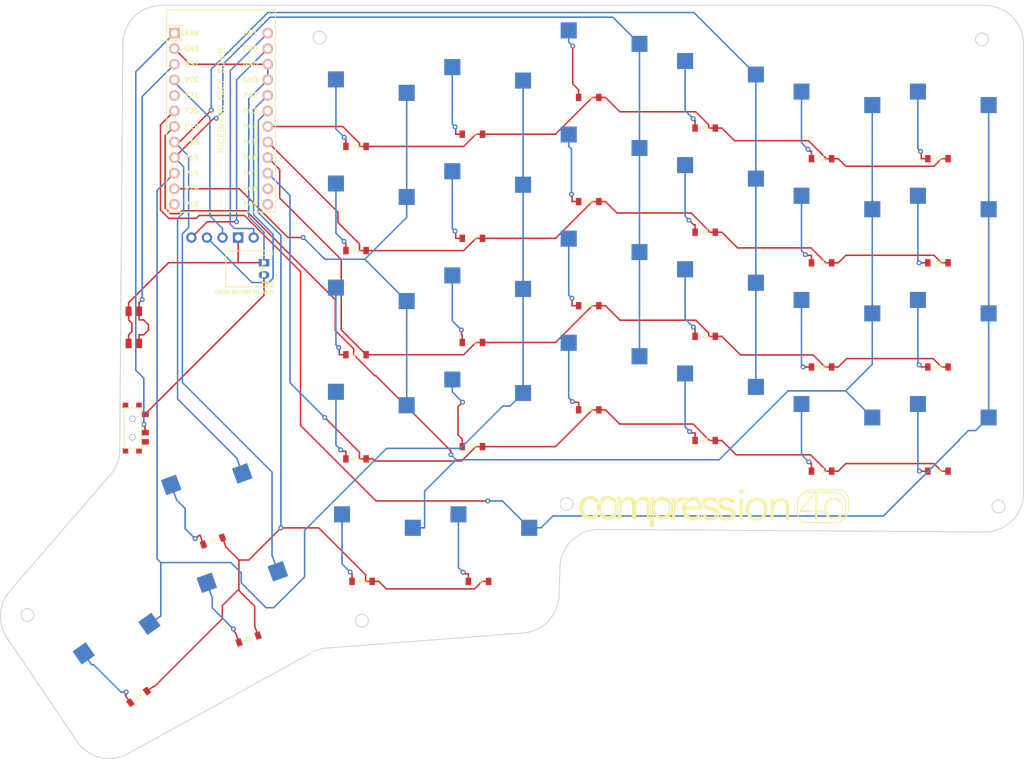
<source format=kicad_pcb>
(kicad_pcb (version 20221018) (generator pcbnew)
  (title_block (title "board") (rev "v1.0.0") (company "Unknown"))
  (layers (0 "F.Cu" signal) (31 "B.Cu" signal) (34 "B.Paste" user) (35 "F.Paste" user) (36 "B.SilkS" user "B.Silkscreen") (37 "F.SilkS" user "F.Silkscreen") (38 "B.Mask" user) (39 "F.Mask" user) (44 "Edge.Cuts" user))
  (net 0 "")
  (net 1 "P20")
  (net 2 "P19")
  (net 3 "P18")
  (net 4 "P15")
  (net 5 "P14")
  (net 6 "P16")
  (net 7 "mirror_outer_bottom")
  (net 8 "mirror_outer_home")
  (net 9 "mirror_outer_top")
  (net 10 "mirror_outer_num")
  (net 11 "mirror_pinky_bottom")
  (net 12 "mirror_pinky_home")
  (net 13 "mirror_pinky_top")
  (net 14 "mirror_pinky_num")
  (net 15 "mirror_ring_bottom")
  (net 16 "mirror_ring_home")
  (net 17 "mirror_ring_top")
  (net 18 "mirror_ring_num")
  (net 19 "mirror_middle_bottom")
  (net 20 "mirror_middle_home")
  (net 21 "mirror_middle_top")
  (net 22 "mirror_middle_num")
  (net 23 "mirror_index_bottom")
  (net 24 "mirror_index_home")
  (net 25 "mirror_index_top")
  (net 26 "mirror_index_num")
  (net 27 "mirror_inner_bottom")
  (net 28 "mirror_inner_home")
  (net 29 "mirror_inner_top")
  (net 30 "mirror_inner_num")
  (net 31 "mirror_near1_home")
  (net 32 "mirror_near2_home")
  (net 33 "mirror_home_home")
  (net 34 "mirror_home_top")
  (net 35 "mirror_far_home")
  (net 36 "P7")
  (net 37 "P6")
  (net 38 "P5")
  (net 39 "P4")
  (net 40 "P3")
  (net 41 "RAW")
  (net 42 "GND")
  (net 43 "RST")
  (net 44 "VCC")
  (net 45 "P21")
  (net 46 "P10")
  (net 47 "P1")
  (net 48 "P0")
  (net 49 "P2")
  (net 50 "P8")
  (net 51 "P9")
  (net 52 "Bplus")
  (footprint "E73:SPDT_C128955" (layer "F.Cu") (at 38.0961 84.37 90)
    (fp_text reference "T1" hide)
    (fp_text value "" hide)
  )
  (footprint "PG1350" (layer "F.Cu") (at 36.2664 124.1502 35)
    (fp_text reference "S87" hide)
    (fp_text value "" hide)
  )
  (footprint "PG1350" (layer "F.Cu") (at 131.6175 47.3969)
    (fp_text reference "S69" hide)
    (fp_text value "" hide)
  )
  (footprint "PG1350" (layer "F.Cu") (at 150.6175 86.3969)
    (fp_text reference "S63" hide)
    (fp_text value "" hide)
  )
  (footprint "PG1350" (layer "F.Cu") (at 131.6175 47.3969)
    (fp_text reference "S40" hide)
    (fp_text value "" hide)
  )
  (footprint "PG1350" (layer "F.Cu") (at 131.6175 64.3969)
    (fp_text reference "S39" hide)
    (fp_text value "" hide)
  )
  (footprint "PG1350" (layer "F.Cu") (at 93.6175 48.3969)
    (fp_text reference "S48" hide)
    (fp_text value "" hide)
  )
  (footprint "PG1350" (layer "F.Cu") (at 49.5577 98.1193 20)
    (fp_text reference "S57" hide)
    (fp_text value "" hide)
  )
  (footprint "PG1350" (layer "F.Cu") (at 55.3721 114.094 20)
    (fp_text reference "S85" hide)
    (fp_text value "" hide)
  )
  (footprint "JST_PH_S2B-PH-K_02x2.00mm_Angled" (layer "F.Cu") (at 59.5961 58.37 -90)
    (fp_text reference "JST1" hide)
    (fp_text value "" hide)
  )
  (footprint "PG1350" (layer "F.Cu") (at 74.6175 50.3969)
    (fp_text reference "S52" hide)
    (fp_text value "" hide)
  )
  (footprint "PG1350" (layer "F.Cu") (at 169.6175 35.3969)
    (fp_text reference "S62" hide)
    (fp_text value "" hide)
  )
  (footprint "PG1350" (layer "F.Cu") (at 112.6175 42.3969)
    (fp_text reference "S44" hide)
    (fp_text value "" hide)
  )
  (footprint "PG1350" (layer "F.Cu") (at 112.6175 25.3969)
    (fp_text reference "S45" hide)
    (fp_text value "" hide)
  )
  (footprint "PG1350" (layer "F.Cu") (at 93.6175 31.3969)
    (fp_text reference "S78" hide)
    (fp_text value "" hide)
  )
  (footprint "Button_Switch_SMD:Panasonic_EVQPUL_EVQPUC" (layer "F.Cu") (at 38.354 67.929 90)
    (fp_text reference "Panasonic_EVQPUL_EVQPUC" hide)
    (fp_text value "Panasonic_EVQPUL_EVQPUC")
  )
  (footprint "PG1350" (layer "F.Cu") (at 93.6175 65.3969)
    (fp_text reference "S76" hide)
    (fp_text value "" hide)
  )
  (footprint "PG1350" (layer "F.Cu") (at 131.6175 30.3969)
    (fp_text reference "S41" hide)
    (fp_text value "" hide)
  )
  (footprint "PG1350" (layer "F.Cu") (at 74.6175 67.3969)
    (fp_text reference "S80" hide)
    (fp_text value "" hide)
  )
  (footprint "PG1350" (layer "F.Cu") (at 150.6175 35.3969)
    (fp_text reference "S37" hide)
    (fp_text value "" hide)
  )
  (footprint "PG1350" (layer "F.Cu") (at 112.6175 76.3969)
    (fp_text reference "S71" hide)
    (fp_text value "" hide)
  )
  (footprint "PG1350" (layer "F.Cu") (at 169.6175 52.3969)
    (fp_text reference "S32" hide)
    (fp_text value "" hide)
  )
  (footprint "PG1350" (layer "F.Cu") (at 74.6175 33.3969)
    (fp_text reference "S82" hide)
    (fp_text value "" hide)
  )
  (footprint "PG1350" (layer "F.Cu") (at 150.6175 35.3969)
    (fp_text reference "S66" hide)
    (fp_text value "" hide)
  )
  (footprint "PG1350" (layer "F.Cu") (at 75.6175 104.3969)
    (fp_text reference "S84" hide)
    (fp_text value "" hide)
  )
  (footprint "PG1350" (layer "F.Cu") (at 74.6175 50.3969)
    (fp_text reference "S81" hide)
    (fp_text value "" hide)
  )
  (footprint "PG1350" (layer "F.Cu") (at 131.6175 81.3969)
    (fp_text reference "S67" hide)
    (fp_text value "" hide)
  )
  (footprint "PG1350" (layer "F.Cu") (at 49.5577 98.1193 20)
    (fp_text reference "S86" hide)
    (fp_text value "" hide)
  )
  (footprint "PG1350" (layer "F.Cu") (at 74.6175 84.3969)
    (fp_text reference "S79" hide)
    (fp_text value "" hide)
  )
  (footprint "PG1350" (layer "F.Cu") (at 112.6175 59.3969)
    (fp_text reference "S43" hide)
    (fp_text value "" hide)
  )
  (footprint "ProMicro" (layer "F.Cu") (at 52.5961 33.87 -90)
    (fp_text reference "MCU1" hide)
    (fp_text value "" hide)
  )
  (footprint "PG1350" (layer "F.Cu") (at 94.6175 104.3969)
    (fp_text reference "S83" hide)
    (fp_text value "" hide)
  )
  (footprint "PG1350" (layer "F.Cu") (at 55.3721 114.094 20)
    (fp_text reference "S56" hide)
    (fp_text value "" hide)
  )
  (footprint "PG1350" (layer "F.Cu") (at 169.6175 69.3969)
    (fp_text reference "S31" hide)
    (fp_text value "" hide)
  )
  (footprint "PG1350" (layer "F.Cu") (at 150.6175 52.3969)
    (fp_text reference "S65" hide)
    (fp_text value "" hide)
  )
  (footprint "PG1350" (layer "F.Cu") (at 169.6175 52.3969)
    (fp_text reference "S61" hide)
    (fp_text value "" hide)
  )
  (footprint "PG1350" (layer "F.Cu") (at 75.6175 104.3969)
    (fp_text reference "S55" hide)
    (fp_text value "" hide)
  )
  (footprint "PG1350" (layer "F.Cu") (at 169.6175 86.3969)
    (fp_text reference "S59" hide)
    (fp_text value "" hide)
  )
  (footprint "PG1350" (layer "F.Cu") (at 93.6175 65.3969)
    (fp_text reference "S47" hide)
    (fp_text value "" hide)
  )
  (footprint "PG1350" (layer "F.Cu") (at 112.6175 76.3969)
    (fp_text reference "S42" hide)
    (fp_text value "" hide)
  )
  (footprint "PG1350" (layer "F.Cu") (at 93.6175 48.3969)
    (fp_text reference "S77" hide)
    (fp_text value "" hide)
  )
  (footprint "lib:OLED_headers" (layer "F.Cu") (at 45.572 54.87 90)
    (fp_text reference "OLED1" hide)
    (fp_text value "OLED" hide)
  )
  (footprint "PG1350" (layer "F.Cu") (at 93.6175 31.3969)
    (fp_text reference "S49" hide)
    (fp_text value "" hide)
  )
  (footprint "PG1350" (layer "F.Cu") (at 169.6175 35.3969)
    (fp_text reference "S33" hide)
    (fp_text value "" hide)
  )
  (footprint "PG1350" (layer "F.Cu") (at 131.6175 64.3969)
    (fp_text reference "S68" hide)
    (fp_text value "" hide)
  )
  (footprint "PG1350" (layer "F.Cu") (at 112.6175 59.3969)
    (fp_text reference "S72" hide)
    (fp_text value "" hide)
  )
  (footprint "PG1350" (layer "F.Cu") (at 93.6175 82.3969)
    (fp_text reference "S75" hide)
    (fp_text value "" hide)
  )
  (footprint "PG1350" (layer "F.Cu") (at 112.6175 25.3969)
    (fp_text reference "S74" hide)
    (fp_text value "" hide)
  )
  (footprint "PG1350" (layer "F.Cu") (at 131.6175 81.3969)
    (fp_text reference "S38" hide)
    (fp_text value "" hide)
  )
  (footprint "PG1350" (layer "F.Cu") (at 150.6175 69.3969)
    (fp_text reference "S35" hide)
    (fp_text value "" hide)
  )
  (footprint "PG1350" (layer "F.Cu") (at 112.6175 42.3969)
    (fp_text reference "S73" hide)
    (fp_text value "" hide)
  )
  (footprint "PG1350" (layer "F.Cu") (at 150.6175 69.3969)
    (fp_text reference "S64" hide)
    (fp_text value "" hide)
  )
  (footprint "PG1350" (layer "F.Cu") (at 36.2664 124.1502 35)
    (fp_text reference "S58" hide)
    (fp_text value "" hide)
  )
  (footprint "PG1350" (layer "F.Cu") (at 169.6175 69.3969)
    (fp_text reference "S60" hide)
    (fp_text value "" hide)
  )
  (footprint "PG1350" (layer "F.Cu") (at 150.6175 86.3969)
    (fp_text reference "S34" hide)
    (fp_text value "" hide)
  )
  (footprint "PG1350" (layer "F.Cu") (at 74.6175 33.3969)
    (fp_text reference "S53" hide)
    (fp_text value "" hide)
  )
  (footprint "PG1350" (layer "F.Cu") (at 169.6175 86.3969)
    (fp_text reference "S30" hide)
    (fp_text value "" hide)
  )
  (footprint "PG1350" (layer "F.Cu") (at 93.6175 82.3969)
    (fp_text reference "S46" hide)
    (fp_text value "" hide)
  )
  (footprint "PG1350" (layer "F.Cu") (at 150.6175 52.3969)
    (fp_text reference "S36" hide)
    (fp_text value "" hide)
  )
  (footprint "PG1350" (layer "F.Cu") (at 131.6175 30.3969)
    (fp_text reference "S70" hide)
    (fp_text value "" hide)
  )
  (footprint "PG1350" (layer "F.Cu") (at 94.6175 104.3969)
    (fp_text reference "S54" hide)
    (fp_text value "" hide)
  )
  (footprint "PG1350" (layer "F.Cu") (at 74.6175 67.3969)
    (fp_text reference "S51" hide)
    (fp_text value "" hide)
  )
  (footprint "PG1350" (layer "F.Cu") (at 74.6175 84.3969)
    (fp_text reference "S50" hide)
    (fp_text value "" hide)
  )
  (footprint "ComboDiode" (layer "B.Cu") (at 74.6175 89.3969 180)
    (fp_text reference "D79" hide)
    (fp_text value "" hide)
  )
  (footprint "ComboDiode" (layer "B.Cu") (at 169.6175 57.3969 180)
    (fp_text reference "D61" hide)
    (fp_text value "" hide)
  )
  (footprint "ComboDiode" (layer "B.Cu") (at 150.6175 74.3969 180)
    (fp_text reference "D64" hide)
    (fp_text value "" hide)
  )
  (footprint "ComboDiode" (layer "B.Cu") (at 112.6175 64.3969 180)
    (fp_text reference "D72" hide)
    (fp_text value "" hide)
  )
  (footprint "ComboDiode" (layer "B.Cu") (at 74.6175 55.3969 180)
    (fp_text reference "D52" hide)
    (fp_text value "" hide)
  )
  (footprint "ComboDiode" (layer "B.Cu") (at 112.6175 47.3969 180)
    (fp_text reference "D73" hide)
    (fp_text value "" hide)
  )
  (footprint "ComboDiode" (layer "B.Cu") (at 150.6175 40.3969 180)
    (fp_text reference "D37" hide)
    (fp_text value "" hide)
  )
  (footprint "ComboDiode" (layer "B.Cu") (at 169.6175 40.3969 180)
    (fp_text reference "D62" hide)
    (fp_text value "" hide)
  )
  (footprint "ComboDiode" (layer "B.Cu") (at 57.0822 118.7925 -160)
    (fp_text reference "D85" hide)
    (fp_text value "" hide)
  )
  (footprint "ComboDiode" (layer "B.Cu") (at 131.6175 35.3969 180)
    (fp_text reference "D41" hide)
    (fp_text value "" hide)
  )
  (footprint "ComboDiode" (layer "B.Cu") (at 93.6175 70.3969 180)
    (fp_text reference "D76" hide)
    (fp_text value "" hide)
  )
  (footprint "ComboDiode" (layer "B.Cu") (at 131.6175 86.3969 180)
    (fp_text reference "D67" hide)
    (fp_text value "" hide)
  )
  (footprint "ComboDiode" (layer "B.Cu") (at 150.6175 57.3969 180)
    (fp_text reference "D36" hide)
    (fp_text value "" hide)
  )
  (footprint "ComboDiode" (layer "B.Cu") (at 169.6175 91.3969 180)
    (fp_text reference "D59" hide)
    (fp_text value "" hide)
  )
  (footprint "ComboDiode" (layer "B.Cu") (at 150.6175 91.3969 180)
    (fp_text reference "D34" hide)
    (fp_text value "" hide)
  )
  (footprint "ComboDiode" (layer "B.Cu") (at 93.6175 36.3969 180)
    (fp_text reference "D49" hide)
    (fp_text value "" hide)
  )
  (footprint "ComboDiode" (layer "B.Cu") (at 51.2678 102.8177 -160)
    (fp_text reference "D57" hide)
    (fp_text value "" hide)
  )
  (footprint "ComboDiode" (layer "B.Cu") (at 112.6175 81.3969 180)
    (fp_text reference "D71" hide)
    (fp_text value "" hide)
  )
  (footprint "ComboDiode" (layer "B.Cu") (at 94.6175 109.3969 180)
    (fp_text reference "D54" hide)
    (fp_text value "" hide)
  )
  (footprint "ComboDiode" (layer "B.Cu") (at 75.6175 109.3969 180)
    (fp_text reference "D84" hide)
    (fp_text value "" hide)
  )
  (footprint "ComboDiode" (layer "B.Cu") (at 39.1343 128.2459 -145)
    (fp_text reference "D58" hide)
    (fp_text value "" hide)
  )
  (footprint "ComboDiode" (layer "B.Cu") (at 93.6175 53.3969 180)
    (fp_text reference "D77" hide)
    (fp_text value "" hide)
  )
  (footprint "ComboDiode" (layer "B.Cu") (at 74.6175 72.3969 180)
    (fp_text reference "D51" hide)
    (fp_text value "" hide)
  )
  (footprint "ComboDiode" (layer "B.Cu") (at 131.6175 52.3969 180)
    (fp_text reference "D69" hide)
    (fp_text value "" hide)
  )
  (footprint "ComboDiode" (layer "B.Cu") (at 169.6175 74.3969 180)
    (fp_text reference "D31" hide)
    (fp_text value "" hide)
  )
  (footprint "ComboDiode" (layer "B.Cu") (at 93.6175 87.3969 180)
    (fp_text reference "D75" hide)
    (fp_text value "" hide)
  )
  (footprint "ComboDiode" (layer "B.Cu") (at 74.6175 38.3969 180)
    (fp_text reference "D53" hide)
    (fp_text value "" hide)
  )
  (footprint "ComboDiode" (layer "B.Cu") (at 131.6175 69.3969 180)
    (fp_text reference "D68" hide)
    (fp_text value "" hide)
  )
  (footprint "ComboDiode" (layer "B.Cu") (at 112.6175 30.3969 180)
    (fp_text reference "D74" hide)
    (fp_text value "" hide)
  )
  (gr_poly (pts (xy 117.31102 96.226514) (xy 117.347003 96.281922) (xy 117.413379 96.402037) (xy 117.471834 96.533403) (xy 117.521798 96.674625) (xy 117.562698 96.824312) (xy 117.593969 96.981081) (xy 117.615038 97.143541) (xy 117.625341 97.310298) (xy 117.624307 97.479969) (xy 117.611364 97.65116) (xy 117.585948 97.822482) (xy 117.568385 97.90776) (xy 117.54749 97.992549) (xy 117.523188 98.076677) (xy 117.495416 98.159969) (xy 117.464094 98.242252) (xy 117.429157 98.323353) (xy 117.390531 98.403098) (xy 117.348148 98.481312) (xy 117.301934 98.557822) (xy 117.251819 98.632459) (xy 117.27327 96.174437)) (fill solid) (layer "F.SilkS"))
  (gr_poly (pts (xy 126.066826 96.241754) (xy 126.07396 96.247803) (xy 126.08155 96.255684) (xy 126.089554 96.265298) (xy 126.106672 96.289376) (xy 126.125002 96.319295) (xy 126.144249 96.354305) (xy 126.164107 96.393675) (xy 126.184277 96.436656) (xy 126.204458 96.482514) (xy 126.224345 96.530505) (xy 126.243638 96.579885) (xy 126.262034 96.629914) (xy 126.279231 96.679853) (xy 126.294929 96.72896) (xy 126.308822 96.776487) (xy 126.320615 96.821708) (xy 126.329999 96.863866) (xy 126.354321 97.003075) (xy 126.371556 97.141507) (xy 126.382015 97.278594) (xy 126.385989 97.413762) (xy 126.383791 97.546438) (xy 126.375722 97.676048) (xy 126.362087 97.802023) (xy 126.343186 97.923789) (xy 126.319323 98.040772) (xy 126.290805 98.152398) (xy 126.257935 98.258098) (xy 126.221011 98.3573) (xy 126.180343 98.44943) (xy 126.13623 98.533913) (xy 126.08898 98.610179) (xy 126.038889 98.677653) (xy 126.060182 96.237629)) (fill solid) (layer "F.SilkS"))
  (gr_poly (pts (xy 137.785952 95.9624) (xy 137.779425 96.030536) (xy 137.776679 96.064436) (xy 137.77442 96.098309) (xy 137.767779 96.215652) (xy 137.761857 96.333002) (xy 137.757366 96.450362) (xy 137.755882 96.509048) (xy 137.755027 96.567741) (xy 137.744219 97.670747) (xy 137.73713 98.773448) (xy 137.737768 98.832677) (xy 137.739855 98.891953) (xy 137.743112 98.951258) (xy 137.747263 99.010582) (xy 137.767177 99.247808) (xy 137.768044 99.260755) (xy 137.768478 99.272455) (xy 137.768409 99.282971) (xy 137.767778 99.292352) (xy 137.767231 99.296632) (xy 137.766517 99.30065) (xy 137.765626 99.304415) (xy 137.764555 99.30793) (xy 137.763295 99.311204) (xy 137.761834 99.314244) (xy 137.760168 99.31705) (xy 137.758281 99.319643) (xy 137.756179 99.322018) (xy 137.753841 99.324186) (xy 137.751262 99.326154) (xy 137.748435 99.327926) (xy 137.745356 99.329518) (xy 137.742004 99.330924) (xy 137.738387 99.332161) (xy 137.734487 99.333231) (xy 137.730298 99.334143) (xy 137.725808 99.334902) (xy 137.71591 99.335996) (xy 137.704723 99.336564) (xy 137.692178 99.336667) (xy 137.456278 99.334044) (xy 137.33837 99.332692) (xy 137.220369 99.332098) (xy 137.213565 99.331957) (xy 137.207313 99.331481) (xy 137.204393 99.331115) (xy 137.201607 99.33066) (xy 137.198957 99.330113) (xy 137.19644 99.329477) (xy 137.194056 99.32875) (xy 137.191804 99.327924) (xy 137.189684 99.327002) (xy 137.187692 99.325986) (xy 137.185826 99.32487) (xy 137.184091 99.323649) (xy 137.182482 99.322327) (xy 137.180995 99.320902) (xy 137.17964 99.319371) (xy 137.178403 99.317734) (xy 137.17729 99.315987) (xy 137.1763 99.314128) (xy 137.175435 99.312161) (xy 137.174683 99.310077) (xy 137.174053 99.307879) (xy 137.17354 99.305565) (xy 137.173148 99.303132) (xy 137.172865 99.300581) (xy 137.172702 99.297904) (xy 137.172653 99.295111) (xy 137.172715 99.292188) (xy 137.172891 99.289138) (xy 137.173573 99.28266) (xy 137.18026 99.236909) (xy 137.187245 99.191242) (xy 137.190468 99.168411) (xy 137.193303 99.14557) (xy 137.195601 99.122701) (xy 137.197208 99.099795) (xy 137.213817 98.820382) (xy 137.22022 98.680619) (xy 137.222396 98.610753) (xy 137.223676 98.540913) (xy 137.233587 97.398765) (xy 137.239109 96.256919) (xy 137.238397 96.213076) (xy 137.236067 96.169249) (xy 137.232496 96.125433) (xy 137.228046 96.081623) (xy 137.218 95.993977) (xy 137.213143 95.95013) (xy 137.208886 95.906253) (xy 137.20577 95.863944) (xy 137.202014 95.81758) (xy 137.800214 95.822803)) (fill solid) (layer "F.SilkS"))
  (gr_poly (pts (xy 133.862181 96.539167) (xy 133.732861 96.552431) (xy 133.596103 96.566981) (xy 133.712891 96.225243) (xy 133.734033 96.22453)) (fill solid) (layer "F.SilkS"))
  (gr_poly (pts (xy 112.919139 95.455365) (xy 112.99631 95.460055) (xy 113.073106 95.467794) (xy 113.14952 95.47861) (xy 113.225551 95.492527) (xy 113.3012 95.509576) (xy 113.376461 95.52979) (xy 113.451332 95.553192) (xy 113.525814 95.579816) (xy 113.5999 95.609689) (xy 113.673592 95.642838) (xy 113.708436 95.660111) (xy 113.74244 95.678388) (xy 113.775633 95.697649) (xy 113.808048 95.71784) (xy 113.839719 95.738943) (xy 113.870673 95.760907) (xy 113.900948 95.783701) (xy 113.930572 95.807292) (xy 113.959578 95.831641) (xy 113.987999 95.856713) (xy 114.015862 95.882476) (xy 114.043206 95.908887) (xy 114.070058 95.935909) (xy 114.096455 95.963517) (xy 114.147994 96.020317) (xy 114.151226 96.024104) (xy 114.154213 96.027817) (xy 114.156932 96.031489) (xy 114.159349 96.035122) (xy 114.160436 96.036934) (xy 114.161436 96.038742) (xy 114.162343 96.040554) (xy 114.163156 96.042372) (xy 114.163871 96.044192) (xy 114.164487 96.046017) (xy 114.164994 96.047859) (xy 114.165394 96.049709) (xy 114.165678 96.051574) (xy 114.165846 96.053458) (xy 114.165892 96.055361) (xy 114.165815 96.057283) (xy 114.165608 96.059235) (xy 114.165267 96.06121) (xy 114.164789 96.063212) (xy 114.164175 96.065244) (xy 114.163415 96.067313) (xy 114.162507 96.069414) (xy 114.161448 96.071553) (xy 114.160232 96.073733) (xy 114.158861 96.075953) (xy 114.157323 96.07822) (xy 114.15562 96.080533) (xy 114.153747 96.082893) (xy 114.131563 96.110948) (xy 114.110335 96.139502) (xy 114.09003 96.16853) (xy 114.070602 96.198016) (xy 114.05202 96.227938) (xy 114.03424 96.258276) (xy 114.017221 96.289011) (xy 114.000933 96.320126) (xy 113.98533 96.351603) (xy 113.970378 96.383417) (xy 113.956035 96.415551) (xy 113.942264 96.447985) (xy 113.916278 96.513681) (xy 113.892113 96.580349) (xy 113.889815 96.586919) (xy 113.887394 96.593489) (xy 113.884819 96.60002) (xy 113.882045 96.606462) (xy 113.880576 96.609633) (xy 113.879044 96.612773) (xy 113.877446 96.615869) (xy 113.875775 96.618918) (xy 113.874028 96.621913) (xy 113.8722 96.624846) (xy 113.870289 96.627716) (xy 113.868289 96.630519) (xy 113.864923 96.634798) (xy 113.861495 96.638748) (xy 113.85801 96.642379) (xy 113.854471 96.645687) (xy 113.850883 96.648678) (xy 113.847259 96.65135) (xy 113.843594 96.653707) (xy 113.839903 96.655755) (xy 113.836189 96.657493) (xy 113.832459 96.658921) (xy 113.828716 96.660046) (xy 113.824969 96.660866) (xy 113.821221 96.661383) (xy 113.817483 96.661608) (xy 113.813757 96.66153) (xy 113.81005 96.66116) (xy 113.806367 96.660498) (xy 113.802716 96.659544) (xy 113.7991 96.6583) (xy 113.79553 96.656774) (xy 113.792006 96.654965) (xy 113.78854 96.652872) (xy 113.785132 96.650504) (xy 113.781795 96.647855) (xy 113.778525 96.644929) (xy 113.775337 96.641736) (xy 113.772236 96.638271) (xy 113.769222 96.634537) (xy 113.766307 96.630536) (xy 113.763497 96.626274) (xy 113.760791 96.621746) (xy 113.758202 96.616963) (xy 113.677368 96.453708) (xy 113.656113 96.413608) (xy 113.645046 96.393889) (xy 113.633618 96.374433) (xy 113.621782 96.355291) (xy 113.609481 96.336498) (xy 113.59667 96.318096) (xy 113.583294 96.30012) (xy 113.553189 96.263122) (xy 113.521611 96.228529) (xy 113.488612 96.196314) (xy 113.454238 96.16645) (xy 113.418538 96.138902) (xy 113.381559 96.113649) (xy 113.343346 96.090662) (xy 113.303945 96.069912) (xy 113.263412 96.05137) (xy 113.221788 96.035009) (xy 113.179124 96.020803) (xy 113.135465 96.008721) (xy 113.09086 95.998737) (xy 113.045357 95.990822) (xy 112.999002 95.984951) (xy 112.951848 95.981094) (xy 112.873603 95.978326) (xy 112.797223 95.979556) (xy 112.722771 95.984894) (xy 112.650308 95.994431) (xy 112.579898 96.008266) (xy 112.511603 96.026496) (xy 112.445486 96.049222) (xy 112.381613 96.076537) (xy 112.320043 96.108542) (xy 112.260841 96.145339) (xy 112.204068 96.187022) (xy 112.14979 96.233689) (xy 112.098068 96.28544) (xy 112.048969 96.342368) (xy 112.002551 96.404577) (xy 111.958882 96.472165) (xy 111.941807 96.501418) (xy 111.92549 96.530952) (xy 111.909936 96.56076) (xy 111.895139 96.590851) (xy 111.881091 96.621215) (xy 111.867792 96.651851) (xy 111.855235 96.682759) (xy 111.843418 96.713943) (xy 111.83234 96.745393) (xy 111.821988 96.777113) (xy 111.812367 96.809097) (xy 111.803469 96.841352) (xy 111.795291 96.873871) (xy 111.78783 96.906651) (xy 111.781079 96.939691) (xy 111.775038 96.972995) (xy 111.765384 97.033788) (xy 111.757091 97.094548) (xy 111.750225 97.155267) (xy 111.744852 97.215934) (xy 111.741038 97.276538) (xy 111.738849 97.337066) (xy 111.738346 97.397511) (xy 111.7396 97.457863) (xy 111.742671 97.518108) (xy 111.747627 97.578241) (xy 111.754535 97.638241) (xy 111.763458 97.698109) (xy 111.774461 97.757824) (xy 111.787613 97.817385) (xy 111.802972 97.876775) (xy 111.820609 97.935984) (xy 111.836534 97.983263) (xy 111.854098 98.030259) (xy 111.873288 98.076805) (xy 111.894096 98.122738) (xy 111.916514 98.167875) (xy 111.940536 98.21206) (xy 111.966143 98.255122) (xy 111.979545 98.276176) (xy 111.993333 98.296891) (xy 112.00981 98.320585) (xy 112.026776 98.343954) (xy 112.044255 98.366958) (xy 112.062274 98.389558) (xy 112.080856 98.4117) (xy 112.100025 98.433353) (xy 112.119803 98.454467) (xy 112.140218 98.475002) (xy 112.161292 98.494919) (xy 112.183047 98.514168) (xy 112.205511 98.532713) (xy 112.228706 98.550505) (xy 112.252655 98.567511) (xy 112.277385 98.583676) (xy 112.302917 98.598966) (xy 112.32928 98.613339) (xy 112.356919 98.62724) (xy 112.384756 98.640291) (xy 112.412793 98.652505) (xy 112.441039 98.663884) (xy 112.469492 98.674435) (xy 112.498153 98.684162) (xy 112.527028 98.693076) (xy 112.556116 98.701177) (xy 112.585424 98.708472) (xy 112.614952 98.714971) (xy 112.644703 98.720676) (xy 112.67468 98.725591) (xy 112.704884 98.729729) (xy 112.735323 98.73309) (xy 112.765993 98.735689) (xy 112.796898 98.737516) (xy 112.866988 98.739674) (xy 112.901851 98.739771) (xy 112.936576 98.739115) (xy 112.97115 98.737633) (xy 113.005561 98.735241) (xy 113.039796 98.731874) (xy 113.073841 98.727455) (xy 113.107686 98.721902) (xy 113.141321 98.715143) (xy 113.174726 98.707105) (xy 113.20789 98.697713) (xy 113.240807 98.686889) (xy 113.273461 98.67456) (xy 113.305836 98.660651) (xy 113.337925 98.645078) (xy 113.376515 98.624355) (xy 113.413814 98.602458) (xy 113.44978 98.579354) (xy 113.484377 98.555014) (xy 113.517568 98.529401) (xy 113.549315 98.502492) (xy 113.579578 98.474248) (xy 113.608323 98.444633) (xy 113.635505 98.413621) (xy 113.661092 98.381173) (xy 113.685047 98.347264) (xy 113.707327 98.311855) (xy 113.727898 98.274916) (xy 113.74672 98.236414) (xy 113.763759 98.196315) (xy 113.778967 98.15459) (xy 113.782336 98.144857) (xy 113.785842 98.135159) (xy 113.79314 98.115863) (xy 113.807978 98.077477) (xy 113.814242 98.076512) (xy 113.820255 98.075505) (xy 113.826096 98.07441) (xy 113.828981 98.073815) (xy 113.831856 98.073186) (xy 113.836966 98.084498) (xy 113.842285 98.095762) (xy 113.853053 98.118297) (xy 113.858246 98.12964) (xy 113.863143 98.141079) (xy 113.865441 98.146848) (xy 113.86762 98.152652) (xy 113.869659 98.1585) (xy 113.871543 98.164397) (xy 113.893141 98.229744) (xy 113.916699 98.294129) (xy 113.942395 98.357472) (xy 113.970412 98.419679) (xy 113.985342 98.450331) (xy 114.000924 98.480669) (xy 114.017175 98.510675) (xy 114.034116 98.540343) (xy 114.051775 98.569663) (xy 114.070166 98.59862) (xy 114.089319 98.627207) (xy 114.109253 98.655412) (xy 114.128686 98.682404) (xy 114.136314 98.693577) (xy 114.142529 98.703494) (xy 114.145094 98.708055) (xy 114.1473 98.712388) (xy 114.149139 98.716518) (xy 114.15061 98.720478) (xy 114.151708 98.7243) (xy 114.152434 98.728004) (xy 114.152782 98.731621) (xy 114.152752 98.735179) (xy 114.152342 98.738713) (xy 114.151543 98.74224) (xy 114.150359 98.745797) (xy 114.148786 98.749405) (xy 114.146818 98.753102) (xy 114.144456 98.756908) (xy 114.141698 98.760856) (xy 114.138533 98.764968) (xy 114.134969 98.769282) (xy 114.130997 98.773819) (xy 114.121825 98.78368) (xy 114.110993 98.794783) (xy 114.098485 98.807353) (xy 114.05082 98.852998) (xy 114.001934 98.896152) (xy 113.951833 98.936834) (xy 113.900532 98.975067) (xy 113.848031 99.010883) (xy 113.794353 99.044299) (xy 113.739498 99.075341) (xy 113.683475 99.104032) (xy 113.626299 99.130402) (xy 113.56798 99.154473) (xy 113.508523 99.176269) (xy 113.447937 99.195811) (xy 113.386239 99.213128) (xy 113.323431 99.228247) (xy 113.259529 99.241185) (xy 113.194535 99.251971) (xy 113.122299 99.261563) (xy 113.050335 99.268972) (xy 112.978646 99.274173) (xy 112.907225 99.277129) (xy 112.83608 99.277809) (xy 112.765206 99.276181) (xy 112.694607 99.272217) (xy 112.624281 99.265887) (xy 112.554229 99.257154) (xy 112.484452 99.245986) (xy 112.414948 99.232355) (xy 112.345719 99.216226) (xy 112.276768 99.19757) (xy 112.20809 99.176356) (xy 112.139687 99.152549) (xy 112.071562 99.126121) (xy 111.990378 99.090562) (xy 111.912709 99.051649) (xy 111.838519 99.009422) (xy 111.767782 98.963928) (xy 111.700469 98.915206) (xy 111.636546 98.863299) (xy 111.575989 98.808244) (xy 111.51877 98.75009) (xy 111.46485 98.688877) (xy 111.414209 98.624647) (xy 111.366817 98.557437) (xy 111.322638 98.487296) (xy 111.28165 98.414258) (xy 111.243819 98.338374) (xy 111.209118 98.259679) (xy 111.177517 98.17822) (xy 111.153369 98.108117) (xy 111.13163 98.037757) (xy 111.112285 97.967134) (xy 111.095309 97.896258) (xy 111.080676 97.825129) (xy 111.068368 97.753745) (xy 111.058358 97.682117) (xy 111.050624 97.610239) (xy 111.045144 97.538117) (xy 111.041892 97.465757) (xy 111.040847 97.393155) (xy 111.041988 97.320318) (xy 111.045286 97.247246) (xy 111.050725 97.173945) (xy 111.058275 97.100411) (xy 111.067919 97.026652) (xy 111.084356 96.92715) (xy 111.09403 96.877954) (xy 111.104707 96.829127) (xy 111.116402 96.780673) (xy 111.129143 96.732594) (xy 111.142951 96.684889) (xy 111.157845 96.637564) (xy 111.173849 96.590617) (xy 111.190981 96.54405) (xy 111.209268 96.497864) (xy 111.228727 96.452062) (xy 111.249382 96.406642) (xy 111.271257 96.361607) (xy 111.29437 96.316967) (xy 111.318744 96.272711) (xy 111.367315 96.192174) (xy 111.418962 96.116031) (xy 111.473648 96.044245) (xy 111.53135 95.976774) (xy 111.592043 95.913579) (xy 111.655689 95.854622) (xy 111.722261 95.799866) (xy 111.791731 95.74927) (xy 111.864072 95.702795) (xy 111.93925 95.660397) (xy 112.017239 95.622046) (xy 112.098006 95.5877) (xy 112.181526 95.557315) (xy 112.267768 95.530857) (xy 112.356702 95.508282) (xy 112.4483 95.489557) (xy 112.527693 95.476578) (xy 112.606721 95.466474) (xy 112.685381 95.459274) (xy 112.763673 95.455003) (xy 112.841593 95.453689)) (fill solid) (layer "F.SilkS"))
  (gr_poly (pts (xy 128.060842 95.636145) (xy 128.103726 95.637538) (xy 128.189412 95.642957) (xy 128.274995 95.651527) (xy 128.360493 95.662819) (xy 128.445918 95.676397) (xy 128.477564 95.681452) (xy 128.510436 95.686178) (xy 128.583387 95.696038) (xy 128.580834 95.699506) (xy 128.578456 95.702859) (xy 128.574135 95.709225) (xy 128.566756 95.720409) (xy 128.565065 95.722848) (xy 128.563401 95.725139) (xy 128.561743 95.727266) (xy 128.560073 95.729234) (xy 128.558375 95.73103) (xy 128.556626 95.732656) (xy 128.554807 95.734098) (xy 128.552906 95.735357) (xy 128.517241 95.757407) (xy 128.482314 95.780329) (xy 128.448135 95.804109) (xy 128.414718 95.828735) (xy 128.382069 95.854197) (xy 128.35019 95.880479) (xy 128.319103 95.907571) (xy 128.288809 95.935465) (xy 128.259321 95.964142) (xy 128.230648 95.993598) (xy 128.202797 96.023817) (xy 128.175778 96.05479) (xy 128.149604 96.086497) (xy 128.12428 96.118938) (xy 128.099818 96.152092) (xy 128.076224 96.185953) (xy 128.070936 96.193573) (xy 128.065664 96.200766) (xy 128.060403 96.20754) (xy 128.055143 96.21391) (xy 128.049879 96.219885) (xy 128.044605 96.225476) (xy 128.039311 96.230694) (xy 128.033995 96.235554) (xy 128.02865 96.240065) (xy 128.023265 96.244233) (xy 128.017838 96.248076) (xy 128.01236 96.251604) (xy 128.006825 96.25483) (xy 128.001225 96.257761) (xy 127.995555 96.26041) (xy 127.98981 96.262791) (xy 127.983983 96.264908) (xy 127.978062 96.266782) (xy 127.972044 96.268418) (xy 127.965928 96.26983) (xy 127.959698 96.271026) (xy 127.953355 96.272021) (xy 127.940287 96.273449) (xy 127.926678 96.274201) (xy 127.912467 96.27437) (xy 127.897608 96.274046) (xy 127.882045 96.273319) (xy 127.843722 96.271651) (xy 127.805487 96.270905) (xy 127.767374 96.271153) (xy 127.729413 96.272456) (xy 127.691639 96.274888) (xy 127.654078 96.278519) (xy 127.61677 96.283407) (xy 127.579742 96.289629) (xy 127.543032 96.297251) (xy 127.506668 96.306337) (xy 127.470683 96.316966) (xy 127.43511 96.329195) (xy 127.39998 96.343097) (xy 127.365324 96.358737) (xy 127.33118 96.376185) (xy 127.297577 96.395513) (xy 127.244285 96.42959) (xy 127.193478 96.465471) (xy 127.145202 96.503183) (xy 127.099501 96.542736) (xy 127.056419 96.58415) (xy 127.016001 96.627438) (xy 126.978291 96.672622) (xy 126.943335 96.719716) (xy 126.911177 96.768736) (xy 126.881862 96.8197) (xy 126.855432 96.872629) (xy 126.831936 96.927534) (xy 126.811417 96.984429) (xy 126.793918 97.04334) (xy 126.779488 97.10428) (xy 126.768164 97.167264) (xy 126.759822 97.221246) (xy 126.755817 97.248289) (xy 126.752152 97.275361) (xy 126.74899 97.302456) (xy 126.746506 97.329577) (xy 126.744865 97.356711) (xy 126.744233 97.383863) (xy 126.741638 98.080821) (xy 126.742415 98.777805) (xy 126.743125 98.832969) (xy 126.744728 98.88814) (xy 126.749823 98.998502) (xy 126.761952 99.219238) (xy 126.762152 99.226011) (xy 126.762212 99.232844) (xy 126.762168 99.239766) (xy 126.762051 99.246786) (xy 126.761713 99.261238) (xy 126.761454 99.276358) (xy 125.999536 99.26971) (xy 126.01422 99.114262) (xy 126.021864 99.037824) (xy 126.03056 98.961863) (xy 126.031298 98.956939) (xy 126.032243 98.951951) (xy 126.033385 98.946924) (xy 126.03472 98.941876) (xy 126.036244 98.936826) (xy 126.037947 98.931794) (xy 126.039826 98.926804) (xy 126.041873 98.921871) (xy 126.044086 98.917021) (xy 126.046449 98.912273) (xy 126.048968 98.907644) (xy 126.051631 98.903157) (xy 126.05443 98.898831) (xy 126.057362 98.894686) (xy 126.060421 98.890747) (xy 126.063601 98.887034) (xy 126.106998 98.837056) (xy 126.147816 98.785891) (xy 126.186126 98.733568) (xy 126.221995 98.680123) (xy 126.255491 98.625598) (xy 126.286683 98.570019) (xy 126.315635 98.513426) (xy 126.342422 98.455851) (xy 126.367109 98.397325) (xy 126.38976 98.337896) (xy 126.410449 98.277589) (xy 126.429245 98.216438) (xy 126.446209 98.15448) (xy 126.461421 98.091753) (xy 126.474934 98.028283) (xy 126.486827 97.964119) (xy 126.498068 97.894214) (xy 126.507789 97.824302) (xy 126.515982 97.754381) (xy 126.522627 97.684453) (xy 126.52772 97.614524) (xy 126.531243 97.544592) (xy 126.533185 97.474665) (xy 126.533542 97.404739) (xy 126.532295 97.334821) (xy 126.529433 97.264918) (xy 126.524946 97.19502) (xy 126.51882 97.12514) (xy 126.511044 97.055276) (xy 126.501602 96.985432) (xy 126.490491 96.915612) (xy 126.477696 96.845811) (xy 126.472815 96.821861) (xy 126.467593 96.797975) (xy 126.456431 96.750382) (xy 126.433476 96.65561) (xy 126.433404 96.655263) (xy 126.43335 96.654897) (xy 126.433314 96.65452) (xy 126.433285 96.654134) (xy 126.433223 96.652572) (xy 126.433199 96.652199) (xy 126.43317 96.651837) (xy 126.433129 96.651497) (xy 126.433071 96.651178) (xy 126.432994 96.650887) (xy 126.432899 96.650624) (xy 126.432838 96.650503) (xy 126.432775 96.650395) (xy 126.432702 96.650294) (xy 126.432622 96.650205) (xy 126.425987 96.645053) (xy 126.419963 96.639671) (xy 126.414523 96.634071) (xy 126.409631 96.628276) (xy 126.405244 96.62229) (xy 126.401333 96.616123) (xy 126.397865 96.609796) (xy 126.394805 96.603311) (xy 126.392115 96.596692) (xy 126.389757 96.589943) (xy 126.385917 96.576114) (xy 126.383 96.561924) (xy 126.380723 96.547478) (xy 126.376991 96.5182) (xy 126.374974 96.503569) (xy 126.372483 96.489079) (xy 126.369239 96.474826) (xy 126.367248 96.467819) (xy 126.364961 96.460908) (xy 126.362349 96.454111) (xy 126.359375 96.447435) (xy 126.355999 96.44089) (xy 126.352192 96.434496) (xy 126.344053 96.421564) (xy 126.336249 96.408419) (xy 126.328743 96.39508) (xy 126.321475 96.381577) (xy 126.307505 96.354208) (xy 126.293982 96.326538) (xy 126.280547 96.298808) (xy 126.266832 96.27125) (xy 126.25248 96.244097) (xy 126.244952 96.230744) (xy 126.237133 96.217582) (xy 126.228855 96.204263) (xy 126.220328 96.191095) (xy 126.202682 96.165117) (xy 126.184452 96.139493) (xy 126.165898 96.114066) (xy 126.128862 96.063183) (xy 126.110895 96.037413) (xy 126.093644 96.011217) (xy 126.089877 96.005124) (xy 126.086237 95.998894) (xy 126.082727 95.992539) (xy 126.079358 95.986073) (xy 126.076139 95.979496) (xy 126.073075 95.972832) (xy 126.070176 95.966084) (xy 126.067449 95.959262) (xy 126.0649 95.952377) (xy 126.062541 95.945442) (xy 126.060376 95.938464) (xy 126.058412 95.931462) (xy 126.056663 95.924436) (xy 126.055133 95.917405) (xy 126.053825 95.910375) (xy 126.052754 95.903356) (xy 126.049491 95.876062) (xy 126.046879 95.848535) (xy 126.044778 95.820748) (xy 126.043038 95.792675) (xy 126.036736 95.676963) (xy 126.754577 95.683224) (xy 126.755588 95.696939) (xy 126.756651 95.709893) (xy 126.757103 95.716168) (xy 126.757461 95.722343) (xy 126.757682 95.728452) (xy 126.757728 95.734533) (xy 126.755359 96.050951) (xy 126.754002 96.36738) (xy 126.754139 96.374804) (xy 126.754507 96.38223) (xy 126.7551 96.389666) (xy 126.755917 96.397102) (xy 126.756961 96.404556) (xy 126.758226 96.412019) (xy 126.75971 96.419495) (xy 126.761412 96.426986) (xy 126.76333 96.434498) (xy 126.765462 96.442028) (xy 126.767807 96.44958) (xy 126.770362 96.457155) (xy 126.773123 96.464755) (xy 126.776093 96.472382) (xy 126.779266 96.48004) (xy 126.78264 96.48773) (xy 126.834215 96.389783) (xy 126.859832 96.340639) (xy 126.885113 96.291159) (xy 126.920509 96.225033) (xy 126.958538 96.162523) (xy 126.999186 96.103603) (xy 127.042438 96.048255) (xy 127.088282 95.996461) (xy 127.136706 95.948205) (xy 127.187689 95.903465) (xy 127.241225 95.862224) (xy 127.297299 95.824463) (xy 127.355895 95.790161) (xy 127.416999 95.759305) (xy 127.4806 95.731872) (xy 127.546683 95.707844) (xy 127.615235 95.687203) (xy 127.686239 95.669933) (xy 127.759689 95.656012) (xy 127.802824 95.649624) (xy 127.845919 95.644507) (xy 127.888976 95.64061) (xy 127.931995 95.637877) (xy 127.974977 95.636261) (xy 128.017925 95.635698)) (fill solid) (layer "F.SilkS"))
  (gr_poly (pts (xy 140.095935 95.754594) (xy 140.159497 95.757362) (xy 140.222854 95.76219) (xy 140.285987 95.769095) (xy 140.348897 95.778088) (xy 140.411573 95.789183) (xy 140.474015 95.802391) (xy 140.536209 95.817726) (xy 140.598151 95.835205) (xy 140.659835 95.854836) (xy 140.721253 95.876629) (xy 140.817245 95.915598) (xy 140.908225 95.959038) (xy 140.994261 96.006875) (xy 141.075431 96.059027) (xy 141.15181 96.115416) (xy 141.223475 96.175968) (xy 141.290492 96.240604) (xy 141.352944 96.309234) (xy 141.410902 96.381797) (xy 141.464442 96.458205) (xy 141.513635 96.538379) (xy 141.558558 96.622245) (xy 141.599287 96.709718) (xy 141.635893 96.800726) (xy 141.668451 96.895185) (xy 141.697042 96.993025) (xy 141.715941 97.069342) (xy 141.731894 97.146178) (xy 141.745022 97.223629) (xy 141.755464 97.301769) (xy 141.763347 97.380688) (xy 141.768805 97.460466) (xy 141.771963 97.541203) (xy 141.772957 97.622972) (xy 141.767315 97.740716) (xy 141.757092 97.858333) (xy 141.750071 97.917004) (xy 141.741677 97.97553) (xy 141.73183 98.033874) (xy 141.720452 98.091997) (xy 141.707471 98.149869) (xy 141.692809 98.207444) (xy 141.676385 98.264686) (xy 141.658127 98.321561) (xy 141.637954 98.378028) (xy 141.615793 98.434053) (xy 141.59157 98.489594) (xy 141.5652 98.544615) (xy 141.51602 98.636371) (xy 141.463085 98.723053) (xy 141.406429 98.804679) (xy 141.346078 98.881265) (xy 141.282064 98.952838) (xy 141.214415 99.01941) (xy 141.143157 99.080998) (xy 141.068328 99.137624) (xy 140.98995 99.189307) (xy 140.908055 99.236066) (xy 140.822672 99.277919) (xy 140.733829 99.314882) (xy 140.641561 99.346977) (xy 140.545892 99.374223) (xy 140.446855 99.396638) (xy 140.344476 99.414238) (xy 140.324241 99.416844) (xy 140.303908 99.418821) (xy 140.283491 99.420265) (xy 140.262998 99.421249) (xy 140.221853 99.422187) (xy 140.180563 99.422309) (xy 140.139233 99.422279) (xy 140.097963 99.422776) (xy 140.05685 99.424463) (xy 140.036386 99.425965) (xy 140.015998 99.428012) (xy 139.985419 99.431007) (xy 139.95497 99.432968) (xy 139.924649 99.433941) (xy 139.894445 99.433982) (xy 139.864363 99.433135) (xy 139.834387 99.431457) (xy 139.804518 99.428995) (xy 139.774749 99.425796) (xy 139.715496 99.417397) (xy 139.656585 99.406661) (xy 139.597972 99.393987) (xy 139.539626 99.379772) (xy 139.422454 99.346208) (xy 139.311101 99.306825) (xy 139.205549 99.261673) (xy 139.105774 99.210797) (xy 139.011751 99.154233) (xy 138.923465 99.09203) (xy 138.840894 99.024223) (xy 138.764014 98.950861) (xy 138.692808 98.87198) (xy 138.627253 98.787626) (xy 138.567331 98.697836) (xy 138.513016 98.602656) (xy 138.46429 98.502127) (xy 138.421136 98.396288) (xy 138.383528 98.285188) (xy 138.351446 98.168867) (xy 138.330182 98.075542) (xy 138.312517 97.982378) (xy 138.298494 97.88939) (xy 138.288151 97.796603) (xy 138.281529 97.70404) (xy 138.278667 97.611719) (xy 138.279019 97.576732) (xy 138.79739 97.58126) (xy 138.809187 97.762524) (xy 138.812481 97.807815) (xy 138.816394 97.853041) (xy 138.821176 97.898164) (xy 138.827064 97.943165) (xy 138.835268 97.994139) (xy 138.844945 98.044522) (xy 138.856148 98.094278) (xy 138.868923 98.143371) (xy 138.883313 98.191767) (xy 138.899371 98.239433) (xy 138.917145 98.286328) (xy 138.936681 98.33242) (xy 138.958029 98.377674) (xy 138.981233 98.422054) (xy 139.00634 98.465526) (xy 139.033404 98.508058) (xy 139.062467 98.549607) (xy 139.093581 98.590143) (xy 139.126792 98.629627) (xy 139.162144 98.668031) (xy 139.205324 98.71051) (xy 139.24991 98.749713) (xy 139.295862 98.785734) (xy 139.343138 98.818659) (xy 139.391687 98.848579) (xy 139.441476 98.875581) (xy 139.492454 98.89975) (xy 139.54458 98.921182) (xy 139.597808 98.93996) (xy 139.652094 98.956175) (xy 139.707402 98.969915) (xy 139.763684 98.981266) (xy 139.820888 98.990322) (xy 139.878983 98.997165) (xy 139.937918 99.001891) (xy 139.997652 99.004584) (xy 140.096342 99.00411) (xy 140.192273 98.997291) (xy 140.285245 98.984224) (xy 140.375056 98.964984) (xy 140.461508 98.939668) (xy 140.5444 98.908363) (xy 140.623531 98.871155) (xy 140.698701 98.828135) (xy 140.769708 98.779393) (xy 140.836354 98.72501) (xy 140.898439 98.665088) (xy 140.955758 98.599706) (xy 141.008112 98.528951) (xy 141.055307 98.452915) (xy 141.097135 98.371687) (xy 141.133399 98.285357) (xy 141.163126 98.201184) (xy 141.188946 98.116808) (xy 141.210866 98.032258) (xy 141.228902 97.947543) (xy 141.243061 97.862699) (xy 141.253354 97.777732) (xy 141.259796 97.692677) (xy 141.262391 97.607552) (xy 141.261159 97.522376) (xy 141.256102 97.43717) (xy 141.247238 97.351963) (xy 141.234575 97.266769) (xy 141.218124 97.181614) (xy 141.197897 97.096515) (xy 141.173904 97.011506) (xy 141.146157 96.926592) (xy 141.125744 96.871974) (xy 141.103168 96.819121) (xy 141.078419 96.768059) (xy 141.051493 96.718814) (xy 141.022383 96.671411) (xy 140.991081 96.625874) (xy 140.957576 96.582232) (xy 140.921867 96.5405) (xy 140.883943 96.500715) (xy 140.843793 96.462891) (xy 140.801416 96.427066) (xy 140.7568 96.393251) (xy 140.709939 96.361481) (xy 140.660826 96.331776) (xy 140.609453 96.304162) (xy 140.555813 96.278666) (xy 140.518468 96.262909) (xy 140.480878 96.248783) (xy 140.443053 96.236237) (xy 140.405003 96.225192) (xy 140.36674 96.215592) (xy 140.328277 96.207361) (xy 140.289624 96.200437) (xy 140.25079 96.194758) (xy 140.211788 96.190247) (xy 140.172628 96.186851) (xy 140.133319 96.184492) (xy 140.093876 96.183107) (xy 140.054313 96.182631) (xy 140.014634 96.182993) (xy 139.934986 96.185987) (xy 139.851684 96.192845) (xy 139.771216 96.204113) (xy 139.693608 96.219803) (xy 139.618879 96.239924) (xy 139.547044 96.264483) (xy 139.47813 96.293489) (xy 139.412147 96.326963) (xy 139.349124 96.3649) (xy 139.289077 96.407322) (xy 139.232025 96.454231) (xy 139.17799 96.505639) (xy 139.12699 96.561561) (xy 139.079041 96.622) (xy 139.03417 96.686972) (xy 138.992392 96.756482) (xy 138.953725 96.830544) (xy 138.93304 96.874919) (xy 138.914059 96.919691) (xy 138.896728 96.964839) (xy 138.880993 97.010361) (xy 138.866807 97.056239) (xy 138.854106 97.102468) (xy 138.842845 97.149031) (xy 138.832967 97.195915) (xy 138.824421 97.243115) (xy 138.817152 97.290613) (xy 138.811108 97.3384) (xy 138.806234 97.386461) (xy 138.80248 97.434794) (xy 138.79979 97.483377) (xy 138.79739 97.58126) (xy 138.279019 97.576732) (xy 138.279598 97.519665) (xy 138.284371 97.427896) (xy 138.293017 97.336434) (xy 138.305582 97.245303) (xy 138.322105 97.154523) (xy 138.342618 97.064115) (xy 138.367167 96.9741) (xy 138.39579 96.884503) (xy 138.428525 96.79534) (xy 138.465416 96.706632) (xy 138.512297 96.608262) (xy 138.56359 96.51558) (xy 138.619232 96.428523) (xy 138.679165 96.347035) (xy 138.710716 96.308359) (xy 138.74332 96.27105) (xy 138.776966 96.235102) (xy 138.811643 96.200503) (xy 138.884069 96.135339) (xy 138.96054 96.075488) (xy 139.04099 96.020889) (xy 139.125361 95.971481) (xy 139.213592 95.927205) (xy 139.30562 95.887988) (xy 139.401384 95.853781) (xy 139.500818 95.824512) (xy 139.603868 95.800121) (xy 139.710471 95.780545) (xy 139.775166 95.771219) (xy 139.839688 95.763876) (xy 139.904035 95.758526) (xy 139.968193 95.755187) (xy 140.032162 95.753873)) (fill solid) (layer "F.SilkS"))
  (gr_poly (pts (xy 143.999096 95.814209) (xy 144.017609 95.815098) (xy 144.036207 95.816746) (xy 144.054893 95.81922) (xy 144.073673 95.822575) (xy 144.092556 95.826885) (xy 144.102838 95.829073) (xy 144.113311 95.830469) (xy 144.123946 95.831168) (xy 144.13473 95.831275) (xy 144.145637 95.830885) (xy 144.156652 95.830102) (xy 144.178912 95.82775) (xy 144.201345 95.825023) (xy 144.223784 95.822715) (xy 144.234953 95.821972) (xy 144.246065 95.821633) (xy 144.257092 95.821799) (xy 144.268023 95.822567) (xy 144.323741 95.828897) (xy 144.378632 95.837005) (xy 144.432667 95.846969) (xy 144.485813 95.858865) (xy 144.538034 95.872775) (xy 144.589307 95.888771) (xy 144.63959 95.906931) (xy 144.688856 95.927336) (xy 144.737078 95.950061) (xy 144.78422 95.975186) (xy 144.830248 96.002786) (xy 144.875133 96.032935) (xy 144.918845 96.065721) (xy 144.96135 96.101212) (xy 145.002617 96.13949) (xy 145.042615 96.18063) (xy 145.071032 96.212718) (xy 145.097657 96.245543) (xy 145.122529 96.279095) (xy 145.145691 96.313351) (xy 145.167178 96.348299) (xy 145.187028 96.383923) (xy 145.205284 96.420209) (xy 145.22198 96.457141) (xy 145.237157 96.494701) (xy 145.250859 96.532874) (xy 145.263117 96.571651) (xy 145.273974 96.611009) (xy 145.283468 96.65093) (xy 145.291644 96.69141) (xy 145.298531 96.732423) (xy 145.304173 96.773963) (xy 145.309396 96.821146) (xy 145.313769 96.86846) (xy 145.317332 96.915876) (xy 145.320118 96.963356) (xy 145.322166 97.010874) (xy 145.32351 97.058394) (xy 145.324198 97.105888) (xy 145.324255 97.153324) (xy 145.31397 98.950221) (xy 145.31479 98.997477) (xy 145.317186 99.04478) (xy 145.320837 99.09211) (xy 145.325419 99.139463) (xy 145.346649 99.328797) (xy 145.347842 99.341137) (xy 145.348721 99.352059) (xy 145.349212 99.36164) (xy 145.349227 99.369967) (xy 145.349036 99.37369) (xy 145.34869 99.37713) (xy 145.348188 99.380299) (xy 145.347518 99.383209) (xy 145.346667 99.385872) (xy 145.345628 99.388294) (xy 145.34439 99.390487) (xy 145.342944 99.392468) (xy 145.341277 99.394238) (xy 145.339379 99.395817) (xy 145.337245 99.397209) (xy 145.334856 99.398427) (xy 145.332209 99.399479) (xy 145.329293 99.400381) (xy 145.326095 99.40114) (xy 145.322607 99.401772) (xy 145.314719 99.402678) (xy 145.305547 99.403188) (xy 145.295008 99.403386) (xy 145.283022 99.403356) (xy 145.052912 99.401009) (xy 144.822454 99.399338) (xy 144.813477 99.399149) (xy 144.805098 99.398554) (xy 144.797333 99.397522) (xy 144.793681 99.396831) (xy 144.790182 99.396021) (xy 144.786842 99.395086) (xy 144.783661 99.394019) (xy 144.780635 99.392821) (xy 144.777771 99.391486) (xy 144.775069 99.390005) (xy 144.772526 99.388387) (xy 144.770147 99.386616) (xy 144.767933 99.384694) (xy 144.765881 99.382613) (xy 144.763995 99.380374) (xy 144.762278 99.377972) (xy 144.760728 99.375396) (xy 144.759345 99.37265) (xy 144.758137 99.369725) (xy 144.757096 99.366624) (xy 144.756226 99.363341) (xy 144.75553 99.359863) (xy 144.755009 99.356198) (xy 144.754664 99.352331) (xy 144.754492 99.348268) (xy 144.754497 99.344003) (xy 144.754682 99.339523) (xy 144.755046 99.334838) (xy 144.75559 99.329936) (xy 144.774527 99.148673) (xy 144.787199 98.967188) (xy 144.794886 98.785531) (xy 144.798868 98.60376) (xy 144.803359 97.876569) (xy 144.808919 97.445532) (xy 144.809505 97.2301) (xy 144.807729 97.014774) (xy 144.806875 96.98599) (xy 144.805152 96.957349) (xy 144.80256 96.928857) (xy 144.799102 96.900525) (xy 144.794769 96.872359) (xy 144.789562 96.844374) (xy 144.783483 96.816576) (xy 144.776529 96.788981) (xy 144.768698 96.761589) (xy 144.75999 96.734416) (xy 144.750399 96.707475) (xy 144.739931 96.680769) (xy 144.728576 96.654312) (xy 144.716339 96.628111) (xy 144.703218 96.602179) (xy 144.689209 96.576526) (xy 144.678672 96.558481) (xy 144.667743 96.541047) (xy 144.656425 96.52421) (xy 144.644728 96.507967) (xy 144.632658 96.492304) (xy 144.620219 96.477217) (xy 144.607421 96.462695) (xy 144.594262 96.448729) (xy 144.580756 96.435319) (xy 144.566905 96.422445) (xy 144.552718 96.410104) (xy 144.538195 96.398293) (xy 144.523349 96.386996) (xy 144.50818 96.376207) (xy 144.476915 96.356123) (xy 144.444434 96.33797) (xy 144.410799 96.321685) (xy 144.376046 96.307208) (xy 144.34023 96.294464) (xy 144.3034 96.283392) (xy 144.265601 96.27392) (xy 144.226886 96.265986) (xy 144.187293 96.259531) (xy 144.119084 96.251466) (xy 144.052245 96.24736) (xy 143.986764 96.247162) (xy 143.922621 96.250845) (xy 143.859802 96.258366) (xy 143.798294 96.269692) (xy 143.738074 96.284789) (xy 143.67913 96.303617) (xy 143.621445 96.326139) (xy 143.565005 96.35232) (xy 143.509791 96.382125) (xy 143.455784 96.415518) (xy 143.402977 96.452461) (xy 143.351346 96.492913) (xy 143.300877 96.536846) (xy 143.251554 96.58422) (xy 143.21562 96.621118) (xy 143.180686 96.658588) (xy 143.146801 96.696668) (xy 143.114028 96.735401) (xy 143.082419 96.774818) (xy 143.05203 96.814964) (xy 143.022914 96.85587) (xy 142.995128 96.897577) (xy 142.96873 96.940128) (xy 142.943766 96.983555) (xy 142.920298 97.027896) (xy 142.898377 97.073194) (xy 142.878062 97.11948) (xy 142.859407 97.166798) (xy 142.842466 97.215185) (xy 142.827294 97.264679) (xy 142.822697 97.282001) (xy 142.818654 97.299603) (xy 142.815178 97.31742) (xy 142.812284 97.335391) (xy 142.809978 97.353449) (xy 142.808271 97.371539) (xy 142.807177 97.389587) (xy 142.806706 97.407537) (xy 142.798443 98.135255) (xy 142.795663 98.499086) (xy 142.794907 98.863013) (xy 142.796026 98.92358) (xy 142.798825 98.984161) (xy 142.802933 99.044752) (xy 142.807973 99.10535) (xy 142.81931 99.226561) (xy 142.82981 99.347764) (xy 142.830095 99.349303) (xy 142.830312 99.350879) (xy 142.830466 99.352503) (xy 142.830563 99.354181) (xy 142.830605 99.355921) (xy 142.830601 99.357733) (xy 142.830466 99.361601) (xy 142.830204 99.365846) (xy 142.829852 99.370536) (xy 142.829459 99.375728) (xy 142.829055 99.381494) (xy 142.76249 99.380913) (xy 142.324414 99.376641) (xy 142.309155 99.376386) (xy 142.295693 99.375836) (xy 142.28393 99.374901) (xy 142.278647 99.374256) (xy 142.273754 99.37348) (xy 142.269236 99.372551) (xy 142.265073 99.371467) (xy 142.26126 99.370212) (xy 142.257781 99.368776) (xy 142.254624 99.367141) (xy 142.251779 99.365302) (xy 142.249228 99.363241) (xy 142.246959 99.36095) (xy 142.244963 99.358414) (xy 142.243225 99.355621) (xy 142.241733 99.35256) (xy 142.240472 99.349221) (xy 142.239433 99.345587) (xy 142.238602 99.34165) (xy 142.237963 99.337391) (xy 142.237505 99.332804) (xy 142.237087 99.322595) (xy 142.237243 99.31092) (xy 142.237872 99.297682) (xy 142.23887 99.282784) (xy 142.263514 98.964926) (xy 142.26898 98.885391) (xy 142.273584 98.805831) (xy 142.277041 98.726251) (xy 142.279056 98.646653) (xy 142.291638 97.546755) (xy 142.297804 96.446801) (xy 142.297012 96.379157) (xy 142.294389 96.311493) (xy 142.290357 96.243817) (xy 142.285324 96.176134) (xy 142.273899 96.040753) (xy 142.263398 95.905383) (xy 142.263182 95.900647) (xy 142.263104 95.895849) (xy 142.263129 95.890927) (xy 142.263229 95.885815) (xy 142.263539 95.874768) (xy 142.263681 95.868708) (xy 142.263773 95.862206) (xy 142.821943 95.867075) (xy 142.818299 95.952684) (xy 142.817427 96.038216) (xy 142.818735 96.208902) (xy 142.818278 96.293992) (xy 142.815326 96.378873) (xy 142.812501 96.421223) (xy 142.808559 96.463509) (xy 142.803334 96.505724) (xy 142.796662 96.547865) (xy 142.88184 96.425812) (xy 142.924829 96.366769) (xy 142.969751 96.310694) (xy 143.016599 96.257586) (xy 143.065369 96.207441) (xy 143.116062 96.160263) (xy 143.168666 96.116043) (xy 143.223183 96.074785) (xy 143.279609 96.036487) (xy 143.337937 96.001148) (xy 143.398164 95.968761) (xy 143.460286 95.939332) (xy 143.524299 95.912859) (xy 143.590201 95.889336) (xy 143.657988 95.868767) (xy 143.727655 95.851144) (xy 143.799196 95.836472) (xy 143.835214 95.829953) (xy 143.871318 95.823941) (xy 143.907562 95.818947) (xy 143.92575 95.816985) (xy 143.943993 95.815468) (xy 143.962294 95.814457) (xy 143.980661 95.814015)) (fill solid) (layer "F.SilkS"))
  (gr_poly (pts (xy 128.381498 96.357743) (xy 128.287778 96.33736) (xy 128.239955 96.326272) (xy 128.215991 96.320397) (xy 128.192057 96.31426) (xy 128.191725 96.314067) (xy 128.191401 96.313677) (xy 128.191088 96.3131) (xy 128.190786 96.312345) (xy 128.190233 96.310356) (xy 128.189752 96.307799) (xy 128.189358 96.304773) (xy 128.189071 96.301359) (xy 128.1889 96.297658) (xy 128.188863 96.293764) (xy 128.188972 96.289764) (xy 128.189247 96.285752) (xy 128.189702 96.28182) (xy 128.190349 96.278061) (xy 128.191204 96.27457) (xy 128.191717 96.272951) (xy 128.192285 96.271433) (xy 128.192912 96.270027) (xy 128.1936 96.268747) (xy 128.194355 96.267604) (xy 128.195172 96.266606) (xy 128.254559 96.201726) (xy 128.314654 96.137486) (xy 128.43581 96.010067) (xy 128.442394 96.003438) (xy 128.449255 95.996851) (xy 128.456469 95.99017) (xy 128.4641 95.983268) (xy 128.480896 95.968268) (xy 128.490196 95.959907) (xy 128.500199 95.950802)) (fill solid) (layer "F.SilkS"))
  (gr_poly (pts (xy 131.529119 98.328336) (xy 131.537406 98.354911) (xy 131.546193 98.381036) (xy 131.555516 98.406716) (xy 131.565414 98.431934) (xy 131.575918 98.456685) (xy 131.587072 98.480961) (xy 131.59891 98.504759) (xy 131.61147 98.528065) (xy 131.624787 98.550876) (xy 131.638898 98.573183) (xy 131.653843 98.594976) (xy 131.669656 98.61625) (xy 131.686376 98.636996) (xy 131.704039 98.657205) (xy 131.722681 98.676877) (xy 131.747605 98.70127) (xy 131.773215 98.724404) (xy 131.799506 98.746261) (xy 131.826462 98.766804) (xy 131.854079 98.786008) (xy 131.882349 98.803849) (xy 131.911258 98.820291) (xy 131.940803 98.835315) (xy 131.970974 98.848887) (xy 132.001757 98.860985) (xy 132.033145 98.871577) (xy 132.065132 98.880637) (xy 132.097708 98.888134) (xy 132.130861 98.894045) (xy 132.164586 98.898339) (xy 132.19887 98.90099) (xy 132.269973 98.903993) (xy 132.341265 98.905682) (xy 132.412674 98.90606) (xy 132.484126 98.905108) (xy 132.55555 98.902833) (xy 132.626865 98.899222) (xy 132.698004 98.894271) (xy 132.768889 98.887973) (xy 132.79655 98.884613) (xy 132.823806 98.879962) (xy 132.850654 98.874048) (xy 132.877071 98.86689) (xy 132.903053 98.858509) (xy 132.928584 98.848932) (xy 132.953658 98.838172) (xy 132.978255 98.826262) (xy 133.002366 98.81322) (xy 133.025978 98.799068) (xy 133.049083 98.78383) (xy 133.071667 98.767523) (xy 133.093714 98.750174) (xy 133.115215 98.731805) (xy 133.136161 98.712437) (xy 133.156537 98.69209) (xy 133.167388 98.680676) (xy 133.177953 98.669172) (xy 133.188195 98.657539) (xy 133.198072 98.645753) (xy 133.207534 98.633778) (xy 133.216549 98.621589) (xy 133.225066 98.609154) (xy 133.233052 98.596443) (xy 133.240458 98.583427) (xy 133.247247 98.570076) (xy 133.253375 98.556361) (xy 133.258797 98.542247) (xy 133.263477 98.527712) (xy 133.26737 98.512714) (xy 133.270434 98.497237) (xy 133.272628 98.481242) (xy 133.272976 98.478718) (xy 133.273464 98.476182) (xy 133.274089 98.47361) (xy 133.274843 98.470988) (xy 133.275714 98.468284) (xy 133.276706 98.465481) (xy 133.279003 98.459484) (xy 133.284709 98.445294) (xy 133.288009 98.43674) (xy 133.28975 98.432024) (xy 133.291544 98.426982) (xy 133.301932 98.474838) (xy 133.313555 98.521771) (xy 133.326448 98.567777) (xy 133.340645 98.612864) (xy 133.356179 98.657046) (xy 133.37309 98.700327) (xy 133.391406 98.742713) (xy 133.411166 98.784217) (xy 133.432408 98.82484) (xy 133.455159 98.864595) (xy 133.479462 98.903485) (xy 133.505342 98.941523) (xy 133.532845 98.978711) (xy 133.561999 99.015057) (xy 133.59284 99.050575) (xy 133.625401 99.085265) (xy 133.566603 99.125587) (xy 133.536997 99.144739) (xy 133.507231 99.163211) (xy 133.477289 99.181) (xy 133.447155 99.198097) (xy 133.416813 99.214503) (xy 133.386243 99.23021) (xy 133.355435 99.245215) (xy 133.324365 99.259507) (xy 133.293025 99.27309) (xy 133.261393 99.285959) (xy 133.229454 99.298101) (xy 133.197189 99.309517) (xy 133.164585 99.320201) (xy 133.131626 99.330152) (xy 133.063307 99.348711) (xy 132.994831 99.364988) (xy 132.926208 99.379058) (xy 132.857442 99.390996) (xy 132.788547 99.400886) (xy 132.719534 99.408803) (xy 132.650406 99.41482) (xy 132.581182 99.419021) (xy 132.511869 99.421479) (xy 132.442471 99.422278) (xy 132.373007 99.42149) (xy 132.30348 99.419194) (xy 132.164283 99.4104) (xy 132.024967 99.39651) (xy 131.976066 99.390288) (xy 131.927453 99.382919) (xy 131.879159 99.374362) (xy 131.831204 99.364585) (xy 131.783612 99.353547) (xy 131.736416 99.341223) (xy 131.689638 99.327568) (xy 131.643306 99.312549) (xy 131.597443 99.296135) (xy 131.552079 99.278291) (xy 131.507239 99.258973) (xy 131.462942 99.238148) (xy 131.419223 99.21579) (xy 131.376106 99.191854) (xy 131.333614 99.166306) (xy 131.291776 99.139117) (xy 131.27945 99.130633) (xy 131.26728 99.121937) (xy 131.243334 99.103998) (xy 131.219817 99.08546) (xy 131.1966 99.066489) (xy 131.150552 99.027887) (xy 131.127461 99.008581) (xy 131.104163 98.989494) (xy 131.125468 98.961346) (xy 131.146624 98.934067) (xy 131.187925 98.881204) (xy 131.207791 98.85516) (xy 131.226947 98.829075) (xy 131.245246 98.802722) (xy 131.254036 98.789371) (xy 131.262557 98.775867) (xy 131.287035 98.73521) (xy 131.31091 98.694163) (xy 131.357331 98.611222) (xy 131.448075 98.444177) (xy 131.45459 98.432078) (xy 131.460048 98.421222) (xy 131.464406 98.411534) (xy 131.466164 98.407093) (xy 131.467632 98.402913) (xy 131.4688 98.398973) (xy 131.46967 98.39527) (xy 131.470236 98.391792) (xy 131.470487 98.388521) (xy 131.470424 98.385452) (xy 131.470037 98.382573) (xy 131.469329 98.379869) (xy 131.468282 98.377333) (xy 131.466902 98.374953) (xy 131.465176 98.372716) (xy 131.463106 98.370613) (xy 131.460679 98.368631) (xy 131.457895 98.366755) (xy 131.454746 98.364986) (xy 131.451232 98.363295) (xy 131.447341 98.361689) (xy 131.443072 98.360144) (xy 131.438417 98.358655) (xy 131.427933 98.35579) (xy 131.415844 98.35301) (xy 131.402115 98.350215) (xy 131.398934 98.349555) (xy 131.395786 98.348968) (xy 131.392657 98.348444) (xy 131.389539 98.347972) (xy 131.383292 98.347143) (xy 131.37696 98.346399) (xy 131.376941 98.344208) (xy 131.376852 98.34202) (xy 131.376711 98.339844) (xy 131.376532 98.337681) (xy 131.376128 98.333425) (xy 131.375765 98.329296) (xy 131.448189 98.31548) (xy 131.521294 98.301329)) (fill solid) (layer "F.SilkS"))
  (gr_poly (pts (xy 151.686594 94.392763) (xy 153.550849 94.416062) (xy 153.634967 94.419712) (xy 153.716996 94.427939) (xy 153.796942 94.440663) (xy 153.874827 94.457804) (xy 153.950656 94.479267) (xy 154.024449 94.504976) (xy 154.096218 94.534849) (xy 154.16598 94.568798) (xy 154.233742 94.606739) (xy 154.299524 94.648591) (xy 154.36334 94.694271) (xy 154.4252 94.743692) (xy 154.485119 94.796775) (xy 154.543117 94.853435) (xy 154.599199 94.913585) (xy 154.653381 94.977147) (xy 154.710269 95.050259) (xy 154.762813 95.12483) (xy 154.811107 95.200826) (xy 154.855227 95.278216) (xy 154.895257 95.356967) (xy 154.931285 95.437042) (xy 154.963388 95.518418) (xy 154.991646 95.601061) (xy 155.016148 95.684933) (xy 155.036972 95.770007) (xy 155.054205 95.856249) (xy 155.067928 95.943626) (xy 155.078223 96.032103) (xy 155.085171 96.121653) (xy 155.088857 96.212245) (xy 155.089362 96.30384) (xy 155.085739 97.054202) (xy 155.08068 97.429186) (xy 155.075311 97.616538) (xy 155.067278 97.803761) (xy 155.059874 97.906142) (xy 155.048028 98.006696) (xy 155.031674 98.10534) (xy 155.010756 98.201987) (xy 154.9852 98.296556) (xy 154.954955 98.388966) (xy 154.919953 98.479131) (xy 154.880134 98.566971) (xy 154.835432 98.652398) (xy 154.785785 98.735338) (xy 154.731133 98.815699) (xy 154.671411 98.893404) (xy 154.606558 98.968368) (xy 154.536513 99.040505) (xy 154.461209 99.109737) (xy 154.380588 99.17598) (xy 154.261159 99.270031) (xy 154.143236 99.365529) (xy 154.026646 99.462723) (xy 153.911222 99.561867) (xy 153.861354 99.603583) (xy 153.810344 99.64255) (xy 153.758207 99.678782) (xy 153.704961 99.712273) (xy 153.650614 99.743037) (xy 153.59519 99.771078) (xy 153.538698 99.796399) (xy 153.481152 99.819004) (xy 153.422575 99.838906) (xy 153.362977 99.856102) (xy 153.302369 99.870602) (xy 153.240775 99.88241) (xy 153.178202 99.891529) (xy 153.114672 99.897974) (xy 153.050194 99.901741) (xy 152.984787 99.902837) (xy 150.811834 99.894216) (xy 150.564462 99.89161) (xy 149.522776 99.883477) (xy 148.481124 99.871629) (xy 148.319817 99.867735) (xy 148.239048 99.864412) (xy 148.158379 99.859706) (xy 148.077932 99.853273) (xy 147.997841 99.844768) (xy 147.918236 99.833841) (xy 147.839247 99.820148) (xy 147.767296 99.804081) (xy 147.697577 99.784397) (xy 147.630053 99.761198) (xy 147.564676 99.734602) (xy 147.501397 99.704713) (xy 147.44018 99.671648) (xy 147.380978 99.635516) (xy 147.32375 99.596425) (xy 147.268448 99.55449) (xy 147.21503 99.50982) (xy 147.16345 99.462526) (xy 147.113668 99.412721) (xy 147.065636 99.360515) (xy 147.019317 99.306015) (xy 146.974661 99.249336) (xy 146.931625 99.190593) (xy 146.894237 99.135947) (xy 146.858884 99.080482) (xy 146.825568 99.024204) (xy 146.7943 98.967125) (xy 146.76508 98.909264) (xy 146.737913 98.850625) (xy 146.712807 98.79123) (xy 146.689762 98.731085) (xy 146.668785 98.670199) (xy 146.649882 98.608599) (xy 146.633051 98.546283) (xy 146.618304 98.483266) (xy 146.605641 98.41957) (xy 146.595068 98.355198) (xy 146.58659 98.290163) (xy 146.580213 98.224482) (xy 146.575537 98.153482) (xy 146.572836 98.082286) (xy 146.571715 98.01095) (xy 146.571789 97.939516) (xy 146.576197 97.653643) (xy 146.577488 97.456806) (xy 146.742529 97.458247) (xy 146.740818 97.80389) (xy 146.744592 98.149453) (xy 146.749679 98.249787) (xy 146.760562 98.347179) (xy 146.777123 98.441666) (xy 146.799238 98.533277) (xy 146.826785 98.62205) (xy 146.859645 98.70801) (xy 146.897699 98.791196) (xy 146.940814 98.871645) (xy 146.98888 98.949384) (xy 147.041771 99.024446) (xy 147.099369 99.096867) (xy 147.161543 99.166676) (xy 147.228183 99.233911) (xy 147.299158 99.298605) (xy 147.374355 99.360793) (xy 147.453644 99.420503) (xy 147.506322 99.456659) (xy 147.559911 99.490043) (xy 147.614387 99.520713) (xy 147.669737 99.548741) (xy 147.725926 99.574191) (xy 147.782947 99.597119) (xy 147.840772 99.617599) (xy 147.899382 99.635688) (xy 147.958755 99.651457) (xy 148.018872 99.664968) (xy 148.079709 99.676278) (xy 148.141246 99.685465) (xy 148.203465 99.692586) (xy 148.26634 99.6977) (xy 148.329856 99.700883) (xy 148.393986 99.702191) (xy 152.679431 99.74049) (xy 152.785837 99.739967) (xy 152.891396 99.735608) (xy 152.943796 99.731717) (xy 152.995911 99.726536) (xy 153.047716 99.71996) (xy 153.099182 99.711881) (xy 153.150291 99.702183) (xy 153.201017 99.690759) (xy 153.251328 99.677498) (xy 153.301207 99.662294) (xy 153.350627 99.645035) (xy 153.399566 99.62561) (xy 153.44799 99.603918) (xy 153.495886 99.579837) (xy 153.553222 99.548322) (xy 153.608727 99.515674) (xy 153.662403 99.481899) (xy 153.714251 99.447005) (xy 153.764277 99.410988) (xy 153.812479 99.373857) (xy 153.858864 99.335608) (xy 153.903437 99.296254) (xy 153.946195 99.255792) (xy 153.987143 99.214226) (xy 154.026286 99.171564) (xy 154.063624 99.127804) (xy 154.099164 99.082949) (xy 154.132903 99.037006) (xy 154.164849 98.98998) (xy 154.195003 98.941867) (xy 154.223366 98.892678) (xy 154.249943 98.842413) (xy 154.274738 98.791073) (xy 154.297748 98.738667) (xy 154.318985 98.685194) (xy 154.338444 98.63066) (xy 154.356132 98.575069) (xy 154.372049 98.518421) (xy 154.386201 98.460722) (xy 154.398591 98.401972) (xy 154.409214 98.342179) (xy 154.418086 98.281344) (xy 154.425198 98.219472) (xy 154.43056 98.156562) (xy 154.436039 98.027656) (xy 154.4425 97.364243) (xy 154.446268 96.70081) (xy 154.445521 96.628057) (xy 154.442317 96.556055) (xy 154.436603 96.484818) (xy 154.428326 96.414369) (xy 154.417442 96.344728) (xy 154.403893 96.275916) (xy 154.387633 96.207947) (xy 154.368614 96.140849) (xy 154.346778 96.074636) (xy 154.322082 96.009333) (xy 154.294473 95.944958) (xy 154.263907 95.881528) (xy 154.230322 95.819067) (xy 154.193675 95.757588) (xy 154.153916 95.697123) (xy 154.110993 95.637681) (xy 154.052591 95.564228) (xy 153.991773 95.494999) (xy 153.928567 95.430007) (xy 153.862975 95.36928) (xy 153.795009 95.312829) (xy 153.724682 95.260678) (xy 153.652009 95.212834) (xy 153.576995 95.169325) (xy 153.499656 95.130165) (xy 153.420006 95.095375) (xy 153.338053 95.064967) (xy 153.253808 95.038963) (xy 153.167283 95.017382) (xy 153.078493 95.000238) (xy 152.987447 94.987551) (xy 152.894159 94.979339) (xy 152.778605 94.973261) (xy 152.66294 94.969236) (xy 152.431367 94.965628) (xy 151.968133 94.964059) (xy 150.159605 94.946479) (xy 150.151673 94.946187) (xy 150.142799 94.945468) (xy 150.133594 94.944377) (xy 150.124664 94.94297) (xy 150.12049 94.942162) (xy 150.116618 94.941296) (xy 150.113122 94.940369) (xy 150.110074 94.939406) (xy 150.107556 94.938397) (xy 150.105639 94.937356) (xy 150.104931 94.936825) (xy 150.104407 94.936287) (xy 150.104067 94.935743) (xy 150.103926 94.935197) (xy 150.102511 94.920098) (xy 150.101435 94.904884) (xy 150.100782 94.889611) (xy 150.100634 94.874333) (xy 150.101075 94.859098) (xy 150.101544 94.851519) (xy 150.102192 94.843968) (xy 150.103027 94.836456) (xy 150.104064 94.828993) (xy 150.105313 94.821581) (xy 150.106781 94.814224) (xy 150.107104 94.813262) (xy 150.107627 94.812307) (xy 150.108344 94.81137) (xy 150.10924 94.810441) (xy 150.110308 94.809535) (xy 150.111541 94.808639) (xy 150.112927 94.807761) (xy 150.114456 94.806905) (xy 150.117905 94.80525) (xy 150.121808 94.803688) (xy 150.126094 94.802229) (xy 150.13068 94.800882) (xy 150.135495 94.799658) (xy 150.140454 94.798566) (xy 150.145488 94.79762) (xy 150.150515 94.796831) (xy 150.155456 94.796202) (xy 150.16024 94.795756) (xy 150.164787 94.795495) (xy 150.169018 94.795428) (xy 152.741265 94.819222) (xy 152.792248 94.820596) (xy 152.843279 94.823432) (xy 152.894303 94.82761) (xy 152.945248 94.833036) (xy 152.996058 94.839594) (xy 153.046669 94.84719) (xy 153.097019 94.855708) (xy 153.147046 94.865046) (xy 153.215519 94.879847) (xy 153.282683 94.897061) (xy 153.348551 94.916675) (xy 153.413122 94.938685) (xy 153.476396 94.963068) (xy 153.538383 94.989823) (xy 153.599078 95.018934) (xy 153.658496 95.050387) (xy 153.716626 95.084181) (xy 153.773484 95.120293) (xy 153.829071 95.158717) (xy 153.883383 95.199446) (xy 153.93643 95.242463) (xy 153.988217 95.287757) (xy 154.038741 95.335319) (xy 154.088008 95.385138) (xy 154.143974 95.446084) (xy 154.196845 95.508479) (xy 154.24656 95.572317) (xy 154.293081 95.63759) (xy 154.336352 95.704297) (xy 154.376324 95.772425) (xy 154.412947 95.841965) (xy 154.446174 95.912913) (xy 154.475946 95.985256) (xy 154.502222 96.058988) (xy 154.524951 96.134111) (xy 154.544078 96.210605) (xy 154.559556 96.288467) (xy 154.571336 96.367687) (xy 154.579368 96.448262) (xy 154.583597 96.530182) (xy 154.587463 96.719004) (xy 154.588645 96.907879) (xy 154.585716 97.285764) (xy 154.580346 97.663797) (xy 154.578056 98.04194) (xy 154.577314 98.105089) (xy 154.574676 98.167689) (xy 154.570149 98.229753) (xy 154.563722 98.291282) (xy 154.555404 98.352288) (xy 154.545187 98.412773) (xy 154.533076 98.472751) (xy 154.519063 98.532222) (xy 154.503154 98.591198) (xy 154.485346 98.649686) (xy 154.465637 98.707688) (xy 154.444026 98.765223) (xy 154.420515 98.822287) (xy 154.395102 98.878887) (xy 154.367786 98.935042) (xy 154.338566 98.990744) (xy 154.331171 99.005179) (xy 154.323984 99.019572) (xy 154.318698 99.030221) (xy 154.327381 99.022805) (xy 154.34931 99.004634) (xy 154.393249 98.96845) (xy 154.414851 98.950042) (xy 154.435936 98.931157) (xy 154.446217 98.92148) (xy 154.456297 98.911605) (xy 154.466143 98.901515) (xy 154.475736 98.891183) (xy 154.531031 98.826581) (xy 154.582486 98.760495) (xy 154.630149 98.692948) (xy 154.67406 98.623963) (xy 154.714276 98.553572) (xy 154.750834 98.481791) (xy 154.783785 98.408651) (xy 154.813173 98.334173) (xy 154.839045 98.258385) (xy 154.86145 98.181307) (xy 154.880436 98.102973) (xy 154.89604 98.023394) (xy 154.908321 97.942611) (xy 154.917319 97.860635) (xy 154.923081 97.777499) (xy 154.925656 97.693221) (xy 154.932507 96.984834) (xy 154.936664 96.276417) (xy 154.936395 96.207878) (xy 154.93575 96.17359) (xy 154.934655 96.139323) (xy 154.933032 96.105092) (xy 154.930802 96.070919) (xy 154.927887 96.036822) (xy 154.924206 96.002829) (xy 154.915251 95.936101) (xy 154.904375 95.870188) (xy 154.891527 95.805094) (xy 154.876645 95.740857) (xy 154.859675 95.677482) (xy 154.840565 95.615005) (xy 154.819253 95.553437) (xy 154.795686 95.492806) (xy 154.769807 95.433125) (xy 154.741562 95.374422) (xy 154.710891 95.316716) (xy 154.677739 95.260033) (xy 154.642049 95.204385) (xy 154.603767 95.149799) (xy 154.562839 95.096299) (xy 154.519203 95.043897) (xy 154.471184 94.990686) (xy 154.421785 94.940229) (xy 154.370976 94.89261) (xy 154.318717 94.847916) (xy 154.264974 94.806235) (xy 154.209714 94.767655) (xy 154.152898 94.732261) (xy 154.094491 94.70014) (xy 154.034458 94.671374) (xy 153.972761 94.646058) (xy 153.90937 94.624273) (xy 153.844242 94.606107) (xy 153.777344 94.59165) (xy 153.708644 94.580983) (xy 153.638101 94.574197) (xy 153.565685 94.571373) (xy 150.206781 94.540713) (xy 150.135715 94.540093) (xy 150.135455 94.520793) (xy 150.134906 94.503799) (xy 150.133931 94.488958) (xy 150.132401 94.476128) (xy 150.131384 94.470423) (xy 150.130182 94.465165) (xy 150.128773 94.460341) (xy 150.127144 94.455929) (xy 150.125277 94.451913) (xy 150.123151 94.448272) (xy 150.120755 94.44499) (xy 150.118072 94.442049) (xy 150.115085 94.439432) (xy 150.111775 94.437118) (xy 150.108129 94.435092) (xy 150.104129 94.433335) (xy 150.099756 94.431828) (xy 150.094997 94.430554) (xy 150.089835 94.429496) (xy 150.08425 94.428634) (xy 150.071753 94.427427) (xy 150.05738 94.42679) (xy 150.040989 94.42658) (xy 150.022456 94.426651) (xy 149.919899 94.427248) (xy 149.817395 94.426997) (xy 149.714989 94.425234) (xy 149.663838 94.423571) (xy 149.61273 94.421278) (xy 149.602059 94.420947) (xy 149.591806 94.421013) (xy 149.581952 94.421506) (xy 149.572501 94.422457) (xy 149.56344 94.423905) (xy 149.554763 94.425877) (xy 149.546461 94.428414) (xy 149.53853 94.431539) (xy 149.530964 94.435287) (xy 149.523752 94.439696) (xy 149.516895 94.444794) (xy 149.510377 94.450621) (xy 149.504195 94.4572) (xy 149.498343 94.464568) (xy 149.492813 94.472761) (xy 149.487599 94.481808) (xy 149.485416 94.485783) (xy 149.483159 94.489568) (xy 149.480819 94.493162) (xy 149.478407 94.496572) (xy 149.475917 94.499809) (xy 149.47335 94.502868) (xy 149.470709 94.505752) (xy 149.46799 94.508472) (xy 149.465198 94.511031) (xy 149.462327 94.513429) (xy 149.459384 94.515672) (xy 149.456365 94.517764) (xy 149.453271 94.519714) (xy 149.4501 94.521517) (xy 149.446858 94.523186) (xy 149.443537 94.524719) (xy 149.440146 94.526122) (xy 149.436681 94.527401) (xy 149.433142 94.528557) (xy 149.429528 94.529595) (xy 149.425844 94.530518) (xy 149.422086 94.531336) (xy 149.414351 94.53266) (xy 149.406327 94.533594) (xy 149.398016 94.534171) (xy 149.389419 94.534431) (xy 149.380536 94.534403) (xy 149.202164 94.532303) (xy 149.023864 94.531346) (xy 148.84557 94.529798) (xy 148.667212 94.525928) (xy 148.618969 94.525317) (xy 148.571358 94.526672) (xy 148.524372 94.52996) (xy 148.477988 94.535152) (xy 148.432201 94.542207) (xy 148.386998 94.551101) (xy 148.342365 94.561797) (xy 148.298286 94.574268) (xy 148.254751 94.588478) (xy 148.211748 94.604391) (xy 148.169261 94.621977) (xy 148.127281 94.641207) (xy 148.085794 94.662047) (xy 148.044783 94.684466) (xy 148.004238 94.708428) (xy 147.964148 94.733901) (xy 147.938334 94.751483) (xy 147.913064 94.769827) (xy 147.888206 94.788752) (xy 147.863645 94.808084) (xy 147.81489 94.847277) (xy 147.790449 94.866788) (xy 147.765801 94.886005) (xy 147.773346 94.898217) (xy 147.861958 94.869837) (xy 147.906496 94.857065) (xy 147.951184 94.84525) (xy 147.996027 94.834392) (xy 148.041031 94.824499) (xy 148.086187 94.815569) (xy 148.131508 94.807615) (xy 148.176982 94.800634) (xy 148.222623 94.794634) (xy 148.268425 94.789622) (xy 148.314393 94.785603) (xy 148.360522 94.782572) (xy 148.40682 94.780546) (xy 148.453285 94.779523) (xy 148.49992 94.779509) (xy 149.246996 94.786028) (xy 149.240345 94.807874) (xy 149.233379 94.827688) (xy 149.226014 94.845555) (xy 149.222152 94.853789) (xy 149.218158 94.861562) (xy 149.214023 94.868896) (xy 149.20973 94.875791) (xy 149.205268 94.882268) (xy 149.200632 94.888325) (xy 149.195804 94.893982) (xy 149.190781 94.899247) (xy 149.185542 94.904129) (xy 149.180084 94.908636) (xy 149.174394 94.912784) (xy 149.168456 94.91658) (xy 149.16227 94.920037) (xy 149.155814 94.92316) (xy 149.149083 94.925962) (xy 149.142064 94.928458) (xy 149.134744 94.93065) (xy 149.127113 94.932555) (xy 149.119164 94.934182) (xy 149.110882 94.935538) (xy 149.093279 94.93749) (xy 149.074214 94.93849) (xy 149.053595 94.938624) (xy 148.767094 94.935338) (xy 148.480581 94.934077) (xy 148.417426 94.934276) (xy 148.354228 94.935278) (xy 148.322646 94.936382) (xy 148.291098 94.938051) (xy 148.259594 94.940405) (xy 148.228154 94.943566) (xy 148.152083 94.953836) (xy 148.077521 94.967088) (xy 148.00446 94.983318) (xy 147.932894 95.002531) (xy 147.862818 95.024715) (xy 147.794227 95.04987) (xy 147.72711 95.078004) (xy 147.661469 95.109098) (xy 147.59729 95.143158) (xy 147.534573 95.180184) (xy 147.473312 95.220163) (xy 147.413495 95.263103) (xy 147.355121 95.308995) (xy 147.298184 95.357839) (xy 147.242676 95.409632) (xy 147.188597 95.464369) (xy 147.145466 95.511554) (xy 147.104603 95.559765) (xy 147.066006 95.608993) (xy 147.029675 95.659248) (xy 146.995606 95.710524) (xy 146.963796 95.762825) (xy 146.934247 95.816154) (xy 146.906958 95.870505) (xy 146.881929 95.925888) (xy 146.859151 95.982294) (xy 146.838633 96.039727) (xy 146.820365 96.09819) (xy 146.804353 96.157683) (xy 146.790587 96.218206) (xy 146.779074 96.279757) (xy 146.769811 96.34234) (xy 146.763952 96.394886) (xy 146.759612 96.447689) (xy 146.756535 96.500692) (xy 146.75447 96.553841) (xy 146.752357 96.660358) (xy 146.751261 96.766797) (xy 146.742529 97.458247) (xy 146.577488 97.456806) (xy 146.580129 97.054587) (xy 146.584226 96.755182) (xy 146.592497 96.455945) (xy 146.596 96.39362) (xy 146.601826 96.331933) (xy 146.609922 96.270869) (xy 146.620224 96.210431) (xy 146.632668 96.150598) (xy 146.647199 96.091375) (xy 146.663755 96.032743) (xy 146.682273 95.974701) (xy 146.702693 95.91724) (xy 146.724959 95.860351) (xy 146.749005 95.804027) (xy 146.774775 95.748262) (xy 146.8022 95.693048) (xy 146.831231 95.63837) (xy 146.861799 95.584232) (xy 146.893847 95.530618) (xy 146.922305 95.485745) (xy 146.951898 95.442073) (xy 146.982637 95.399601) (xy 147.01453 95.358341) (xy 147.047584 95.318298) (xy 147.08181 95.279479) (xy 147.117213 95.241891) (xy 147.153807 95.205538) (xy 147.191596 95.17043) (xy 147.230589 95.136571) (xy 147.270796 95.103974) (xy 147.312225 95.072636) (xy 147.354883 95.042574) (xy 147.398782 95.013785) (xy 147.443927 94.986281) (xy 147.490328 94.960067) (xy 147.495046 94.957406) (xy 147.499711 94.954577) (xy 147.504324 94.951588) (xy 147.508878 94.948452) (xy 147.513373 94.945176) (xy 147.517804 94.941774) (xy 147.522175 94.938256) (xy 147.526476 94.934632) (xy 147.530713 94.930911) (xy 147.534881 94.927109) (xy 147.538974 94.923229) (xy 147.542995 94.919284) (xy 147.550805 94.911248) (xy 147.558296 94.903085) (xy 147.604402 94.852518) (xy 147.651765 94.804139) (xy 147.700413 94.758005) (xy 147.750385 94.714169) (xy 147.801703 94.672691) (xy 147.854402 94.633628) (xy 147.908515 94.597038) (xy 147.964067 94.562973) (xy 148.021096 94.531495) (xy 148.079632 94.502658) (xy 148.139704 94.476521) (xy 148.201343 94.453139) (xy 148.264583 94.43257) (xy 148.329451 94.414873) (xy 148.395982 94.400099) (xy 148.464201 94.388314) (xy 148.489785 94.384736) (xy 148.515505 94.381662) (xy 148.541339 94.379073) (xy 148.567253 94.376958) (xy 148.593231 94.375303) (xy 148.619235 94.374107) (xy 148.645254 94.373351) (xy 148.671248 94.373026) (xy 149.246789 94.372092) (xy 149.8223 94.374527)) (fill solid) (layer "F.SilkS"))
  (gr_poly (pts (xy 130.967265 98.374079) (xy 130.997247 98.37744) (xy 131.02709 98.382476) (xy 131.056827 98.389038) (xy 131.086501 98.396948) (xy 131.11615 98.406052) (xy 131.145804 98.416185) (xy 131.205298 98.438875) (xy 131.265285 98.463725) (xy 131.249312 98.489542) (xy 131.233956 98.515605) (xy 131.204505 98.568191) (xy 131.175752 98.620899) (xy 131.146507 98.673143) (xy 131.131329 98.698909) (xy 131.115583 98.72434) (xy 131.099121 98.749364) (xy 131.081798 98.773907) (xy 131.063459 98.797893) (xy 131.043961 98.821251) (xy 131.023152 98.84391) (xy 131.000887 98.865794) (xy 130.980423 98.839186) (xy 130.961349 98.812033) (xy 130.943559 98.784391) (xy 130.926948 98.756288) (xy 130.91142 98.727773) (xy 130.896868 98.698885) (xy 130.883186 98.669663) (xy 130.870275 98.640146) (xy 130.846349 98.580397) (xy 130.824264 98.519962) (xy 130.782312 98.398336) (xy 130.813925 98.388189) (xy 130.845176 98.380705) (xy 130.876099 98.375709) (xy 130.906729 98.373052) (xy 130.937104 98.372563)) (fill solid) (layer "F.SilkS"))
  (gr_poly (pts (xy 119.312659 95.549847) (xy 119.394723 95.558351) (xy 119.477213 95.571713) (xy 119.560115 95.589965) (xy 119.643424 95.613129) (xy 119.727132 95.641238) (xy 119.768624 95.657482) (xy 119.808683 95.675447) (xy 119.847295 95.695124) (xy 119.884438 95.716513) (xy 119.920095 95.739604) (xy 119.954257 95.764391) (xy 119.9869 95.790872) (xy 120.018013 95.819035) (xy 120.047577 95.848876) (xy 120.075575 95.880389) (xy 120.101994 95.91357) (xy 120.126814 95.94841) (xy 120.150018 95.984905) (xy 120.171595 96.023048) (xy 120.191521 96.062834) (xy 120.209784 96.104257) (xy 120.231226 96.155488) (xy 120.253411 96.207699) (xy 120.301017 96.31961) (xy 120.358914 96.244099) (xy 120.412028 96.175293) (xy 120.444879 96.133556) (xy 120.478322 96.092529) (xy 120.512446 96.05234) (xy 120.547347 96.0131) (xy 120.583112 95.974928) (xy 120.619835 95.937949) (xy 120.657605 95.902272) (xy 120.696516 95.868025) (xy 120.736654 95.835322) (xy 120.77812 95.80428) (xy 120.820993 95.775022) (xy 120.865371 95.747663) (xy 120.911346 95.722325) (xy 120.959008 95.699128) (xy 121.008446 95.678181) (xy 121.059755 95.659615) (xy 121.140653 95.634557) (xy 121.221278 95.613336) (xy 121.301621 95.596025) (xy 121.381674 95.582684) (xy 121.46143 95.57338) (xy 121.540874 95.568189) (xy 121.620005 95.56717) (xy 121.698814 95.570398) (xy 121.777285 95.577929) (xy 121.855419 95.589836) (xy 121.933199 95.606191) (xy 122.010624 95.627051) (xy 122.087683 95.65249) (xy 122.164366 95.682575) (xy 122.240664 95.717373) (xy 122.316568 95.756949) (xy 122.324071 95.761252) (xy 122.331476 95.765757) (xy 122.33879 95.770446) (xy 122.346019 95.775294) (xy 122.360275 95.785398) (xy 122.374312 95.79591) (xy 122.402004 95.817533) (xy 122.4158 95.828327) (xy 122.429658 95.838899) (xy 122.436689 95.8444) (xy 122.443214 95.850145) (xy 122.44924 95.856136) (xy 122.454774 95.86237) (xy 122.459831 95.868837) (xy 122.464421 95.87554) (xy 122.468548 95.882483) (xy 122.472226 95.88965) (xy 122.475468 95.897048) (xy 122.478276 95.904669) (xy 122.480665 95.912516) (xy 122.482648 95.920581) (xy 122.484229 95.928862) (xy 122.485418 95.937363) (xy 122.486227 95.946077) (xy 122.486669 95.955001) (xy 122.497008 96.226321) (xy 122.501334 96.361978) (xy 122.502475 96.429796) (xy 122.502626 96.497608) (xy 122.481521 99.173785) (xy 122.481232 99.183672) (xy 122.480536 99.192613) (xy 122.480025 99.196744) (xy 122.479401 99.200652) (xy 122.47866 99.204341) (xy 122.477796 99.207817) (xy 122.476813 99.21109) (xy 122.475702 99.214158) (xy 122.474457 99.217027) (xy 122.473077 99.219705) (xy 122.471562 99.222193) (xy 122.469902 99.224501) (xy 122.468096 99.226628) (xy 122.46614 99.228584) (xy 122.464036 99.230369) (xy 122.461772 99.231991) (xy 122.459348 99.233453) (xy 122.456763 99.234765) (xy 122.454009 99.235924) (xy 122.451083 99.236937) (xy 122.447985 99.237812) (xy 122.444708 99.238552) (xy 122.441252 99.239162) (xy 122.43761 99.239647) (xy 122.429756 99.240262) (xy 122.421117 99.240431) (xy 122.411665 99.240196) (xy 122.320863 99.237677) (xy 122.229583 99.236584) (xy 122.043765 99.235638) (xy 122.05705 99.09845) (xy 122.070004 98.960583) (xy 122.072932 98.92856) (xy 122.07557 98.896534) (xy 122.07668 98.880516) (xy 122.077611 98.864503) (xy 122.07832 98.848485) (xy 122.078774 98.832465) (xy 122.096621 96.889895) (xy 122.096414 96.855493) (xy 122.095026 96.821433) (xy 122.092479 96.787714) (xy 122.088781 96.75433) (xy 122.083953 96.721276) (xy 122.078014 96.688542) (xy 122.070973 96.656136) (xy 122.062845 96.624046) (xy 122.053655 96.592265) (xy 122.043409 96.560794) (xy 122.03213 96.529627) (xy 122.019829 96.498756) (xy 122.006526 96.46818) (xy 121.992234 96.437893) (xy 121.97697 96.407894) (xy 121.96075 96.378176) (xy 121.951455 96.36228) (xy 121.941767 96.34696) (xy 121.931692 96.332207) (xy 121.921242 96.318012) (xy 121.910427 96.304364) (xy 121.899253 96.291252) (xy 121.88773 96.278667) (xy 121.875863 96.266598) (xy 121.863669 96.255039) (xy 121.851151 96.243978) (xy 121.83832 96.2334) (xy 121.825184 96.223301) (xy 121.811754 96.213671) (xy 121.798037 96.204496) (xy 121.769781 96.187479) (xy 121.740488 96.172171) (xy 121.710226 96.158492) (xy 121.679074 96.146364) (xy 121.647097 96.135705) (xy 121.614373 96.126437) (xy 121.580969 96.11848) (xy 121.546957 96.111753) (xy 121.512413 96.106178) (xy 121.452336 96.099172) (xy 121.393555 96.095875) (xy 121.336062 96.096234) (xy 121.279851 96.1002) (xy 121.224914 96.10771) (xy 121.171245 96.118716) (xy 121.118832 96.133157) (xy 121.067667 96.150988) (xy 121.017746 96.17215) (xy 120.969057 96.196589) (xy 120.92159 96.224252) (xy 120.875344 96.255086) (xy 120.830307 96.289033) (xy 120.786468 96.326042) (xy 120.743825 96.366057) (xy 120.702364 96.409025) (xy 120.661801 96.455228) (xy 120.624028 96.502608) (xy 120.589012 96.551139) (xy 120.556709 96.600779) (xy 120.527081 96.6515) (xy 120.500086 96.70326) (xy 120.475687 96.75603) (xy 120.453835 96.809774) (xy 120.434495 96.864458) (xy 120.417627 96.920045) (xy 120.40319 96.976502) (xy 120.39114 97.033793) (xy 120.38144 97.09189) (xy 120.374048 97.150747) (xy 120.368928 97.210337) (xy 120.366034 97.270624) (xy 120.359745 97.563058) (xy 120.357333 97.855522) (xy 120.359423 98.440519) (xy 120.36253 98.622304) (xy 120.368509 98.803988) (xy 120.382318 99.16716) (xy 120.382522 99.173914) (xy 120.38258 99.180696) (xy 120.382541 99.187545) (xy 120.382418 99.194484) (xy 120.382082 99.208781) (xy 120.381825 99.223832) (xy 119.618109 99.217165) (xy 119.630718 99.093074) (xy 119.636739 99.032056) (xy 119.642296 98.971332) (xy 119.645892 98.929532) (xy 119.648984 98.887725) (xy 119.650235 98.866818) (xy 119.651234 98.845914) (xy 119.651936 98.825005) (xy 119.652302 98.80409) (xy 119.669558 96.878158) (xy 119.66916 96.830911) (xy 119.667028 96.783978) (xy 119.665253 96.760643) (xy 119.66298 96.7374) (xy 119.660187 96.714252) (xy 119.656852 96.691209) (xy 119.652949 96.66827) (xy 119.648459 96.645441) (xy 119.643364 96.622727) (xy 119.637635 96.600132) (xy 119.631257 96.57766) (xy 119.624205 96.555313) (xy 119.616454 96.533105) (xy 119.607988 96.511026) (xy 119.591256 96.471929) (xy 119.573058 96.434546) (xy 119.553355 96.398914) (xy 119.532112 96.365064) (xy 119.50929 96.33303) (xy 119.484854 96.302842) (xy 119.458762 96.274535) (xy 119.43098 96.248144) (xy 119.401464 96.223699) (xy 119.370181 96.201229) (xy 119.337093 96.180771) (xy 119.30216 96.162358) (xy 119.265347 96.146017) (xy 119.226617 96.131792) (xy 119.185924 96.119705) (xy 119.14324 96.109792) (xy 119.103872 96.102644) (xy 119.064749 96.09708) (xy 119.025873 96.093106) (xy 118.987243 96.090733) (xy 118.948867 96.089971) (xy 118.910747 96.090826) (xy 118.872884 96.093308) (xy 118.835284 96.097432) (xy 118.79795 96.103203) (xy 118.760881 96.110625) (xy 118.724086 96.11972) (xy 118.687566 96.130482) (xy 118.651321 96.142935) (xy 118.615358 96.157074) (xy 118.579679 96.17292) (xy 118.544292 96.190475) (xy 118.511378 96.208591) (xy 118.479564 96.227907) (xy 118.448833 96.248387) (xy 118.419161 96.269998) (xy 118.39053 96.292715) (xy 118.362923 96.316495) (xy 118.336318 96.34131) (xy 118.310702 96.367127) (xy 118.286052 96.393911) (xy 118.26235 96.421629) (xy 118.239576 96.450246) (xy 118.217713 96.479734) (xy 118.196742 96.510062) (xy 118.176641 96.541186) (xy 118.157396 96.573081) (xy 118.138987 96.605712) (xy 118.134773 96.613765) (xy 118.130848 96.621961) (xy 118.127176 96.630281) (xy 118.123721 96.638709) (xy 118.117318 96.655827) (xy 118.111353 96.673169) (xy 118.099574 96.707966) (xy 118.093182 96.725145) (xy 118.089733 96.733621) (xy 118.086069 96.741995) (xy 118.083519 96.747226) (xy 118.0807 96.752338) (xy 118.077662 96.757362) (xy 118.074443 96.762299) (xy 118.071085 96.767178) (xy 118.06763 96.772005) (xy 118.060594 96.781579) (xy 118.053657 96.791155) (xy 118.050333 96.795984) (xy 118.04716 96.800858) (xy 118.044179 96.805803) (xy 118.04143 96.810824) (xy 118.038958 96.815944) (xy 118.036798 96.821181) (xy 118.01667 96.876432) (xy 117.997979 96.93197) (xy 117.981118 96.987904) (xy 117.973496 97.016057) (xy 117.96648 97.044347) (xy 117.960114 97.072787) (xy 117.954451 97.101395) (xy 117.949536 97.130185) (xy 117.945419 97.15917) (xy 117.94215 97.188365) (xy 117.939776 97.217778) (xy 117.938346 97.247426) (xy 117.937908 97.27732) (xy 117.935755 97.82039) (xy 117.934596 98.091818) (xy 117.93563 98.363143) (xy 117.939421 98.565853) (xy 117.945867 98.768508) (xy 117.960491 99.173912) (xy 117.960693 99.180293) (xy 117.960761 99.186651) (xy 117.96072 99.193048) (xy 117.960605 99.199554) (xy 117.960277 99.213131) (xy 117.960019 99.227888) (xy 117.953204 99.228389) (xy 117.946564 99.228972) (xy 117.933745 99.230188) (xy 117.927502 99.230729) (xy 117.921345 99.231154) (xy 117.915239 99.231429) (xy 117.90916 99.231494) (xy 117.586226 99.228617) (xy 117.263276 99.226755) (xy 117.255815 99.226637) (xy 117.248953 99.22623) (xy 117.242675 99.225503) (xy 117.239753 99.22501) (xy 117.236978 99.224423) (xy 117.234341 99.223741) (xy 117.231846 99.222964) (xy 117.229493 99.222079) (xy 117.227279 99.22109) (xy 117.225205 99.219988) (xy 117.223265 99.21877) (xy 117.221461 99.217432) (xy 117.219795 99.215972) (xy 117.218262 99.214388) (xy 117.216862 99.212671) (xy 117.215595 99.210819) (xy 117.214458 99.208833) (xy 117.213452 99.206705) (xy 117.212574 99.204424) (xy 117.211826 99.201997) (xy 117.211205 99.199418) (xy 117.210709 99.196677) (xy 117.210333 99.19378) (xy 117.210088 99.190714) (xy 117.209962 99.187479) (xy 117.209961 99.184071) (xy 117.210075 99.180483) (xy 117.21067 99.172769) (xy 117.213032 99.146269) (xy 117.214772 99.119714) (xy 117.217445 99.06656) (xy 117.218899 99.040034) (xy 117.220788 99.013582) (xy 117.223371 98.987245) (xy 117.22691 98.961052) (xy 117.229884 98.944148) (xy 117.233513 98.926972) (xy 117.235611 98.918365) (xy 117.237914 98.909793) (xy 117.240436 98.901283) (xy 117.243195 98.892875) (xy 117.246199 98.884604) (xy 117.249459 98.8765) (xy 117.252995 98.868596) (xy 117.256819 98.860926) (xy 117.260944 98.853526) (xy 117.265383 98.846427) (xy 117.270149 98.839666) (xy 117.275257 98.833276) (xy 117.318204 98.781656) (xy 117.359123 98.729095) (xy 117.398023 98.675591) (xy 117.434907 98.621151) (xy 117.469786 98.565777) (xy 117.502666 98.50947) (xy 117.533559 98.452233) (xy 117.56247 98.39407) (xy 117.589406 98.334984) (xy 117.614378 98.274978) (xy 117.637387 98.214048) (xy 117.65845 98.152207) (xy 117.677568 98.089453) (xy 117.694753 98.025789) (xy 117.710011 97.961214) (xy 117.723351 97.895734) (xy 117.736717 97.819395) (xy 117.748121 97.743112) (xy 117.757536 97.666891) (xy 117.764915 97.590735) (xy 117.770228 97.514645) (xy 117.773429 97.438624) (xy 117.77449 97.362672) (xy 117.773364 97.286797) (xy 117.770023 97.210992) (xy 117.764424 97.135269) (xy 117.756527 97.059624) (xy 117.746301 96.984061) (xy 117.7337 96.908583) (xy 117.718693 96.833196) (xy 117.701245 96.757894) (xy 117.68131 96.682685) (xy 117.67935 96.676226) (xy 117.677082 96.669855) (xy 117.674547 96.663564) (xy 117.671778 96.657342) (xy 117.668807 96.651177) (xy 117.665665 96.645055) (xy 117.659029 96.632902) (xy 117.645268 96.608617) (xy 117.638698 96.596304) (xy 117.635606 96.590063) (xy 117.632694 96.583754) (xy 117.631609 96.58101) (xy 117.630658 96.578199) (xy 117.629827 96.57533) (xy 117.629105 96.572405) (xy 117.628473 96.569438) (xy 117.627921 96.566427) (xy 117.626996 96.560314) (xy 117.625482 96.547889) (xy 117.624668 96.541681) (xy 117.623668 96.535544) (xy 117.622836 96.529577) (xy 117.622178 96.523535) (xy 117.621573 96.517459) (xy 117.620899 96.511401) (xy 117.620037 96.505401) (xy 117.619494 96.502441) (xy 117.618861 96.49951) (xy 117.618117 96.49662) (xy 117.61725 96.493775) (xy 117.616248 96.49098) (xy 117.615088 96.488238) (xy 117.586553 96.425046) (xy 117.557174 96.362351) (xy 117.526397 96.300484) (xy 117.493667 96.239786) (xy 117.476401 96.209974) (xy 117.45844 96.18058) (xy 117.439716 96.151644) (xy 117.420158 96.123206) (xy 117.399703 96.095307) (xy 117.378273 96.06799) (xy 117.35581 96.041297) (xy 117.332235 96.015273) (xy 117.323744 96.005878) (xy 117.315816 95.996242) (xy 117.308442 95.986366) (xy 117.301609 95.976258) (xy 117.295312 95.965918) (xy 117.289539 95.955354) (xy 117.284283 95.944566) (xy 117.279533 95.933565) (xy 117.275282 95.922347) (xy 117.271518 95.910931) (xy 117.268231 95.899307) (xy 117.265416 95.887485) (xy 117.263059 95.875469) (xy 117.261154 95.863261) (xy 117.259691 95.850874) (xy 117.258661 95.838304) (xy 117.251026 95.721231) (xy 117.242739 95.601117) (xy 117.962828 95.607398) (xy 117.930948 96.425773) (xy 117.934186 96.422318) (xy 117.937421 96.41898) (xy 117.943832 96.412582) (xy 117.956075 96.400522) (xy 117.958944 96.397579) (xy 117.961708 96.394637) (xy 117.964359 96.391685) (xy 117.966884 96.388704) (xy 117.969266 96.385683) (xy 117.971499 96.382606) (xy 117.973568 96.379461) (xy 117.975459 96.376231) (xy 118.002712 96.324348) (xy 118.029504 96.272125) (xy 118.055705 96.219558) (xy 118.081195 96.166645) (xy 118.096536 96.135396) (xy 118.112832 96.104978) (xy 118.130078 96.075406) (xy 118.148273 96.046675) (xy 118.167414 96.018793) (xy 118.187509 95.991763) (xy 118.20855 95.965597) (xy 118.230538 95.94029) (xy 118.253473 95.915851) (xy 118.277354 95.892284) (xy 118.302179 95.869592) (xy 118.32795 95.847781) (xy 118.354663 95.826859) (xy 118.382321 95.806824) (xy 118.41092 95.787689) (xy 118.440463 95.769449) (xy 118.517279 95.726259) (xy 118.594618 95.687632) (xy 118.672469 95.653593) (xy 118.750825 95.624179) (xy 118.829673 95.599408) (xy 118.909007 95.579309) (xy 118.988819 95.56391) (xy 119.069099 95.553237) (xy 119.149838 95.547317) (xy 119.231027 95.54618)) (fill solid) (layer "F.SilkS"))
  (gr_poly (pts (xy 131.051888 96.376447) (xy 131.08504 96.440033) (xy 131.115909 96.504036) (xy 131.144521 96.568468) (xy 131.170917 96.633351) (xy 131.195128 96.698687) (xy 131.217193 96.764495) (xy 131.237142 96.830784) (xy 131.255008 96.897578) (xy 131.270827 96.964879) (xy 131.284636 97.032706) (xy 131.296464 97.101075) (xy 131.306345 97.169996) (xy 131.314318 97.239479) (xy 131.320414 97.309546) (xy 131.324668 97.380201) (xy 131.288115 97.352601) (xy 131.253606 97.324287) (xy 131.221118 97.295292) (xy 131.190611 97.265653) (xy 131.162059 97.235401) (xy 131.13543 97.204571) (xy 131.110691 97.1732) (xy 131.087814 97.14132) (xy 131.066769 97.108968) (xy 131.04752 97.076172) (xy 131.030041 97.042979) (xy 131.014298 97.00941) (xy 131.000263 96.975509) (xy 130.9879 96.941302) (xy 130.977181 96.906832) (xy 130.968075 96.872127) (xy 130.960552 96.837224) (xy 130.954578 96.802156) (xy 130.950127 96.766956) (xy 130.947163 96.731666) (xy 130.945656 96.696316) (xy 130.945574 96.660935) (xy 130.949571 96.590238) (xy 130.958903 96.519843) (xy 130.973317 96.450037) (xy 130.992571 96.381083) (xy 131.016415 96.313266)) (fill solid) (layer "F.SilkS"))
  (gr_poly (pts (xy 133.98528 98.365308) (xy 133.986815 98.380848) (xy 133.986807 98.415651) (xy 133.982957 98.454726) (xy 133.975595 98.497243) (xy 133.965052 98.542384) (xy 133.951646 98.589313) (xy 133.935707 98.637207) (xy 133.917563 98.685238) (xy 133.897535 98.732576) (xy 133.875953 98.778395) (xy 133.853145 98.821868) (xy 133.829429 98.86217) (xy 133.805139 98.89847) (xy 133.780599 98.929944) (xy 133.756135 98.95576) (xy 133.744034 98.966287) (xy 133.732072 98.975094) (xy 133.702807 98.946243) (xy 133.675652 98.916262) (xy 133.650465 98.885217) (xy 133.627092 98.853171) (xy 133.605396 98.820189) (xy 133.585229 98.786335) (xy 133.566444 98.75167) (xy 133.548896 98.71626) (xy 133.53244 98.680172) (xy 133.516931 98.643462) (xy 133.502221 98.606203) (xy 133.488168 98.568455) (xy 133.461445 98.491743) (xy 133.435596 98.413844) (xy 133.982662 98.351146)) (fill solid) (layer "F.SilkS"))
  (gr_poly (pts (xy 132.432135 95.639965) (xy 132.494525 95.642797) (xy 132.557032 95.647087) (xy 132.619647 95.652783) (xy 132.682366 95.659841) (xy 132.75558 95.669703) (xy 132.82825 95.681367) (xy 132.900315 95.695156) (xy 132.971704 95.711393) (xy 133.042349 95.730409) (xy 133.077376 95.74106) (xy 133.112193 95.752524) (xy 133.146788 95.76485) (xy 133.181158 95.778073) (xy 133.215294 95.792234) (xy 133.249187 95.807375) (xy 133.276308 95.820095) (xy 133.303062 95.833335) (xy 133.329434 95.847126) (xy 133.355407 95.861507) (xy 133.38097 95.876496) (xy 133.406097 95.892129) (xy 133.430783 95.908435) (xy 133.45501 95.925444) (xy 133.478758 95.94319) (xy 133.502018 95.9617) (xy 133.52477 95.981003) (xy 133.547002 96.001129) (xy 133.568694 96.022111) (xy 133.589835 96.043972) (xy 133.61041 96.066757) (xy 133.630397 96.090481) (xy 133.613375 96.117731) (xy 133.597042 96.145143) (xy 133.581454 96.17274) (xy 133.566648 96.200545) (xy 133.552666 96.228573) (xy 133.53955 96.256847) (xy 133.52735 96.28539) (xy 133.516107 96.314221) (xy 133.50586 96.343362) (xy 133.496655 96.372833) (xy 133.488536 96.402653) (xy 133.481545 96.432844) (xy 133.475728 96.46343) (xy 133.471124 96.494425) (xy 133.467782 96.525859) (xy 133.465736 96.557748) (xy 133.465637 96.55878) (xy 133.465444 96.559851) (xy 133.465163 96.560958) (xy 133.464796 96.562095) (xy 133.464346 96.563261) (xy 133.46382 96.564445) (xy 133.462552 96.566861) (xy 133.461028 96.569308) (xy 133.459274 96.571757) (xy 133.457332 96.57416) (xy 133.455229 96.576489) (xy 133.453 96.578707) (xy 133.450682 96.580778) (xy 133.448305 96.582665) (xy 133.445898 96.584331) (xy 133.4435 96.58574) (xy 133.442313 96.586338) (xy 133.441144 96.58686) (xy 133.439993 96.587299) (xy 133.438861 96.587652) (xy 133.437755 96.587914) (xy 133.436687 96.58808) (xy 133.36618 96.595765) (xy 133.29644 96.602655) (xy 133.162966 96.614928) (xy 133.147148 96.583291) (xy 133.131974 96.551823) (xy 133.102322 96.489915) (xy 133.087203 96.459714) (xy 133.071471 96.430184) (xy 133.063271 96.415709) (xy 133.0548 96.40145) (xy 133.046015 96.387418) (xy 133.036878 96.373627) (xy 133.02685 96.359546) (xy 133.016504 96.345977) (xy 133.005846 96.3329) (xy 132.994891 96.320316) (xy 132.972102 96.29657) (xy 132.948196 96.274655) (xy 132.923223 96.254494) (xy 132.897251 96.236003) (xy 132.870331 96.2191) (xy 132.842527 96.203706) (xy 132.81389 96.189735) (xy 132.784479 96.177112) (xy 132.754358 96.165754) (xy 132.723583 96.155578) (xy 132.692212 96.1465) (xy 132.660297 96.138449) (xy 132.627903 96.131336) (xy 132.595085 96.12508) (xy 132.552694 96.118234) (xy 132.510407 96.11279) (xy 132.468229 96.108767) (xy 132.42618 96.106187) (xy 132.384263 96.10507) (xy 132.342492 96.105433) (xy 132.300879 96.107296) (xy 132.259431 96.110679) (xy 132.218157 96.115603) (xy 132.177071 96.122091) (xy 132.136181 96.130154) (xy 132.095502 96.13982) (xy 132.055038 96.151108) (xy 132.0148 96.164033) (xy 131.974804 96.178621) (xy 131.935055 96.194885) (xy 131.914215 96.204298) (xy 131.894029 96.214253) (xy 131.874508 96.224748) (xy 131.855656 96.235769) (xy 131.837486 96.247306) (xy 131.820002 96.259349) (xy 131.803216 96.271888) (xy 131.787135 96.284914) (xy 131.771765 96.298414) (xy 131.757122 96.312381) (xy 131.743203 96.326803) (xy 131.730025 96.341673) (xy 131.717594 96.356975) (xy 131.70592 96.372708) (xy 131.695009 96.388854) (xy 131.684869 96.405405) (xy 131.67551 96.422353) (xy 131.666941 96.439686) (xy 131.659169 96.457393) (xy 131.652202 96.475468) (xy 131.646049 96.493898) (xy 131.640721 96.51267) (xy 131.636226 96.531782) (xy 131.632565 96.551213) (xy 131.629754 96.570966) (xy 131.627797 96.591017) (xy 131.626711 96.611368) (xy 131.626492 96.632003) (xy 131.627156 96.652914) (xy 131.628712 96.674087) (xy 131.631165 96.695518) (xy 131.634525 96.717192) (xy 131.638327 96.736113) (xy 131.642979 96.754523) (xy 131.648466 96.772432) (xy 131.65478 96.789835) (xy 131.661909 96.806738) (xy 131.669844 96.823142) (xy 131.678578 96.839045) (xy 131.688091 96.854455) (xy 131.69838 96.869372) (xy 131.709433 96.883795) (xy 131.72124 96.897726) (xy 131.733786 96.911169) (xy 131.747067 96.92413) (xy 131.761065 96.936604) (xy 131.775776 96.948593) (xy 131.791186 96.960104) (xy 131.816757 96.977581) (xy 131.842823 96.993866) (xy 131.86935 97.009032) (xy 131.896307 97.023157) (xy 131.923658 97.03632) (xy 131.951376 97.048595) (xy 131.97942 97.060059) (xy 132.00776 97.070791) (xy 132.036366 97.080864) (xy 132.065204 97.09036) (xy 132.123439 97.107917) (xy 132.182203 97.124079) (xy 132.241233 97.139456) (xy 132.719171 97.259623) (xy 132.957771 97.321114) (xy 133.19537 97.386182) (xy 133.231311 97.396842) (xy 133.266941 97.408303) (xy 133.302227 97.420595) (xy 133.337152 97.433735) (xy 133.371689 97.447754) (xy 133.405815 97.462672) (xy 133.439506 97.478523) (xy 133.472737 97.495321) (xy 133.505485 97.513092) (xy 133.537729 97.53187) (xy 133.56944 97.551672) (xy 133.600597 97.572523) (xy 133.631174 97.594452) (xy 133.661149 97.61748) (xy 133.6905 97.641632) (xy 133.719197 97.666936) (xy 133.747689 97.694164) (xy 133.774434 97.722197) (xy 133.79946 97.751051) (xy 133.822794 97.780715) (xy 133.844457 97.811196) (xy 133.864472 97.842501) (xy 133.882868 97.874628) (xy 133.899663 97.907585) (xy 133.91489 97.941369) (xy 133.928566 97.975987) (xy 133.940721 98.011437) (xy 133.951374 98.047729) (xy 133.960549 98.084861) (xy 133.968275 98.122838) (xy 133.974576 98.161659) (xy 133.979474 98.201332) (xy 133.780921 98.222991) (xy 133.55237 98.247925) (xy 133.437949 98.259909) (xy 133.323497 98.271175) (xy 133.322017 98.271237) (xy 133.320458 98.271201) (xy 133.317134 98.270847) (xy 133.313578 98.270144) (xy 133.309862 98.269129) (xy 133.306051 98.267834) (xy 133.302205 98.266295) (xy 133.298389 98.264534) (xy 133.294669 98.262602) (xy 133.291108 98.260522) (xy 133.287771 98.258327) (xy 133.284722 98.256054) (xy 133.282025 98.253734) (xy 133.279745 98.251401) (xy 133.278781 98.250244) (xy 133.277944 98.249092) (xy 133.277245 98.247957) (xy 133.276694 98.246838) (xy 133.276288 98.245742) (xy 133.276049 98.244672) (xy 133.271242 98.217127) (xy 133.264807 98.19073) (xy 133.256803 98.165461) (xy 133.247281 98.141317) (xy 133.236305 98.118279) (xy 133.22393 98.096344) (xy 133.210213 98.075497) (xy 133.195212 98.05572) (xy 133.178982 98.037013) (xy 133.161582 98.019358) (xy 133.143073 98.002743) (xy 133.123511 97.987162) (xy 133.102946 97.972598) (xy 133.081447 97.959041) (xy 133.059059 97.946481) (xy 133.035852 97.934908) (xy 133.013788 97.924876) (xy 132.991458 97.915383) (xy 132.968886 97.906391) (xy 132.946095 97.897857) (xy 132.899945 97.88201) (xy 132.853198 97.867527) (xy 132.806043 97.854095) (xy 132.758665 97.841401) (xy 132.663991 97.816958) (xy 132.531709 97.783969) (xy 132.398975 97.752602) (xy 132.133485 97.689757) (xy 132.001389 97.655798) (xy 131.870172 97.618497) (xy 131.740166 97.57661) (xy 131.675723 97.553557) (xy 131.611701 97.528897) (xy 131.568869 97.511641) (xy 131.551467 97.504247) (xy 131.536472 97.497279) (xy 131.523698 97.490445) (xy 131.518081 97.486984) (xy 131.512941 97.483445) (xy 131.508258 97.479797) (xy 131.504003 97.475994) (xy 131.500157 97.472) (xy 131.496691 97.467788) (xy 131.493583 97.463307) (xy 131.490806 97.458535) (xy 131.488338 97.45342) (xy 131.486152 97.447937) (xy 131.484223 97.442043) (xy 131.482528 97.435706) (xy 131.481043 97.428883) (xy 131.479742 97.42154) (xy 131.477594 97.40515) (xy 131.475887 97.386237) (xy 131.473012 97.339665) (xy 131.468616 97.274881) (xy 131.462711 97.210482) (xy 131.455282 97.146471) (xy 131.446311 97.082856) (xy 131.435783 97.019647) (xy 131.423678 96.956847) (xy 131.409981 96.894459) (xy 131.394676 96.832496) (xy 131.37774 96.770962) (xy 131.359161 96.709865) (xy 131.338921 96.649205) (xy 131.317002 96.588993) (xy 131.293384 96.529237) (xy 131.268056 96.469941) (xy 131.241 96.411114) (xy 131.212191 96.352758) (xy 131.203986 96.337438) (xy 131.195342 96.322304) (xy 131.186328 96.307337) (xy 131.177012 96.292512) (xy 131.167464 96.277815) (xy 131.157751 96.26322) (xy 131.138105 96.234262) (xy 131.132274 96.225335) (xy 131.127275 96.216539) (xy 131.123108 96.207853) (xy 131.121336 96.203547) (xy 131.119772 96.199261) (xy 131.118417 96.194999) (xy 131.11727 96.19075) (xy 131.11633 96.18652) (xy 131.115598 96.182299) (xy 131.115075 96.178092) (xy 131.114761 96.173894) (xy 131.114653 96.169704) (xy 131.114754 96.165518) (xy 131.115063 96.161335) (xy 131.115581 96.157154) (xy 131.116306 96.152972) (xy 131.117242 96.148788) (xy 131.118382 96.144596) (xy 131.119732 96.140398) (xy 131.121291 96.136194) (xy 131.123058 96.131974) (xy 131.125033 96.127743) (xy 131.127218 96.123497) (xy 131.13221 96.114948) (xy 131.138036 96.106314) (xy 131.144696 96.097578) (xy 131.172431 96.064779) (xy 131.201209 96.033523) (xy 131.231007 96.003773) (xy 131.261784 95.975502) (xy 131.293507 95.948659) (xy 131.326146 95.923211) (xy 131.359661 95.899128) (xy 131.394022 95.876367) (xy 131.429194 95.854895) (xy 131.465144 95.834675) (xy 131.501835 95.815672) (xy 131.539237 95.797842) (xy 131.577314 95.781158) (xy 131.616031 95.765575) (xy 131.655356 95.751068) (xy 131.695256 95.737586) (xy 131.755665 95.719085) (xy 131.816282 95.702626) (xy 131.877097 95.688175) (xy 131.938102 95.67567) (xy 131.999292 95.665074) (xy 132.060659 95.656324) (xy 132.122194 95.64938) (xy 132.183888 95.644188) (xy 132.24574 95.640698) (xy 132.307733 95.638863) (xy 132.369869 95.638639)) (fill solid) (layer "F.SilkS"))
  (gr_poly (pts (xy 129.647786 95.601519) (xy 129.722322 95.605087) (xy 129.797236 95.611424) (xy 129.872534 95.620524) (xy 129.948215 95.63238) (xy 129.99405 95.64092) (xy 130.039426 95.650565) (xy 130.084334 95.661323) (xy 130.128765 95.673201) (xy 130.172712 95.686216) (xy 130.216168 95.700378) (xy 130.259121 95.71569) (xy 130.301567 95.732173) (xy 130.343499 95.749829) (xy 130.384905 95.768675) (xy 130.425776 95.788715) (xy 130.466109 95.809965) (xy 130.505896 95.832429) (xy 130.545122 95.856125) (xy 130.583786 95.881062) (xy 130.621878 95.907244) (xy 130.640399 95.920799) (xy 130.658595 95.934795) (xy 130.676491 95.949198) (xy 130.69412 95.963963) (xy 130.728673 95.994424) (xy 130.762477 96.025871) (xy 130.795746 96.05799) (xy 130.828705 96.090464) (xy 130.894547 96.155222) (xy 130.895421 96.156186) (xy 130.896199 96.157286) (xy 130.896886 96.158517) (xy 130.897486 96.159873) (xy 130.898002 96.16134) (xy 130.898438 96.162916) (xy 130.898789 96.164595) (xy 130.899067 96.166365) (xy 130.8994 96.170157) (xy 130.899464 96.174242) (xy 130.899275 96.178551) (xy 130.898858 96.183035) (xy 130.898234 96.187631) (xy 130.897424 96.192283) (xy 130.896454 96.196938) (xy 130.895342 96.201531) (xy 130.894114 96.206006) (xy 130.892793 96.210308) (xy 130.891397 96.214377) (xy 130.889949 96.218153) (xy 130.866935 96.278774) (xy 130.846914 96.339264) (xy 130.829959 96.399634) (xy 130.816151 96.459872) (xy 130.805573 96.519979) (xy 130.798297 96.579958) (xy 130.79441 96.639804) (xy 130.793988 96.699509) (xy 130.797105 96.759082) (xy 130.803849 96.818513) (xy 130.814293 96.877801) (xy 130.828519 96.936946) (xy 130.846602 96.995947) (xy 130.868627 97.054798) (xy 130.894669 97.1135) (xy 130.924806 97.172054) (xy 130.941567 97.201233) (xy 130.959287 97.229469) (xy 130.977939 97.256791) (xy 130.997492 97.283226) (xy 131.017914 97.308806) (xy 131.039185 97.333558) (xy 131.061264 97.357512) (xy 131.084131 97.38069) (xy 131.107749 97.403132) (xy 131.132095 97.424859) (xy 131.157136 97.445902) (xy 131.182845 97.466289) (xy 131.209196 97.486045) (xy 131.23615 97.505205) (xy 131.263687 97.523798) (xy 131.291771 97.541849) (xy 131.297818 97.545603) (xy 131.304077 97.549384) (xy 131.310333 97.553262) (xy 131.313397 97.555256) (xy 131.316378 97.557297) (xy 131.319253 97.559401) (xy 131.321997 97.561569) (xy 131.324585 97.563807) (xy 131.326983 97.566129) (xy 131.32917 97.568541) (xy 131.331122 97.571052) (xy 131.332001 97.572347) (xy 131.332807 97.57367) (xy 131.333542 97.575021) (xy 131.334202 97.576405) (xy 131.335802 97.580374) (xy 131.337284 97.584483) (xy 131.338643 97.588705) (xy 131.339868 97.593034) (xy 131.340957 97.597437) (xy 131.341895 97.601906) (xy 131.342676 97.606418) (xy 131.343291 97.61095) (xy 131.343733 97.615486) (xy 131.343991 97.620008) (xy 131.344059 97.624494) (xy 131.34393 97.628929) (xy 131.343589 97.633287) (xy 131.343035 97.637554) (xy 131.342257 97.64171) (xy 131.341245 97.645736) (xy 131.340906 97.646696) (xy 131.340405 97.647642) (xy 131.33976 97.648568) (xy 131.338972 97.649478) (xy 131.338052 97.65037) (xy 131.337004 97.651242) (xy 131.335842 97.652095) (xy 131.334563 97.652923) (xy 131.333179 97.65373) (xy 131.331706 97.654513) (xy 131.328488 97.656005) (xy 131.324977 97.65739) (xy 131.321228 97.658662) (xy 131.3173 97.659807) (xy 131.313256 97.660825) (xy 131.309149 97.661701) (xy 131.305044 97.662435) (xy 131.300999 97.663011) (xy 131.297068 97.663425) (xy 131.293321 97.663666) (xy 131.289808 97.663728) (xy 128.633427 97.642349) (xy 128.57664 97.642244) (xy 128.511085 97.641728) (xy 128.516852 97.751445) (xy 128.525982 97.859388) (xy 128.53228 97.912628) (xy 128.539997 97.965346) (xy 128.549313 98.017505) (xy 128.560429 98.069084) (xy 128.573533 98.12005) (xy 128.588814 98.170385) (xy 128.606464 98.220049) (xy 128.626676 98.269017) (xy 128.649642 98.317268) (xy 128.675549 98.364767) (xy 128.704594 98.411488) (xy 128.736963 98.457404) (xy 128.768741 98.498092) (xy 128.801721 98.536793) (xy 128.8359 98.573494) (xy 128.871279 98.608187) (xy 128.907866 98.640864) (xy 128.945657 98.671517) (xy 128.98465 98.700134) (xy 129.024853 98.72671) (xy 129.066266 98.751235) (xy 129.108891 98.773699) (xy 129.152726 98.794101) (xy 129.197774 98.812422) (xy 129.244038 98.828662) (xy 129.291518 98.842805) (xy 129.340214 98.854852) (xy 129.39013 98.864785) (xy 129.430152 98.87135) (xy 129.470215 98.876992) (xy 129.510299 98.881668) (xy 129.550399 98.88532) (xy 129.5905 98.887907) (xy 129.630591 98.889377) (xy 129.670659 98.889685) (xy 129.710693 98.888778) (xy 129.750675 98.886614) (xy 129.790604 98.883139) (xy 129.830459 98.87831) (xy 129.870231 98.872072) (xy 129.909906 98.864386) (xy 129.949479 98.855196) (xy 129.988925 98.844453) (xy 130.028245 98.832118) (xy 130.03479 98.82973) (xy 130.041226 98.827023) (xy 130.047577 98.824034) (xy 130.053841 98.820794) (xy 130.060037 98.817333) (xy 130.066168 98.813685) (xy 130.078289 98.805961) (xy 130.102243 98.789688) (xy 130.11424 98.781662) (xy 130.120281 98.777786) (xy 130.12636 98.774047) (xy 130.128134 98.772934) (xy 130.129886 98.771762) (xy 130.133358 98.769295) (xy 130.136814 98.766781) (xy 130.140276 98.764331) (xy 130.142021 98.763169) (xy 130.14378 98.762075) (xy 130.145558 98.761051) (xy 130.147358 98.760129) (xy 130.149181 98.75931) (xy 130.151034 98.758616) (xy 130.151971 98.758316) (xy 130.152919 98.758058) (xy 130.153875 98.757837) (xy 130.154841 98.757654) (xy 130.169152 98.755295) (xy 130.183123 98.752442) (xy 130.196767 98.749112) (xy 130.210095 98.745322) (xy 130.223116 98.741088) (xy 130.235844 98.736425) (xy 130.260449 98.72588) (xy 130.284008 98.713819) (xy 130.306591 98.700376) (xy 130.328291 98.685673) (xy 130.349193 98.66984) (xy 130.369383 98.653011) (xy 130.388947 98.635317) (xy 130.407963 98.616883) (xy 130.426521 98.597842) (xy 130.462608 98.558458) (xy 130.497887 98.518202) (xy 130.506103 98.508463) (xy 130.514077 98.498505) (xy 130.521831 98.488351) (xy 130.529393 98.478017) (xy 130.544051 98.456875) (xy 130.558265 98.435233) (xy 130.586224 98.391008) (xy 130.600396 98.368715) (xy 130.614985 98.346499) (xy 130.636819 98.429885) (xy 130.648892 98.471112) (xy 130.661782 98.512021) (xy 130.675519 98.552617) (xy 130.690131 98.59289) (xy 130.705654 98.632843) (xy 130.72212 98.672476) (xy 130.739556 98.711786) (xy 130.757996 98.750769) (xy 130.777473 98.789426) (xy 130.798019 98.82775) (xy 130.819661 98.865753) (xy 130.842436 98.903417) (xy 130.866372 98.940748) (xy 130.891506 98.977744) (xy 130.880878 98.987291) (xy 130.870068 98.997181) (xy 130.847863 99.017622) (xy 130.83645 99.028008) (xy 130.824814 99.038389) (xy 130.812944 99.048688) (xy 130.800836 99.058817) (xy 130.754679 99.094596) (xy 130.707618 99.128207) (xy 130.659672 99.159707) (xy 130.61087 99.18915) (xy 130.561233 99.216596) (xy 130.510789 99.242099) (xy 130.459556 99.265708) (xy 130.407563 99.28749) (xy 130.354832 99.307488) (xy 130.301386 99.325767) (xy 130.247247 99.342382) (xy 130.192443 99.357383) (xy 130.137 99.370829) (xy 130.080933 99.382778) (xy 130.02427 99.39328) (xy 129.967044 99.402395) (xy 129.90966 99.410087) (xy 129.852369 99.416294) (xy 129.795171 99.421011) (xy 129.738066 99.424226) (xy 129.681059 99.425947) (xy 129.624153 99.426164) (xy 129.567349 99.424877) (xy 129.510649 99.422082) (xy 129.45406 99.417774) (xy 129.397582 99.411949) (xy 129.341214 99.404607) (xy 129.284966 99.395745) (xy 129.228835 99.385355) (xy 129.172823 99.373439) (xy 129.116936 99.359992) (xy 129.061178 99.345007) (xy 128.955662 99.311996) (xy 128.85484 99.274061) (xy 128.758717 99.23124) (xy 128.667302 99.183547) (xy 128.580607 99.131017) (xy 128.498636 99.073669) (xy 128.421402 99.011541) (xy 128.348913 98.944647) (xy 128.281179 98.87302) (xy 128.218205 98.796687) (xy 128.160004 98.71567) (xy 128.106582 98.630002) (xy 128.057955 98.539701) (xy 128.014123 98.444797) (xy 127.975095 98.345324) (xy 127.94089 98.241296) (xy 127.909909 98.129371) (xy 127.884014 98.017675) (xy 127.863217 97.906233) (xy 127.847535 97.795045) (xy 127.836981 97.684128) (xy 127.831571 97.573499) (xy 127.831321 97.463161) (xy 127.836244 97.353136) (xy 127.846359 97.243427) (xy 127.861679 97.134051) (xy 127.869355 97.093273) (xy 128.530863 97.099049) (xy 128.531097 97.104867) (xy 128.531728 97.110209) (xy 128.532769 97.115096) (xy 128.534233 97.119544) (xy 128.536142 97.123579) (xy 128.538514 97.127218) (xy 128.541358 97.130484) (xy 128.5447 97.133393) (xy 128.548557 97.135976) (xy 128.552937 97.138241) (xy 128.557866 97.140219) (xy 128.563358 97.141923) (xy 128.569431 97.143377) (xy 128.576101 97.144605) (xy 128.591305 97.14645) (xy 128.609098 97.147626) (xy 128.629627 97.148297) (xy 128.653024 97.148627) (xy 129.595757 97.156853) (xy 129.595743 97.158202) (xy 130.566805 97.166678) (xy 130.58292 97.166666) (xy 130.597253 97.166272) (xy 130.609877 97.165402) (xy 130.620877 97.163965) (xy 130.625788 97.163006) (xy 130.630323 97.16187) (xy 130.634492 97.160549) (xy 130.638301 97.159024) (xy 130.641763 97.157291) (xy 130.644887 97.155332) (xy 130.647683 97.153143) (xy 130.650158 97.150706) (xy 130.652328 97.148015) (xy 130.654195 97.14505) (xy 130.655777 97.14181) (xy 130.657076 97.138277) (xy 130.658106 97.134442) (xy 130.658878 97.130289) (xy 130.659399 97.125813) (xy 130.659681 97.120997) (xy 130.659732 97.115831) (xy 130.659562 97.110309) (xy 130.658605 97.09813) (xy 130.656879 97.084369) (xy 130.654472 97.068935) (xy 130.643301 97.008563) (xy 130.636141 96.96825) (xy 130.627921 96.928401) (xy 130.618605 96.889047) (xy 130.608144 96.850205) (xy 130.596503 96.811902) (xy 130.583638 96.774159) (xy 130.569502 96.737003) (xy 130.554062 96.700452) (xy 130.53727 96.664534) (xy 130.519088 96.629272) (xy 130.499474 96.594684) (xy 130.478384 96.5608) (xy 130.455778 96.52764) (xy 130.431614 96.495229) (xy 130.405851 96.46359) (xy 130.378442 96.432747) (xy 130.34197 96.395482) (xy 130.304266 96.360867) (xy 130.265366 96.328836) (xy 130.225309 96.299349) (xy 130.184124 96.272343) (xy 130.141855 96.247764) (xy 130.098534 96.225563) (xy 130.054201 96.205686) (xy 130.008884 96.188076) (xy 129.962627 96.172682) (xy 129.915461 96.159446) (xy 129.867426 96.148322) (xy 129.818554 96.139251) (xy 129.768884 96.132175) (xy 129.718455 96.127051) (xy 129.667293 96.123818) (xy 129.614872 96.122302) (xy 129.563009 96.122609) (xy 129.511735 96.124831) (xy 129.461071 96.12906) (xy 129.411048 96.135389) (xy 129.361685 96.143905) (xy 129.313016 96.154706) (xy 129.265061 96.167876) (xy 129.217847 96.183508) (xy 129.171405 96.201697) (xy 129.125758 96.222526) (xy 129.08093 96.246097) (xy 129.036952 96.272491) (xy 128.993849 96.301805) (xy 128.951647 96.33413) (xy 128.910368 96.369555) (xy 128.875021 96.402934) (xy 128.841552 96.437236) (xy 128.80992 96.472459) (xy 128.780081 96.50859) (xy 128.751993 96.545623) (xy 128.725608 96.583545) (xy 128.700891 96.622354) (xy 128.677796 96.66204) (xy 128.656281 96.702588) (xy 128.636297 96.744001) (xy 128.61781 96.786263) (xy 128.600773 96.829372) (xy 128.585145 96.873309) (xy 128.570881 96.918077) (xy 128.557943 96.963658) (xy 128.546281 97.010054) (xy 128.541017 97.032827) (xy 128.53671 97.052949) (xy 128.533487 97.070584) (xy 128.531492 97.085895) (xy 128.530998 97.092729) (xy 128.530863 97.099049) (xy 127.869355 97.093273) (xy 127.882214 97.025017) (xy 127.907986 96.916336) (xy 127.939007 96.808026) (xy 127.975293 96.700095) (xy 128.016859 96.592553) (xy 128.063718 96.485416) (xy 128.065319 96.48203) (xy 128.066943 96.478844) (xy 128.068588 96.475852) (xy 128.070252 96.473052) (xy 128.071948 96.470434) (xy 128.073671 96.468001) (xy 128.075424 96.465745) (xy 128.077208 96.463661) (xy 128.079019 96.461748) (xy 128.080873 96.459997) (xy 128.082758 96.458409) (xy 128.084683 96.456976) (xy 128.086645 96.455695) (xy 128.088654 96.454562) (xy 128.090698 96.45357) (xy 128.092793 96.452721) (xy 128.094933 96.452003) (xy 128.097118 96.451416) (xy 128.099355 96.450961) (xy 128.10164 96.450624) (xy 128.10398 96.4504) (xy 128.106375 96.450294) (xy 128.108827 96.4503) (xy 128.111339 96.450408) (xy 128.113908 96.45062) (xy 128.116538 96.450924) (xy 128.121991 96.451803) (xy 128.127711 96.453021) (xy 128.133707 96.454541) (xy 128.204181 96.47312) (xy 128.274742 96.491193) (xy 128.345126 96.509771) (xy 128.380174 96.519565) (xy 128.415079 96.529863) (xy 128.424511 96.532521) (xy 128.42899 96.533569) (xy 128.433315 96.534426) (xy 128.437487 96.535094) (xy 128.441508 96.535572) (xy 128.445387 96.535856) (xy 128.449123 96.535952) (xy 128.452718 96.535857) (xy 128.456182 96.535571) (xy 128.459512 96.535094) (xy 128.46271 96.534426) (xy 128.465784 96.533563) (xy 128.468737 96.532504) (xy 128.471573 96.531259) (xy 128.474286 96.52982) (xy 128.47689 96.528185) (xy 128.479384 96.526356) (xy 128.481772 96.524334) (xy 128.484055 96.52212) (xy 128.48624 96.519712) (xy 128.488328 96.517106) (xy 128.490318 96.514303) (xy 128.492224 96.511311) (xy 128.494038 96.508115) (xy 128.49577 96.504727) (xy 128.498994 96.497364) (xy 128.501923 96.48921) (xy 128.504575 96.480267) (xy 128.584493 96.200903) (xy 128.624242 96.061235) (xy 128.662389 95.921182) (xy 128.666018 95.908433) (xy 128.670107 95.896264) (xy 128.674668 95.884661) (xy 128.679709 95.873603) (xy 128.685243 95.863081) (xy 128.691285 95.853081) (xy 128.697836 95.843581) (xy 128.704923 95.834573) (xy 128.712545 95.826035) (xy 128.720715 95.817956) (xy 128.729449 95.810325) (xy 128.738757 95.803118) (xy 128.748648 95.796328) (xy 128.759133 95.789936) (xy 128.770225 95.783929) (xy 128.781934 95.778288) (xy 128.852136 95.74787) (xy 128.922679 95.72034) (xy 128.993576 95.695681) (xy 129.06482 95.673883) (xy 129.136423 95.654942) (xy 129.208378 95.638849) (xy 129.280697 95.625586) (xy 129.353382 95.615157) (xy 129.426426 95.607544) (xy 129.499842 95.602739) (xy 129.573627 95.600735)) (fill solid) (layer "F.SilkS"))
  (gr_poly (pts (xy 149.737573 94.535432) (xy 149.752518 94.536298) (xy 149.779549 94.537995) (xy 149.806772 94.539) (xy 149.834285 94.539471) (xy 149.862183 94.53956) (xy 149.919543 94.53921) (xy 149.979646 94.539179) (xy 149.970656 94.660606) (xy 149.966754 94.718522) (xy 149.965229 94.747131) (xy 149.964086 94.775645) (xy 149.949657 95.237022) (xy 149.943433 95.467721) (xy 149.93894 95.698432) (xy 149.916456 97.707981) (xy 149.916615 97.718941) (xy 149.917299 97.729215) (xy 149.918521 97.738802) (xy 149.920292 97.747689) (xy 149.921387 97.751872) (xy 149.922625 97.755881) (xy 149.924004 97.759713) (xy 149.925532 97.763369) (xy 149.927204 97.766844) (xy 149.929027 97.770149) (xy 149.930996 97.773274) (xy 149.933121 97.776217) (xy 149.935399 97.77898) (xy 149.937829 97.781568) (xy 149.940414 97.783972) (xy 149.943161 97.786197) (xy 149.946065 97.788241) (xy 149.949132 97.790103) (xy 149.952359 97.79178) (xy 149.955753 97.793274) (xy 149.959308 97.794586) (xy 149.963034 97.795713) (xy 149.96693 97.796655) (xy 149.970992 97.797412) (xy 149.975226 97.797983) (xy 149.979638 97.798369) (xy 149.984224 97.798566) (xy 149.988986 97.798575) (xy 150.36756 97.791478) (xy 150.746152 97.782692) (xy 150.752055 97.782499) (xy 150.757952 97.78216) (xy 150.769767 97.78111) (xy 150.781648 97.779642) (xy 150.793648 97.777879) (xy 150.818212 97.773897) (xy 150.830879 97.771904) (xy 150.843871 97.770053) (xy 150.840611 98.143366) (xy 150.744549 98.133699) (xy 150.697399 98.129401) (xy 150.673932 98.1277) (xy 150.650492 98.12641) (xy 150.322483 98.112192) (xy 149.994453 98.099996) (xy 149.982483 98.099799) (xy 149.971671 98.100126) (xy 149.966684 98.100502) (xy 149.961962 98.101022) (xy 149.957505 98.101696) (xy 149.953306 98.102524) (xy 149.949358 98.103519) (xy 149.945649 98.104677) (xy 149.942175 98.106009) (xy 149.938936 98.107523) (xy 149.935917 98.109213) (xy 149.933115 98.111094) (xy 149.930524 98.11317) (xy 149.928138 98.11544) (xy 149.925947 98.117918) (xy 149.923948 98.120603) (xy 149.922134 98.1235) (xy 149.920497 98.126617) (xy 149.91903 98.129956) (xy 149.917727 98.133528) (xy 149.916584 98.13733) (xy 149.915593 98.141371) (xy 149.914743 98.145659) (xy 149.914035 98.150194) (xy 149.913004 98.160036) (xy 149.912446 98.17094) (xy 149.912312 98.182944) (xy 149.911396 98.597208) (xy 149.911569 98.804346) (xy 149.913176 99.011499) (xy 149.914377 99.056048) (xy 149.916572 99.10066) (xy 149.91955 99.145385) (xy 149.923086 99.190273) (xy 149.93094 99.280737) (xy 149.938365 99.372465) (xy 149.521874 99.368828) (xy 149.52458 99.348314) (xy 149.527523 99.327863) (xy 149.53355 99.287066) (xy 149.53635 99.266677) (xy 149.538818 99.246266) (xy 149.540812 99.225805) (xy 149.542192 99.205276) (xy 149.55433 98.928752) (xy 149.564108 98.652206) (xy 149.566975 98.534757) (xy 149.569083 98.41722) (xy 149.57271 98.18223) (xy 149.572829 98.16941) (xy 149.572573 98.157895) (xy 149.571869 98.147612) (xy 149.571326 98.142913) (xy 149.570648 98.138502) (xy 149.569818 98.134366) (xy 149.568834 98.130497) (xy 149.567683 98.126886) (xy 149.566359 98.123529) (xy 149.564853 98.120415) (xy 149.563155 98.117533) (xy 149.561257 98.11488) (xy 149.559148 98.112445) (xy 149.556825 98.110222) (xy 149.554274 98.1082) (xy 149.551485 98.106372) (xy 149.548452 98.104727) (xy 149.545168 98.103262) (xy 149.541623 98.101966) (xy 149.537805 98.100829) (xy 149.533703 98.099847) (xy 149.529319 98.099009) (xy 149.524635 98.098307) (xy 149.514341 98.097276) (xy 149.502749 98.096694) (xy 149.489793 98.096491) (xy 147.558413 98.085034) (xy 147.505129 98.085281) (xy 147.451869 98.086185) (xy 147.345393 98.089359) (xy 147.132341 98.097059) (xy 147.123391 98.09724) (xy 147.114404 98.097282) (xy 147.096131 98.09708) (xy 147.057229 98.096403) (xy 147.058481 97.914354) (xy 147.0596 97.82481) (xy 147.060655 97.780667) (xy 147.423852 97.783839) (xy 149.581869 97.802669) (xy 149.591898 96.389291) (xy 149.598104 96.036438) (xy 149.610545 95.683836) (xy 149.631597 95.331508) (xy 149.663633 94.979482) (xy 149.644793 94.973924) (xy 149.639303 94.980078) (xy 149.633763 94.986183) (xy 149.62265 94.998355) (xy 149.61714 95.004491) (xy 149.611703 95.010699) (xy 149.606372 95.017015) (xy 149.601175 95.023472) (xy 149.34894 95.359134) (xy 149.222196 95.526514) (xy 149.093352 95.692403) (xy 148.88272 95.957541) (xy 148.670751 96.221738) (xy 148.244795 96.748345) (xy 147.456376 97.716652) (xy 147.45382 97.719997) (xy 147.451419 97.723494) (xy 147.449161 97.727132) (xy 147.447023 97.730907) (xy 147.444985 97.734807) (xy 147.443032 97.73883) (xy 147.439299 97.747199) (xy 147.431979 97.765018) (xy 147.428094 97.774333) (xy 147.423852 97.783839) (xy 147.060655 97.780667) (xy 147.061729 97.735696) (xy 147.061829 97.734006) (xy 147.062013 97.732309) (xy 147.062278 97.730609) (xy 147.062619 97.728902) (xy 147.063521 97.725483) (xy 147.064694 97.72205) (xy 147.066114 97.718622) (xy 147.067751 97.715199) (xy 147.069584 97.711786) (xy 147.071583 97.708402) (xy 147.073724 97.705038) (xy 147.07598 97.701713) (xy 147.078329 97.698425) (xy 147.080741 97.695188) (xy 147.085657 97.688892) (xy 147.090527 97.682871) (xy 147.293508 97.443882) (xy 147.394935 97.324344) (xy 147.495485 97.20421) (xy 147.618394 97.05513) (xy 147.740592 96.905539) (xy 147.984696 96.606187) (xy 148.301681 96.221779) (xy 148.45984 96.029151) (xy 148.616662 95.835328) (xy 149.096349 95.233341) (xy 149.333891 94.930538) (xy 149.568671 94.625555) (xy 149.578834 94.612624) (xy 149.588889 94.600798) (xy 149.5989 94.590041) (xy 149.608927 94.580336) (xy 149.613964 94.575866) (xy 149.619027 94.571653) (xy 149.624123 94.567688) (xy 149.629266 94.563969) (xy 149.634453 94.560494) (xy 149.639699 94.557256) (xy 149.645008 94.554258) (xy 149.650391 94.551487) (xy 149.655853 94.548951) (xy 149.661404 94.546639) (xy 149.667049 94.544554) (xy 149.672792 94.542689) (xy 149.67865 94.54104) (xy 149.684625 94.539601) (xy 149.690726 94.538379) (xy 149.696957 94.537359) (xy 149.70333 94.536549) (xy 149.709853 94.535937) (xy 149.72337 94.535302)) (fill solid) (layer "F.SilkS"))
  (gr_poly (pts (xy 135.076471 95.662236) (xy 135.133391 95.66415) (xy 135.19036 95.667338) (xy 135.247374 95.671795) (xy 135.304437 95.677515) (xy 135.361551 95.684488) (xy 135.418713 95.692714) (xy 135.506477 95.707689) (xy 135.593099 95.725766) (xy 135.635922 95.736118) (xy 135.678392 95.747435) (xy 135.720483 95.759769) (xy 135.762171 95.773192) (xy 135.803433 95.787757) (xy 135.844245 95.803529) (xy 135.884581 95.820571) (xy 135.924421 95.838943) (xy 135.963741 95.858707) (xy 136.002515 95.879927) (xy 136.040722 95.902662) (xy 136.07834 95.926974) (xy 136.118352 95.955285) (xy 136.156414 95.98501) (xy 136.192554 96.016115) (xy 136.226805 96.048572) (xy 136.259197 96.082354) (xy 136.289758 96.117435) (xy 136.318523 96.153784) (xy 136.345522 96.191371) (xy 136.37079 96.230175) (xy 136.394352 96.270165) (xy 136.416246 96.311313) (xy 136.436494 96.353586) (xy 136.455138 96.396963) (xy 136.472198 96.441407) (xy 136.487717 96.486903) (xy 136.501715 96.533409) (xy 136.502167 96.535029) (xy 136.502541 96.536665) (xy 136.502849 96.538325) (xy 136.5031 96.540003) (xy 136.503295 96.541702) (xy 136.503452 96.543421) (xy 136.503677 96.546923) (xy 136.504001 96.55418) (xy 136.504239 96.557931) (xy 136.504405 96.559843) (xy 136.504619 96.561776) (xy 135.817979 96.639448) (xy 135.80044 96.605648) (xy 135.783738 96.572125) (xy 135.751334 96.506508) (xy 135.734869 96.474699) (xy 135.717723 96.44375) (xy 135.708777 96.428641) (xy 135.699515 96.413799) (xy 135.689891 96.399247) (xy 135.679863 96.385001) (xy 135.668091 96.369379) (xy 135.655961 96.354413) (xy 135.643477 96.340093) (xy 135.63065 96.326402) (xy 135.61749 96.313324) (xy 135.604005 96.300843) (xy 135.590206 96.288945) (xy 135.576106 96.277615) (xy 135.547024 96.256597) (xy 135.516845 96.237666) (xy 135.485637 96.220698) (xy 135.453485 96.205575) (xy 135.420463 96.192172) (xy 135.386652 96.180369) (xy 135.352126 96.170044) (xy 135.316964 96.161076) (xy 135.281242 96.15334) (xy 135.245039 96.146716) (xy 135.208431 96.141082) (xy 135.171496 96.136315) (xy 135.133559 96.132432) (xy 135.095746 96.129718) (xy 135.05806 96.12818) (xy 135.020515 96.127823) (xy 134.983112 96.128657) (xy 134.945863 96.130685) (xy 134.908775 96.133921) (xy 134.871853 96.138365) (xy 134.835104 96.144033) (xy 134.798535 96.150926) (xy 134.762154 96.159052) (xy 134.725972 96.16842) (xy 134.689991 96.179038) (xy 134.654218 96.190907) (xy 134.618663 96.20404) (xy 134.583333 96.218448) (xy 134.562657 96.227795) (xy 134.54262 96.237796) (xy 134.523233 96.248442) (xy 134.504507 96.2597) (xy 134.48645 96.271555) (xy 134.46907 96.283984) (xy 134.45238 96.296967) (xy 134.436384 96.31048) (xy 134.421094 96.324504) (xy 134.406518 96.339012) (xy 134.392669 96.353994) (xy 134.379552 96.369417) (xy 134.367179 96.385272) (xy 134.355558 96.401527) (xy 134.344697 96.418164) (xy 134.334608 96.435164) (xy 134.325298 96.452505) (xy 134.316778 96.470163) (xy 134.309056 96.488119) (xy 134.30214 96.506354) (xy 134.296042 96.524841) (xy 134.29077 96.543563) (xy 134.286335 96.562499) (xy 134.282741 96.581623) (xy 134.280004 96.60092) (xy 134.278126 96.620367) (xy 134.277121 96.639938) (xy 134.277004 96.659616) (xy 134.277769 96.679382) (xy 134.279439 96.699211) (xy 134.282015 96.719083) (xy 134.285515 96.738976) (xy 134.291281 96.764262) (xy 134.298393 96.788727) (xy 134.306825 96.812348) (xy 134.316549 96.835098) (xy 134.327544 96.856948) (xy 134.339785 96.877865) (xy 134.353247 96.89783) (xy 134.367909 96.916806) (xy 134.383742 96.934771) (xy 134.400727 96.951699) (xy 134.418835 96.967556) (xy 134.438047 96.982319) (xy 134.458339 96.995954) (xy 134.479677 97.008443) (xy 134.502049 97.01975) (xy 134.525423 97.029846) (xy 134.587214 97.05378) (xy 134.649492 97.076651) (xy 134.712191 97.098518) (xy 134.77524 97.11946) (xy 134.838573 97.139535) (xy 134.902115 97.158821) (xy 135.029563 97.195278) (xy 135.131585 97.222786) (xy 135.233944 97.249168) (xy 135.439154 97.300285) (xy 135.644102 97.352073) (xy 135.746141 97.379295) (xy 135.847708 97.407982) (xy 135.882897 97.418598) (xy 135.917786 97.429947) (xy 135.952353 97.44206) (xy 135.986577 97.454961) (xy 136.020439 97.468682) (xy 136.053917 97.483247) (xy 136.086988 97.498693) (xy 136.119639 97.515048) (xy 136.151843 97.532331) (xy 136.183579 97.550579) (xy 136.21483 97.569819) (xy 136.245571 97.590083) (xy 136.275787 97.611395) (xy 136.30545 97.633787) (xy 136.334545 97.657281) (xy 136.363049 97.681914) (xy 136.397747 97.714577) (xy 136.429898 97.748327) (xy 136.459552 97.78314) (xy 136.486758 97.818985) (xy 136.511564 97.855832) (xy 136.534011 97.893653) (xy 136.554155 97.932429) (xy 136.57204 97.972121) (xy 136.587712 98.012705) (xy 136.601222 98.05416) (xy 136.612614 98.096446) (xy 136.621939 98.139541) (xy 136.629245 98.183415) (xy 136.634578 98.228049) (xy 136.637985 98.273405) (xy 136.639515 98.319456) (xy 136.638146 98.39636) (xy 136.632066 98.470528) (xy 136.621331 98.541981) (xy 136.605993 98.610733) (xy 136.586101 98.676799) (xy 136.561707 98.740201) (xy 136.53287 98.800955) (xy 136.499638 98.859075) (xy 136.462064 98.914579) (xy 136.4202 98.967485) (xy 136.3741 99.01781) (xy 136.323816 99.065567) (xy 136.269402 99.11078) (xy 136.210908 99.153463) (xy 136.148387 99.19363) (xy 136.081893 99.231302) (xy 136.030105 99.257698) (xy 135.977785 99.281993) (xy 135.924951 99.304264) (xy 135.871629 99.324571) (xy 135.817835 99.342991) (xy 135.763594 99.359585) (xy 135.708915 99.374427) (xy 135.653826 99.387584) (xy 135.598349 99.399124) (xy 135.542497 99.409117) (xy 135.486296 99.417629) (xy 135.42976 99.424734) (xy 135.372913 99.430494) (xy 135.315772 99.434986) (xy 135.258357 99.43827) (xy 135.200691 99.44042) (xy 135.072449 99.442406) (xy 134.944648 99.44077) (xy 134.817504 99.434419) (xy 134.754239 99.42913) (xy 134.691219 99.422253) (xy 134.628463 99.413648) (xy 134.566005 99.403182) (xy 134.503866 99.390716) (xy 134.442076 99.376109) (xy 134.380656 99.359233) (xy 134.319636 99.339942) (xy 134.259044 99.318108) (xy 134.198901 99.293584) (xy 134.152694 99.27279) (xy 134.106994 99.25052) (xy 134.061539 99.227022) (xy 134.016062 99.202534) (xy 133.923971 99.151582) (xy 133.876829 99.125608) (xy 133.828603 99.099635) (xy 133.848965 99.077557) (xy 133.868662 99.055475) (xy 133.887669 99.033359) (xy 133.905976 99.011176) (xy 133.923547 98.988897) (xy 133.94037 98.966493) (xy 133.956423 98.943935) (xy 133.971679 98.921184) (xy 133.986119 98.898216) (xy 133.999726 98.874999) (xy 134.012475 98.851507) (xy 134.024342 98.827704) (xy 134.035312 98.803561) (xy 134.045355 98.779044) (xy 134.054453 98.754131) (xy 134.06259 98.728785) (xy 134.07672 98.678741) (xy 134.089436 98.628268) (xy 134.101048 98.577462) (xy 134.111866 98.526405) (xy 134.132364 98.423938) (xy 134.153406 98.321602) (xy 134.155533 98.321918) (xy 134.157556 98.322157) (xy 134.159496 98.322334) (xy 134.161373 98.322459) (xy 134.163211 98.322539) (xy 134.165026 98.322587) (xy 134.168681 98.322633) (xy 134.173434 98.334826) (xy 134.178306 98.347063) (xy 134.1831 98.359382) (xy 134.185396 98.365587) (xy 134.187594 98.371826) (xy 134.210323 98.434412) (xy 134.222892 98.464367) (xy 134.236258 98.493423) (xy 134.250417 98.521579) (xy 134.265363 98.548839) (xy 134.281085 98.575189) (xy 134.297585 98.600636) (xy 134.31486 98.625173) (xy 134.332897 98.648803) (xy 134.351694 98.671518) (xy 134.371247 98.693314) (xy 134.391552 98.714195) (xy 134.412601 98.734155) (xy 134.434392 98.753191) (xy 134.456918 98.771305) (xy 134.480173 98.788484) (xy 134.504155 98.804738) (xy 134.528856 98.820057) (xy 134.554273 98.834441) (xy 134.580398 98.84789) (xy 134.607228 98.860395) (xy 134.634759 98.871959) (xy 134.662987 98.88258) (xy 134.691902 98.892253) (xy 134.721499 98.900977) (xy 134.75178 98.908743) (xy 134.78273 98.915558) (xy 134.84664 98.926318) (xy 134.913187 98.933225) (xy 134.977183 98.937334) (xy 135.041066 98.939982) (xy 135.104842 98.940976) (xy 135.168505 98.940118) (xy 135.23206 98.937214) (xy 135.295503 98.932071) (xy 135.358845 98.924487) (xy 135.422087 98.914272) (xy 135.447856 98.909161) (xy 135.473302 98.903319) (xy 135.498416 98.896736) (xy 135.523192 98.889397) (xy 135.547626 98.881296) (xy 135.571706 98.872419) (xy 135.595434 98.86275) (xy 135.618796 98.852286) (xy 135.641797 98.84101) (xy 135.664421 98.828917) (xy 135.686667 98.815991) (xy 135.708531 98.802221) (xy 135.729998 98.787597) (xy 135.751075 98.772104) (xy 135.771746 98.755737) (xy 135.792012 98.738478) (xy 135.80808 98.72354) (xy 135.82317 98.708132) (xy 135.837314 98.692265) (xy 135.850547 98.675952) (xy 135.862908 98.659211) (xy 135.874428 98.642048) (xy 135.885147 98.62448) (xy 135.895102 98.606517) (xy 135.904325 98.588176) (xy 135.912858 98.569462) (xy 135.92073 98.550397) (xy 135.927984 98.53099) (xy 135.93465 98.511252) (xy 135.940773 98.491199) (xy 135.946381 98.470839) (xy 135.95151 98.450194) (xy 135.951785 98.448964) (xy 135.951999 98.447725) (xy 135.952259 98.445209) (xy 135.952309 98.442648) (xy 135.952175 98.440043) (xy 135.951878 98.437406) (xy 135.951441 98.434736) (xy 135.950885 98.432041) (xy 135.95023 98.429322) (xy 135.948727 98.423846) (xy 135.947108 98.418337) (xy 135.945551 98.412843) (xy 135.94485 98.410109) (xy 135.944237 98.407397) (xy 135.94367 98.405344) (xy 135.942962 98.403251) (xy 135.942149 98.401124) (xy 135.941254 98.39898) (xy 135.937469 98.390471) (xy 135.936619 98.38842) (xy 135.935867 98.386424) (xy 135.935242 98.384498) (xy 135.934775 98.382647) (xy 135.934496 98.380887) (xy 135.93443 98.380046) (xy 135.934427 98.379233) (xy 135.934485 98.37845) (xy 135.934611 98.377693) (xy 135.934799 98.376971) (xy 135.935062 98.376281) (xy 135.938662 98.367714) (xy 135.941731 98.359232) (xy 135.944294 98.350835) (xy 135.94636 98.34252) (xy 135.947962 98.334288) (xy 135.949109 98.326135) (xy 135.949826 98.31806) (xy 135.950134 98.310064) (xy 135.950047 98.302146) (xy 135.949587 98.294298) (xy 135.948777 98.286522) (xy 135.947631 98.278823) (xy 135.944422 98.263622) (xy 135.940111 98.248693) (xy 135.934862 98.234018) (xy 135.928832 98.219584) (xy 135.922173 98.205382) (xy 135.915043 98.191404) (xy 135.900003 98.164055) (xy 135.88497 98.137447) (xy 135.875691 98.121415) (xy 135.865797 98.105725) (xy 135.855289 98.090415) (xy 135.844175 98.075522) (xy 135.832468 98.061089) (xy 135.82017 98.047155) (xy 135.80729 98.033756) (xy 135.793832 98.020936) (xy 135.779805 98.008733) (xy 135.765216 97.997188) (xy 135.75007 97.98634) (xy 135.734378 97.976224) (xy 135.71814 97.966886) (xy 135.701368 97.958362) (xy 135.684071 97.950693) (xy 135.666251 97.943918) (xy 135.617336 97.927332) (xy 135.568152 97.911449) (xy 135.518731 97.896215) (xy 135.469106 97.881589) (xy 135.369362 97.853909) (xy 135.269183 97.827999) (xy 134.760333 97.705822) (xy 134.633817 97.672677) (xy 134.508199 97.636277) (xy 134.383787 97.595528) (xy 134.322134 97.573174) (xy 134.260894 97.549317) (xy 134.227821 97.535579) (xy 134.195176 97.521242) (xy 134.162979 97.506265) (xy 134.13125 97.490617) (xy 134.10002 97.474259) (xy 134.069303 97.457151) (xy 134.039126 97.439264) (xy 134.009509 97.420558) (xy 133.980472 97.400999) (xy 133.952043 97.380546) (xy 133.924235 97.359168) (xy 133.897077 97.336832) (xy 133.870589 97.313497) (xy 133.844798 97.289127) (xy 133.819716 97.263684) (xy 133.795371 97.237133) (xy 133.774299 97.212279) (xy 133.754651 97.186853) (xy 133.736376 97.160875) (xy 133.719428 97.134359) (xy 133.703757 97.107326) (xy 133.689315 97.07979) (xy 133.676054 97.051768) (xy 133.663925 97.023283) (xy 133.652881 96.994349) (xy 133.642874 96.964983) (xy 133.633855 96.935202) (xy 133.625774 96.905026) (xy 133.618588 96.874468) (xy 133.612241 96.843544) (xy 133.606691 96.812284) (xy 133.601889 96.780687) (xy 133.600905 96.772591) (xy 133.600365 96.765006) (xy 133.600299 96.757927) (xy 133.600457 96.754581) (xy 133.600745 96.751358) (xy 133.601169 96.748259) (xy 133.601738 96.745289) (xy 133.60245 96.742439) (xy 133.603312 96.73971) (xy 133.604328 96.737108) (xy 133.605506 96.734629) (xy 133.60684 96.73227) (xy 133.608348 96.730031) (xy 133.610023 96.727908) (xy 133.611874 96.725914) (xy 133.613909 96.724031) (xy 133.616125 96.722268) (xy 133.618531 96.720623) (xy 133.621131 96.719096) (xy 133.62393 96.717685) (xy 133.626928 96.716388) (xy 133.630135 96.715205) (xy 133.63355 96.71414) (xy 133.637184 96.713191) (xy 133.641038 96.712351) (xy 133.645112 96.711622) (xy 133.649417 96.711012) (xy 133.658728 96.710117) (xy 133.696368 96.707122) (xy 133.734002 96.703588) (xy 133.771619 96.699575) (xy 133.80921 96.695122) (xy 133.88426 96.685138) (xy 133.959068 96.674051) (xy 133.972891 96.671637) (xy 133.985328 96.668825) (xy 133.991032 96.667259) (xy 133.996399 96.665579) (xy 134.001431 96.663776) (xy 134.006128 96.66185) (xy 134.010495 96.65979) (xy 134.014534 96.657594) (xy 134.01825 96.655256) (xy 134.021643 96.652769) (xy 134.024717 96.650128) (xy 134.027473 96.647328) (xy 134.029919 96.644369) (xy 134.032051 96.641237) (xy 134.033876 96.637928) (xy 134.035395 96.634441) (xy 134.036612 96.630765) (xy 134.03753 96.626897) (xy 134.038151 96.622832) (xy 134.038475 96.618566) (xy 134.038509 96.614091) (xy 134.038254 96.609404) (xy 134.037715 96.604492) (xy 134.036889 96.599362) (xy 134.035784 96.593999) (xy 134.034402 96.588398) (xy 134.032745 96.58256) (xy 134.030816 96.57647) (xy 134.026154 96.563537) (xy 133.982786 96.45337) (xy 133.938278 96.343656) (xy 133.892329 96.234521) (xy 133.844647 96.126087) (xy 133.842864 96.121885) (xy 133.841305 96.117832) (xy 133.839974 96.113921) (xy 133.838859 96.110144) (xy 133.837957 96.106497) (xy 133.837261 96.102973) (xy 133.836764 96.099569) (xy 133.836459 96.096279) (xy 133.836343 96.093097) (xy 133.836408 96.090015) (xy 133.836649 96.087032) (xy 133.837059 96.084138) (xy 133.837632 96.081329) (xy 133.838362 96.078603) (xy 133.839245 96.07595) (xy 133.840271 96.073366) (xy 133.841437 96.070845) (xy 133.842739 96.068377) (xy 133.84571 96.063604) (xy 133.849144 96.058989) (xy 133.85299 96.054491) (xy 133.857197 96.050071) (xy 133.861718 96.045682) (xy 133.871517 96.036809) (xy 133.906363 96.006731) (xy 133.941882 95.977968) (xy 133.978075 95.950522) (xy 134.014939 95.924393) (xy 134.052476 95.899588) (xy 134.09068 95.876102) (xy 134.129556 95.853943) (xy 134.169099 95.833111) (xy 134.209312 95.81361) (xy 134.250192 95.795436) (xy 134.29174 95.778599) (xy 134.333952 95.763095) (xy 134.376834 95.748927) (xy 134.420378 95.7361) (xy 134.464587 95.724614) (xy 134.50946 95.714467) (xy 134.566 95.703316) (xy 134.622575 95.693496) (xy 134.67918 95.685007) (xy 134.735823 95.677838) (xy 134.7925 95.671981) (xy 134.849212 95.667437) (xy 134.905965 95.664196) (xy 134.962757 95.662255) (xy 135.019595 95.661601)) (fill solid) (layer "F.SilkS"))
  (gr_poly (pts (xy 137.838207 94.974344) (xy 137.760394 94.973665) (xy 137.507838 94.972474) (xy 137.255279 94.971955) (xy 137.246959 94.971808) (xy 137.239211 94.971324) (xy 137.232033 94.970461) (xy 137.225415 94.969184) (xy 137.222318 94.96838) (xy 137.219362 94.967459) (xy 137.216545 94.966417) (xy 137.213873 94.965244) (xy 137.211334 94.963942) (xy 137.208936 94.962505) (xy 137.20668 94.960925) (xy 137.204559 94.9592) (xy 137.202576 94.957324) (xy 137.200733 94.955291) (xy 137.199027 94.953102) (xy 137.197459 94.95075) (xy 137.196027 94.948224) (xy 137.194737 94.945527) (xy 137.193579 94.942648) (xy 137.192556 94.939591) (xy 137.191671 94.936345) (xy 137.190923 94.932905) (xy 137.190311 94.929264) (xy 137.18983 94.925425) (xy 137.189485 94.921381) (xy 137.189281 94.917123) (xy 137.189265 94.907957) (xy 137.191825 94.789158) (xy 137.19342 94.670268) (xy 137.194083 94.55137) (xy 137.193862 94.432549) (xy 137.194011 94.425487) (xy 137.194505 94.418962) (xy 137.195353 94.412966) (xy 137.195917 94.410164) (xy 137.196578 94.407488) (xy 137.197328 94.404942) (xy 137.198181 94.402519) (xy 137.199129 94.400219) (xy 137.200179 94.398044) (xy 137.201332 94.395988) (xy 137.202591 94.394052) (xy 137.203948 94.392236) (xy 137.205415 94.390536) (xy 137.206992 94.38895) (xy 137.208679 94.387478) (xy 137.210478 94.386124) (xy 137.212387 94.384879) (xy 137.214413 94.383743) (xy 137.216555 94.382715) (xy 137.218814 94.381795) (xy 137.221192 94.380982) (xy 137.223694 94.380273) (xy 137.226317 94.379667) (xy 137.229065 94.379163) (xy 137.231935 94.378758) (xy 137.238064 94.378244) (xy 137.244715 94.378115) (xy 137.843367 94.382893)) (fill solid) (layer "F.SilkS"))
  (gr_poly (pts (xy 124.792476 95.586329) (xy 124.856093 95.589586) (xy 124.919449 95.594767) (xy 124.982537 95.60192) (xy 125.045349 95.611105) (xy 125.107878 95.622362) (xy 125.170115 95.635755) (xy 125.232052 95.651323) (xy 125.293683 95.669119) (xy 125.355001 95.689196) (xy 125.415995 95.711605) (xy 125.476661 95.736398) (xy 125.503786 95.74847) (xy 125.530549 95.761109) (xy 125.556946 95.774306) (xy 125.582983 95.788062) (xy 125.608654 95.802368) (xy 125.633964 95.817224) (xy 125.65891 95.832628) (xy 125.683493 95.848573) (xy 125.707715 95.865059) (xy 125.73157 95.882081) (xy 125.755062 95.899634) (xy 125.778193 95.917721) (xy 125.800961 95.936331) (xy 125.823365 95.955465) (xy 125.845407 95.975124) (xy 125.867084 95.995292) (xy 125.871342 95.999633) (xy 125.875414 96.004292) (xy 125.879298 96.009233) (xy 125.882989 96.014437) (xy 125.886489 96.019874) (xy 125.889792 96.025506) (xy 125.89289 96.031313) (xy 125.895789 96.037267) (xy 125.898479 96.043327) (xy 125.900957 96.049478) (xy 125.903228 96.055683) (xy 125.905278 96.061919) (xy 125.907111 96.06815) (xy 125.908723 96.07435) (xy 125.910109 96.080491) (xy 125.911268 96.086541) (xy 125.912848 96.096113) (xy 125.914221 96.105726) (xy 125.916396 96.125082) (xy 125.917902 96.144566) (xy 125.918858 96.164145) (xy 125.919368 96.183781) (xy 125.919548 96.203445) (xy 125.919352 96.242696) (xy 125.899562 98.51046) (xy 125.898162 98.586071) (xy 125.89684 98.623881) (xy 125.895038 98.661667) (xy 125.892707 98.699408) (xy 125.889803 98.737076) (xy 125.886279 98.774659) (xy 125.882085 98.81213) (xy 125.881059 98.819008) (xy 125.879629 98.825982) (xy 125.877816 98.833013) (xy 125.875638 98.840073) (xy 125.873111 98.847129) (xy 125.870263 98.854153) (xy 125.867105 98.861109) (xy 125.863664 98.867968) (xy 125.859951 98.874699) (xy 125.855993 98.881272) (xy 125.851803 98.887648) (xy 125.847405 98.893803) (xy 125.842818 98.899703) (xy 125.83806 98.905317) (xy 125.833151 98.910615) (xy 125.828107 98.915564) (xy 125.783203 98.955256) (xy 125.73712 98.992341) (xy 125.689893 99.0269) (xy 125.641562 99.059004) (xy 125.592165 99.088744) (xy 125.541745 99.116196) (xy 125.490331 99.141443) (xy 125.437975 99.16456) (xy 125.384704 99.185623) (xy 125.330564 99.204727) (xy 125.275593 99.221938) (xy 125.219827 99.237344) (xy 125.16331 99.25102) (xy 125.106073 99.26305) (xy 125.048161 99.273512) (xy 124.989611 99.282486) (xy 124.9019 99.293193) (xy 124.81493 99.300622) (xy 124.728739 99.304633) (xy 124.643356 99.305089) (xy 124.558808 99.301861) (xy 124.475134 99.294806) (xy 124.392359 99.283794) (xy 124.310518 99.268689) (xy 124.229644 99.249352) (xy 124.149764 99.225651) (xy 124.070912 99.19745) (xy 123.993116 99.164611) (xy 123.916412 99.127004) (xy 123.840833 99.084488) (xy 123.766406 99.036932) (xy 123.693164 98.984196) (xy 123.667886 98.964035) (xy 123.643598 98.943026) (xy 123.620209 98.921246) (xy 123.597622 98.898776) (xy 123.575749 98.875692) (xy 123.554494 98.852071) (xy 123.533765 98.827998) (xy 123.513468 98.803546) (xy 123.473803 98.75383) (xy 123.434752 98.703556) (xy 123.395577 98.653352) (xy 123.355528 98.603859) (xy 123.349604 98.59695) (xy 123.343539 98.590138) (xy 123.337355 98.583402) (xy 123.331084 98.576712) (xy 123.30562 98.549893) (xy 123.304184 98.550561) (xy 123.302599 98.551228) (xy 123.300889 98.551904) (xy 123.299071 98.552595) (xy 123.295206 98.554041) (xy 123.2932 98.554813) (xy 123.291173 98.555617) (xy 123.309618 100.514247) (xy 122.584128 100.507915) (xy 122.620427 99.389558) (xy 122.857457 99.391624) (xy 122.905505 99.392222) (xy 122.924327 99.392152) (xy 122.94002 99.391552) (xy 122.952839 99.390209) (xy 122.95825 99.389192) (xy 122.963037 99.387906) (xy 122.967234 99.386328) (xy 122.970872 99.384429) (xy 122.973981 99.382185) (xy 122.976594 99.379565) (xy 122.978742 99.376543) (xy 122.980458 99.373097) (xy 122.981772 99.369195) (xy 122.982722 99.364813) (xy 122.983328 99.359921) (xy 122.983635 99.354498) (xy 122.983451 99.341935) (xy 122.982428 99.326906) (xy 122.980821 99.309209) (xy 122.976866 99.264922) (xy 122.963024 99.086334) (xy 122.950236 98.907709) (xy 122.944941 98.81838) (xy 122.940741 98.729032) (xy 122.937925 98.639667) (xy 122.93677 98.550277) (xy 122.94349 97.431486) (xy 123.345693 97.434996) (xy 123.346435 97.485175) (xy 123.348354 97.535485) (xy 123.351361 97.585907) (xy 123.356752 97.646792) (xy 123.364402 97.706721) (xy 123.374348 97.765686) (xy 123.386629 97.823656) (xy 123.401286 97.880614) (xy 123.418349 97.936536) (xy 123.437864 97.991411) (xy 123.459862 98.045209) (xy 123.484386 98.097911) (xy 123.511472 98.149492) (xy 123.54116 98.199941) (xy 123.573479 98.249228) (xy 123.608477 98.297344) (xy 123.646187 98.344255) (xy 123.686646 98.389948) (xy 123.729893 98.4344) (xy 123.766293 98.468689) (xy 123.80357 98.500953) (xy 123.841725 98.531215) (xy 123.880753 98.559512) (xy 123.920652 98.585872) (xy 123.961419 98.610323) (xy 124.003052 98.632894) (xy 124.045545 98.653623) (xy 124.088901 98.672536) (xy 124.133111 98.689663) (xy 124.178174 98.70503) (xy 124.224085 98.718678) (xy 124.270848 98.730625) (xy 124.318454 98.74091) (xy 124.366901 98.749558) (xy 124.416191 98.756604) (xy 124.508042 98.765081) (xy 124.59781 98.767324) (xy 124.685321 98.763367) (xy 124.770407 98.753244) (xy 124.852898 98.73699) (xy 124.932623 98.714634) (xy 125.009416 98.686216) (xy 125.083102 98.651772) (xy 125.153516 98.61133) (xy 125.220487 98.564927) (xy 125.283841 98.512595) (xy 125.343417 98.454371) (xy 125.399036 98.390286) (xy 125.450537 98.320378) (xy 125.497744 98.244678) (xy 125.540492 98.163223) (xy 125.558374 98.124248) (xy 125.574923 98.084918) (xy 125.590173 98.045194) (xy 125.604143 98.00504) (xy 125.616863 97.96444) (xy 125.628356 97.923346) (xy 125.638659 97.881731) (xy 125.647784 97.839563) (xy 125.655769 97.796814) (xy 125.662633 97.753444) (xy 125.668411 97.709428) (xy 125.673122 97.664732) (xy 125.676796 97.619324) (xy 125.679458 97.573169) (xy 125.681139 97.526235) (xy 125.681859 97.478499) (xy 125.684404 97.422554) (xy 125.684619 97.364516) (xy 125.682436 97.304719) (xy 125.677782 97.243494) (xy 125.670588 97.181167) (xy 125.660779 97.118078) (xy 125.654873 97.086352) (xy 125.648288 97.054556) (xy 125.641014 97.022733) (xy 125.633038 96.990928) (xy 125.610036 96.911338) (xy 125.583748 96.834951) (xy 125.554063 96.761868) (xy 125.520889 96.692198) (xy 125.484117 96.626045) (xy 125.443654 96.563518) (xy 125.399391 96.504725) (xy 125.351235 96.449765) (xy 125.299076 96.398756) (xy 125.242819 96.351794) (xy 125.213122 96.329867) (xy 125.182364 96.308992) (xy 125.150529 96.289185) (xy 125.117604 96.270457) (xy 125.083582 96.252815) (xy 125.048444 96.236286) (xy 125.01218 96.220875) (xy 124.974777 96.2066) (xy 124.896508 96.181492) (xy 124.813533 96.161077) (xy 124.707026 96.142809) (xy 124.602506 96.133418) (xy 124.500215 96.132674) (xy 124.400394 96.140351) (xy 124.303284 96.156222) (xy 124.209127 96.18006) (xy 124.118169 96.211638) (xy 124.030644 96.250727) (xy 123.946799 96.297104) (xy 123.866875 96.350538) (xy 123.791114 96.410802) (xy 123.719755 96.477672) (xy 123.653048 96.550915) (xy 123.591224 96.63031) (xy 123.534531 96.715628) (xy 123.483213 96.806636) (xy 123.460638 96.852724) (xy 123.44039 96.899277) (xy 123.422372 96.946276) (xy 123.406501 96.993693) (xy 123.392689 97.041502) (xy 123.380847 97.089675) (xy 123.370886 97.138194) (xy 123.362718 97.187024) (xy 123.356254 97.236145) (xy 123.35141 97.285526) (xy 123.348093 97.335146) (xy 123.346215 97.38498) (xy 123.345693 97.434996) (xy 122.94349 97.431486) (xy 122.947703 96.730443) (xy 122.947312 96.686415) (xy 122.945856 96.642548) (xy 122.943298 96.598865) (xy 122.93961 96.555376) (xy 122.93476 96.512106) (xy 122.928709 96.469062) (xy 122.921429 96.426268) (xy 122.91289 96.383734) (xy 122.903055 96.341476) (xy 122.891897 96.299517) (xy 122.879376 96.257869) (xy 122.86547 96.216544) (xy 122.850133 96.175567) (xy 122.833345 96.134949) (xy 122.815068 96.094705) (xy 122.795268 96.054852) (xy 122.784319 96.034646) (xy 122.77274 96.014706) (xy 122.760581 95.995055) (xy 122.747886 95.975721) (xy 122.734701 95.956719) (xy 122.721078 95.938071) (xy 122.707061 95.919799) (xy 122.692699 95.901923) (xy 122.681813 95.887888) (xy 122.671844 95.873645) (xy 122.662782 95.859185) (xy 122.654621 95.844497) (xy 122.647343 95.829579) (xy 122.640937 95.814426) (xy 122.635393 95.799018) (xy 122.630705 95.783361) (xy 122.626852 95.767443) (xy 122.62383 95.751254) (xy 122.621626 95.734789) (xy 122.620231 95.718041) (xy 122.61963 95.701001) (xy 122.619815 95.683664) (xy 122.620773 95.666023) (xy 122.622495 95.648066) (xy 123.311548 95.65408) (xy 123.305539 96.342685) (xy 123.313965 96.334515) (xy 123.321912 96.326972) (xy 123.336498 96.313266) (xy 123.343199 96.306854) (xy 123.349552 96.300561) (xy 123.355591 96.294265) (xy 123.3585 96.291083) (xy 123.361344 96.287845) (xy 123.415635 96.223709) (xy 123.469465 96.159188) (xy 123.496534 96.12709) (xy 123.523881 96.095262) (xy 123.551634 96.063828) (xy 123.579927 96.032911) (xy 123.625812 95.985976) (xy 123.673042 95.941699) (xy 123.721615 95.900077) (xy 123.771513 95.861103) (xy 123.822735 95.824769) (xy 123.875269 95.791063) (xy 123.929105 95.759986) (xy 123.984236 95.731527) (xy 124.040652 95.705673) (xy 124.098343 95.682424) (xy 124.1573 95.661771) (xy 124.217511 95.643704) (xy 124.278973 95.62822) (xy 124.341673 95.615305) (xy 124.405602 95.604961) (xy 124.470754 95.597172) (xy 124.535556 95.591561) (xy 124.600138 95.587617) (xy 124.664492 95.585396) (xy 124.728606 95.584955)) (fill solid) (layer "F.SilkS"))
  (gr_poly (pts (xy 115.848028 95.486009) (xy 115.883024 95.487514) (xy 115.918053 95.489833) (xy 115.953121 95.492999) (xy 115.988227 95.497058) (xy 116.109112 95.514572) (xy 116.228564 95.53628) (xy 116.287646 95.549005) (xy 116.34624 95.563137) (xy 116.404309 95.578797) (xy 116.461803 95.596102) (xy 116.518677 95.615174) (xy 116.574894 95.636127) (xy 116.630411 95.659091) (xy 116.685179 95.684174) (xy 116.739157 95.711506) (xy 116.792304 95.741198) (xy 116.844574 95.773375) (xy 116.895929 95.80815) (xy 116.921846 95.827133) (xy 116.947304 95.846805) (xy 116.972315 95.867108) (xy 116.996888 95.887972) (xy 117.021035 95.909343) (xy 117.04477 95.931154) (xy 117.068096 95.953335) (xy 117.09103 95.975835) (xy 117.092877 95.977765) (xy 117.09465 95.979813) (xy 117.097985 95.984227) (xy 117.101047 95.989033) (xy 117.103838 95.994193) (xy 117.106366 95.99965) (xy 117.108636 96.00537) (xy 117.110653 96.011302) (xy 117.112425 96.017405) (xy 117.113964 96.023629) (xy 117.115267 96.029936) (xy 117.116347 96.036276) (xy 117.117205 96.042603) (xy 117.117852 96.048883) (xy 117.118292 96.055057) (xy 117.118527 96.06109) (xy 117.118572 96.066934) (xy 117.108346 97.393783) (xy 117.111042 97.393805) (xy 117.099365 98.731883) (xy 117.09909 98.741055) (xy 117.09842 98.750012) (xy 117.097351 98.758767) (xy 117.095881 98.76732) (xy 117.093998 98.775673) (xy 117.091701 98.783827) (xy 117.088985 98.791795) (xy 117.085845 98.799576) (xy 117.082272 98.807171) (xy 117.078259 98.814591) (xy 117.073812 98.821832) (xy 117.068916 98.828906) (xy 117.063568 98.835807) (xy 117.057763 98.842548) (xy 117.051497 98.849131) (xy 117.044759 98.855555) (xy 117.012059 98.884418) (xy 116.978743 98.912202) (xy 116.944818 98.938926) (xy 116.910293 98.964607) (xy 116.875169 98.989255) (xy 116.839463 99.012889) (xy 116.803173 99.035522) (xy 116.766311 99.05717) (xy 116.728883 99.077848) (xy 116.690895 99.097571) (xy 116.652357 99.11636) (xy 116.613272 99.134218) (xy 116.573652 99.151171) (xy 116.5335 99.167232) (xy 116.492824 99.182413) (xy 116.451633 99.196731) (xy 116.386681 99.217261) (xy 116.32158 99.235483) (xy 116.25633 99.251435) (xy 116.190927 99.265163) (xy 116.125372 99.276702) (xy 116.059664 99.286104) (xy 115.993802 99.293407) (xy 115.927785 99.298653) (xy 115.861612 99.301879) (xy 115.795279 99.303137) (xy 115.728789 99.302466) (xy 115.662139 99.299906) (xy 115.59533 99.295495) (xy 115.528361 99.289284) (xy 115.461228 99.28131) (xy 115.393928 99.271616) (xy 115.326386 99.259955) (xy 115.259866 99.246229) (xy 115.19438 99.230411) (xy 115.129929 99.212481) (xy 115.066519 99.192412) (xy 115.004154 99.170186) (xy 114.942843 99.145778) (xy 114.882591 99.119166) (xy 114.8234 99.090327) (xy 114.765276 99.059242) (xy 114.708227 99.025889) (xy 114.652262 98.990239) (xy 114.597375 98.952277) (xy 114.543585 98.911974) (xy 114.490887 98.869313) (xy 114.439288 98.824269) (xy 114.430937 98.816762) (xy 114.422667 98.809171) (xy 114.418591 98.805316) (xy 114.414568 98.801411) (xy 114.410607 98.797441) (xy 114.406726 98.793401) (xy 114.396774 98.783372) (xy 114.388288 98.774588) (xy 114.381222 98.766862) (xy 114.378208 98.763333) (xy 114.375528 98.759989) (xy 114.373182 98.756812) (xy 114.371157 98.753773) (xy 114.369451 98.75085) (xy 114.36806 98.748019) (xy 114.366975 98.745249) (xy 114.36619 98.742524) (xy 114.365698 98.739814) (xy 114.365497 98.737096) (xy 114.365575 98.734342) (xy 114.365931 98.731533) (xy 114.366557 98.728644) (xy 114.367446 98.72564) (xy 114.368597 98.722511) (xy 114.369994 98.719225) (xy 114.371644 98.715756) (xy 114.373531 98.712081) (xy 114.377998 98.704014) (xy 114.383356 98.694829) (xy 114.396537 98.672311) (xy 114.420055 98.630425) (xy 114.442758 98.588068) (xy 114.464788 98.545324) (xy 114.486295 98.502281) (xy 114.570012 98.328824) (xy 114.63523 98.174656) (xy 114.637136 98.170558) (xy 114.638823 98.166569) (xy 114.640295 98.162694) (xy 114.64155 98.158931) (xy 114.642593 98.155275) (xy 114.643427 98.151729) (xy 114.644054 98.14829) (xy 114.644476 98.144961) (xy 114.644696 98.141735) (xy 114.644721 98.138612) (xy 114.644544 98.135595) (xy 114.644172 98.13268) (xy 114.643612 98.129868) (xy 114.642865 98.127152) (xy 114.641925 98.124539) (xy 114.640804 98.122023) (xy 114.639503 98.119605) (xy 114.638021 98.117281) (xy 114.636363 98.115053) (xy 114.634531 98.112921) (xy 114.632531 98.110881) (xy 114.63036 98.108932) (xy 114.628024 98.107077) (xy 114.625524 98.105311) (xy 114.622865 98.103634) (xy 114.620044 98.102039) (xy 114.617067 98.100537) (xy 114.613939 98.099119) (xy 114.607232 98.096537) (xy 114.599946 98.094283) (xy 114.581039 98.089129) (xy 114.562028 98.084395) (xy 114.542942 98.079994) (xy 114.523807 98.075852) (xy 114.447307 98.060117) (xy 114.244476 98.01792) (xy 114.142844 97.997304) (xy 114.040951 97.977405) (xy 114.030043 97.975055) (xy 114.019868 97.972243) (xy 114.01041 97.968944) (xy 114.005946 97.96711) (xy 114.001652 97.965147) (xy 113.99753 97.963054) (xy 113.993575 97.960834) (xy 113.98979 97.958475) (xy 113.986163 97.955981) (xy 113.982703 97.953347) (xy 113.979399 97.950574) (xy 113.976254 97.947656) (xy 113.973261 97.944597) (xy 113.970423 97.941386) (xy 113.967736 97.938024) (xy 113.965199 97.934512) (xy 113.962807 97.93085) (xy 113.960557 97.927026) (xy 113.958451 97.923048) (xy 113.956482 97.918902) (xy 113.954653 97.914598) (xy 113.952957 97.910124) (xy 113.951396 97.90549) (xy 113.948663 97.895696) (xy 113.946435 97.885208) (xy 113.944696 97.874008) (xy 113.925359 97.721247) (xy 113.916974 97.644774) (xy 113.9102 97.568227) (xy 113.905596 97.491598) (xy 113.903731 97.414866) (xy 113.903908 97.389381) (xy 114.593771 97.395404) (xy 114.595132 97.46391) (xy 114.598881 97.532495) (xy 114.604978 97.601139) (xy 114.6134 97.66984) (xy 114.624102 97.738576) (xy 114.637057 97.807343) (xy 114.652226 97.876132) (xy 114.667611 97.935477) (xy 114.685309 97.993307) (xy 114.705346 98.049585) (xy 114.727742 98.104276) (xy 114.752527 98.157336) (xy 114.779723 98.208739) (xy 114.809355 98.258435) (xy 114.841439 98.306396) (xy 114.876012 98.352578) (xy 114.913087 98.396948) (xy 114.952693 98.439469) (xy 114.994855 98.480103) (xy 115.039595 98.518809) (xy 115.086939 98.555555) (xy 115.136908 98.590296) (xy 115.189528 98.623005) (xy 115.222228 98.641338) (xy 115.255362 98.658178) (xy 115.288922 98.673585) (xy 115.322882 98.687592) (xy 115.357229 98.700256) (xy 115.391944 98.711621) (xy 115.42701 98.721735) (xy 115.462408 98.730642) (xy 115.498125 98.738395) (xy 115.534141 98.745036) (xy 115.570437 98.750615) (xy 115.606992 98.755185) (xy 115.643798 98.758781) (xy 115.680827 98.761454) (xy 115.718072 98.76326) (xy 115.755504 98.764239) (xy 115.805923 98.761257) (xy 115.856425 98.758653) (xy 115.881628 98.757085) (xy 115.906764 98.755119) (xy 115.931799 98.752597) (xy 115.956699 98.749351) (xy 116.035485 98.73548) (xy 116.111048 98.717444) (xy 116.183368 98.695279) (xy 116.252439 98.669013) (xy 116.318243 98.638673) (xy 116.380767 98.604292) (xy 116.439993 98.565903) (xy 116.495911 98.523532) (xy 116.548504 98.477205) (xy 116.597763 98.426963) (xy 116.64367 98.372827) (xy 116.686209 98.314835) (xy 116.725369 98.253011) (xy 116.761136 98.187387) (xy 116.793494 98.117992) (xy 116.822432 98.044857) (xy 116.851424 97.959181) (xy 116.876355 97.87334) (xy 116.897227 97.787362) (xy 116.91405 97.701285) (xy 116.926827 97.615139) (xy 116.935567 97.528949) (xy 116.940272 97.442744) (xy 116.940947 97.356559) (xy 116.937603 97.270426) (xy 116.930239 97.18437) (xy 116.918866 97.098426) (xy 116.903489 97.012621) (xy 116.88411 96.926989) (xy 116.860737 96.841557) (xy 116.833377 96.756352) (xy 116.802031 96.671415) (xy 116.779253 96.617506) (xy 116.754158 96.565658) (xy 116.726757 96.515904) (xy 116.697062 96.468275) (xy 116.665079 96.422802) (xy 116.630821 96.37953) (xy 116.594298 96.338479) (xy 116.555519 96.29969) (xy 116.514499 96.263193) (xy 116.471241 96.229026) (xy 116.425761 96.197223) (xy 116.378069 96.167816) (xy 116.32817 96.140835) (xy 116.276078 96.116318) (xy 116.221806 96.094299) (xy 116.165362 96.074809) (xy 116.123251 96.062275) (xy 116.081031 96.051211) (xy 116.038708 96.041616) (xy 115.9963 96.033477) (xy 115.953808 96.026796) (xy 115.911242 96.021568) (xy 115.868617 96.017789) (xy 115.825933 96.015454) (xy 115.783212 96.014551) (xy 115.740453 96.015092) (xy 115.697668 96.017058) (xy 115.654866 96.020447) (xy 115.612058 96.025258) (xy 115.569252 96.031484) (xy 115.526458 96.039123) (xy 115.483683 96.048169) (xy 115.409641 96.067425) (xy 115.339102 96.090551) (xy 115.272007 96.117476) (xy 115.208328 96.148141) (xy 115.148018 96.182474) (xy 115.09103 96.220415) (xy 115.037326 96.261899) (xy 114.986861 96.30686) (xy 114.939591 96.355229) (xy 114.895476 96.40695) (xy 114.85447 96.461952) (xy 114.816532 96.520168) (xy 114.781618 96.58154) (xy 114.749686 96.646) (xy 114.720693 96.713479) (xy 114.694594 96.783916) (xy 114.672932 96.851277) (xy 114.653965 96.918807) (xy 114.637657 96.986498) (xy 114.623976 97.054338) (xy 114.612889 97.122316) (xy 114.60436 97.190421) (xy 114.59835 97.258649) (xy 114.594834 97.326979) (xy 114.593771 97.395404) (xy 113.903908 97.389381) (xy 113.903997 97.37646) (xy 113.905163 97.338027) (xy 113.907297 97.299565) (xy 113.910462 97.261068) (xy 113.91583 97.209016) (xy 113.921835 97.157002) (xy 113.935276 97.05308) (xy 113.964465 96.845464) (xy 113.965984 96.836533) (xy 113.968017 96.828096) (xy 113.969223 96.824058) (xy 113.970562 96.82014) (xy 113.972029 96.816345) (xy 113.973623 96.812669) (xy 113.975347 96.809112) (xy 113.977203 96.805671) (xy 113.979187 96.802345) (xy 113.981302 96.799138) (xy 113.983547 96.796047) (xy 113.985924 96.793067) (xy 113.98843 96.790203) (xy 113.991063 96.787448) (xy 113.993831 96.784809) (xy 113.996727 96.782277) (xy 113.999757 96.779862) (xy 114.002917 96.777548) (xy 114.006208 96.775347) (xy 114.009632 96.773257) (xy 114.013187 96.771267) (xy 114.016873 96.769388) (xy 114.024645 96.76594) (xy 114.032946 96.76291) (xy 114.041781 96.760284) (xy 114.051146 96.758062) (xy 114.163477 96.734083) (xy 114.275519 96.709134) (xy 114.499572 96.658519) (xy 114.511812 96.655722) (xy 114.524135 96.653055) (xy 114.53646 96.650299) (xy 114.542593 96.648828) (xy 114.5487 96.647251) (xy 114.560925 96.643599) (xy 114.571747 96.639951) (xy 114.581209 96.636226) (xy 114.585435 96.634313) (xy 114.589334 96.632353) (xy 114.592911 96.630339) (xy 114.596165 96.628258) (xy 114.599102 96.626097) (xy 114.601729 96.623852) (xy 114.604049 96.621513) (xy 114.606067 96.619068) (xy 114.607787 96.616505) (xy 114.609208 96.613822) (xy 114.610347 96.611002) (xy 114.611192 96.608039) (xy 114.611761 96.60492) (xy 114.612049 96.601638) (xy 114.612066 96.598183) (xy 114.611814 96.59455) (xy 114.611299 96.590719) (xy 114.610522 96.586688) (xy 114.609489 96.582446) (xy 114.608206 96.577983) (xy 114.604902 96.568349) (xy 114.600643 96.557716) (xy 114.595464 96.546003) (xy 114.491953 96.320361) (xy 114.439396 96.207811) (xy 114.385734 96.095713) (xy 114.382369 96.088215) (xy 114.380957 96.084616) (xy 114.37972 96.081111) (xy 114.378655 96.077693) (xy 114.37776 96.074364) (xy 114.377035 96.071115) (xy 114.376476 96.06794) (xy 114.376078 96.064842) (xy 114.37584 96.061811) (xy 114.375759 96.05884) (xy 114.375834 96.055936) (xy 114.376062 96.053082) (xy 114.37644 96.050282) (xy 114.376964 96.047528) (xy 114.377633 96.044812) (xy 114.378443 96.042141) (xy 114.379397 96.0395) (xy 114.380479 96.036892) (xy 114.381703 96.034303) (xy 114.384538 96.029192) (xy 114.387877 96.024131) (xy 114.391702 96.019081) (xy 114.395992 96.014013) (xy 114.400723 96.008889) (xy 114.405879 96.003677) (xy 114.460082 95.952732) (xy 114.515664 95.904702) (xy 114.572614 95.859545) (xy 114.630907 95.817216) (xy 114.690533 95.777678) (xy 114.75147 95.740885) (xy 114.813704 95.706802) (xy 114.877221 95.675384) (xy 114.941999 95.64659) (xy 115.008024 95.620385) (xy 115.075278 95.596719) (xy 115.143745 95.575561) (xy 115.213412 95.55686) (xy 115.284252 95.540584) (xy 115.35626 95.526685) (xy 115.429413 95.515123) (xy 115.499139 95.505819) (xy 115.568846 95.497827) (xy 115.638561 95.491505) (xy 115.708309 95.487195) (xy 115.778123 95.485247)) (fill solid) (layer "F.SilkS"))
  (gr_poly (pts (xy 152.689926 95.738094) (xy 152.766183 95.742689) (xy 152.841941 95.750812) (xy 152.917179 95.762543) (xy 152.99187 95.777957) (xy 153.065996 95.797126) (xy 153.139524 95.82013) (xy 153.21244 95.84704) (xy 153.284711 95.877936) (xy 153.356321 95.912888) (xy 153.427246 95.951982) (xy 153.475166 95.981543) (xy 153.520972 96.012983) (xy 153.564727 96.046237) (xy 153.606509 96.081228) (xy 153.646388 96.117886) (xy 153.684433 96.15614) (xy 153.720719 96.19592) (xy 153.755309 96.237154) (xy 153.788279 96.279773) (xy 153.819703 96.323698) (xy 153.849651 96.36887) (xy 153.878189 96.415203) (xy 153.905393 96.462643) (xy 153.931334 96.511103) (xy 153.956081 96.560521) (xy 153.979706 96.610825) (xy 153.980578 96.612524) (xy 153.981375 96.614241) (xy 153.982104 96.615981) (xy 153.982774 96.617753) (xy 153.983393 96.619558) (xy 153.983973 96.621407) (xy 153.984516 96.623307) (xy 153.985033 96.625264) (xy 153.986032 96.629371) (xy 153.987034 96.633786) (xy 153.988103 96.638557) (xy 153.989312 96.643742) (xy 153.838955 96.690052) (xy 153.7641 96.712303) (xy 153.68896 96.733332) (xy 153.687946 96.733498) (xy 153.686844 96.733511) (xy 153.685664 96.733379) (xy 153.684413 96.733109) (xy 153.683098 96.732703) (xy 153.681725 96.732169) (xy 153.680298 96.731515) (xy 153.678827 96.730751) (xy 153.675771 96.728898) (xy 153.672612 96.726663) (xy 153.669398 96.724105) (xy 153.666182 96.721269) (xy 153.663016 96.718206) (xy 153.659951 96.714966) (xy 153.657038 96.711607) (xy 153.654328 96.70817) (xy 153.651876 96.704712) (xy 153.649729 96.701289) (xy 153.647945 96.697941) (xy 153.6472 96.696315) (xy 153.646569 96.694727) (xy 153.633343 96.662052) (xy 153.619242 96.63002) (xy 153.604271 96.598629) (xy 153.588434 96.567869) (xy 153.571734 96.537723) (xy 153.554174 96.508191) (xy 153.535764 96.479262) (xy 153.516506 96.450923) (xy 153.496406 96.423164) (xy 153.475465 96.395982) (xy 153.453692 96.369365) (xy 153.43109 96.343302) (xy 153.407661 96.317791) (xy 153.383415 96.292808) (xy 153.358354 96.268357) (xy 153.33248 96.244429) (xy 153.29561 96.212952) (xy 153.257819 96.184042) (xy 153.219139 96.157628) (xy 153.179605 96.133628) (xy 153.139247 96.111961) (xy 153.098096 96.092558) (xy 153.056184 96.075328) (xy 153.013542 96.060203) (xy 152.970204 96.047102) (xy 152.926199 96.035943) (xy 152.88156 96.026652) (xy 152.836316 96.019148) (xy 152.790504 96.01336) (xy 152.744152 96.009203) (xy 152.697294 96.006601) (xy 152.649957 96.005473) (xy 152.605044 96.005691) (xy 152.560395 96.007169) (xy 152.516036 96.009967) (xy 152.472005 96.014135) (xy 152.428324 96.01974) (xy 152.385027 96.026833) (xy 152.342146 96.035469) (xy 152.299714 96.04571) (xy 152.257751 96.057607) (xy 152.216296 96.071223) (xy 152.175381 96.08661) (xy 152.135033 96.103828) (xy 152.095279 96.122936) (xy 152.056154 96.143983) (xy 152.017692 96.167033) (xy 151.979913 96.192142) (xy 151.964031 96.203617) (xy 151.94845 96.215539) (xy 151.933142 96.227859) (xy 151.918086 96.240541) (xy 151.903253 96.253551) (xy 151.888626 96.266848) (xy 151.859878 96.294157) (xy 151.831656 96.322168) (xy 151.80376 96.350575) (xy 151.748182 96.407377) (xy 151.709351 96.448959) (xy 151.673444 96.491881) (xy 151.640341 96.53607) (xy 151.609918 96.581465) (xy 151.582053 96.627986) (xy 151.556624 96.675572) (xy 151.533517 96.724153) (xy 151.512605 96.773658) (xy 151.493768 96.824019) (xy 151.476886 96.87517) (xy 151.46183 96.927035) (xy 151.448489 96.979555) (xy 151.436737 97.032649) (xy 151.426453 97.086262) (xy 151.417516 97.140314) (xy 151.409803 97.194739) (xy 151.400488 97.27365) (xy 151.393258 97.352323) (xy 151.388275 97.430722) (xy 151.385714 97.508809) (xy 151.385726 97.586557) (xy 151.388487 97.663923) (xy 151.39416 97.740879) (xy 151.402908 97.817382) (xy 151.414895 97.893406) (xy 151.43029 97.968908) (xy 151.449256 98.043861) (xy 151.471956 98.118223) (xy 151.49856 98.191967) (xy 151.529227 98.265053) (xy 151.564126 98.337445) (xy 151.603418 98.409108) (xy 151.622925 98.441553) (xy 151.643232 98.473247) (xy 151.664345 98.504179) (xy 151.686278 98.534311) (xy 151.709045 98.563626) (xy 151.732653 98.592102) (xy 151.757118 98.619714) (xy 151.782451 98.646432) (xy 151.808659 98.672234) (xy 151.835757 98.697099) (xy 151.863757 98.720995) (xy 151.892667 98.743911) (xy 151.922501 98.765812) (xy 151.953272 98.786679) (xy 151.984986 98.806482) (xy 152.017657 98.825202) (xy 152.062217 98.848531) (xy 152.10724 98.870022) (xy 152.152729 98.889676) (xy 152.198663 98.907509) (xy 152.245035 98.923525) (xy 152.291835 98.937736) (xy 152.339048 98.950149) (xy 152.386668 98.960781) (xy 152.434683 98.96963) (xy 152.483083 98.976705) (xy 152.531856 98.982026) (xy 152.580993 98.985595) (xy 152.630483 98.987425) (xy 152.680314 98.98752) (xy 152.730479 98.985893) (xy 152.78096 98.982549) (xy 152.821239 98.978592) (xy 152.861048 98.973421) (xy 152.90038 98.967014) (xy 152.93923 98.959352) (xy 152.97759 98.950421) (xy 153.015451 98.940198) (xy 153.052813 98.928666) (xy 153.089664 98.915805) (xy 153.125999 98.901592) (xy 153.161812 98.886015) (xy 153.197096 98.869049) (xy 153.23185 98.850678) (xy 153.26606 98.830881) (xy 153.299723 98.80964) (xy 153.332831 98.786935) (xy 153.365382 98.762745) (xy 153.393081 98.740357) (xy 153.419488 98.717076) (xy 153.444636 98.692933) (xy 153.468561 98.667951) (xy 153.491299 98.642154) (xy 153.512884 98.615574) (xy 153.533357 98.588235) (xy 153.552751 98.560168) (xy 153.571102 98.531393) (xy 153.588446 98.501939) (xy 153.604819 98.471834) (xy 153.620257 98.441106) (xy 153.634799 98.409779) (xy 153.648475 98.377883) (xy 153.661321 98.345436) (xy 153.673385 98.312476) (xy 153.675533 98.30663) (xy 153.677691 98.301207) (xy 153.679897 98.296217) (xy 153.682192 98.29167) (xy 153.684625 98.287586) (xy 153.685904 98.285717) (xy 153.687232 98.283966) (xy 153.688614 98.282336) (xy 153.690053 98.280828) (xy 153.691556 98.279444) (xy 153.693134 98.278179) (xy 153.694789 98.277047) (xy 153.696517 98.276041) (xy 153.698334 98.275161) (xy 153.700245 98.27441) (xy 153.70225 98.273793) (xy 153.704356 98.273309) (xy 153.70657 98.272959) (xy 153.708898 98.272747) (xy 153.711339 98.272669) (xy 153.713908 98.272732) (xy 153.716601 98.272932) (xy 153.719427 98.27328) (xy 153.722391 98.273769) (xy 153.725503 98.274402) (xy 153.728761 98.275175) (xy 153.732172 98.276105) (xy 153.793912 98.294098) (xy 153.855955 98.311258) (xy 153.918259 98.327574) (xy 153.98078 98.343045) (xy 153.984059 98.343855) (xy 153.987149 98.344703) (xy 153.990062 98.34559) (xy 153.992798 98.346522) (xy 153.99536 98.3475) (xy 153.997749 98.348524) (xy 153.99997 98.349597) (xy 154.002024 98.350725) (xy 154.003917 98.351899) (xy 154.005643 98.353131) (xy 154.007216 98.354419) (xy 154.008631 98.355767) (xy 154.009891 98.357174) (xy 154.011004 98.358637) (xy 154.011962 98.360172) (xy 154.012779 98.361767) (xy 154.013455 98.363428) (xy 154.013987 98.365167) (xy 154.014382 98.366966) (xy 154.014643 98.368847) (xy 154.014772 98.370798) (xy 154.014772 98.372827) (xy 154.014642 98.37493) (xy 154.014387 98.37712) (xy 154.014013 98.379384) (xy 154.013518 98.381736) (xy 154.012909 98.384175) (xy 154.012184 98.386701) (xy 154.010398 98.392019) (xy 154.008191 98.397712) (xy 153.975646 98.471414) (xy 153.940357 98.542232) (xy 153.902285 98.610097) (xy 153.861393 98.674957) (xy 153.817642 98.736742) (xy 153.770992 98.795404) (xy 153.721405 98.85087) (xy 153.668846 98.903091) (xy 153.613273 98.952001) (xy 153.55465 98.997539) (xy 153.492937 99.039644) (xy 153.428096 99.078264) (xy 153.360091 99.113327) (xy 153.28888 99.144785) (xy 153.214424 99.172564) (xy 153.136691 99.196615) (xy 153.049846 99.218949) (xy 152.963317 99.237336) (xy 152.877125 99.251733) (xy 152.791284 99.262099) (xy 152.705818 99.268378) (xy 152.620743 99.27053) (xy 152.536081 99.268511) (xy 152.451846 99.262272) (xy 152.368059 99.251764) (xy 152.284742 99.236947) (xy 152.201907 99.217768) (xy 152.11958 99.194193) (xy 152.037777 99.166163) (xy 151.956515 99.133638) (xy 151.875816 99.096571) (xy 151.795698 99.054917) (xy 151.733698 99.018697) (xy 151.674739 98.98) (xy 151.618765 98.938891) (xy 151.565711 98.895429) (xy 151.515525 98.849674) (xy 151.468137 98.80169) (xy 151.423498 98.751532) (xy 151.381547 98.69927) (xy 151.342224 98.644959) (xy 151.305464 98.588658) (xy 151.271215 98.530431) (xy 151.239417 98.470336) (xy 151.210009 98.408434) (xy 151.18293 98.344793) (xy 151.158124 98.279465) (xy 151.135531 98.212511) (xy 151.110944 98.129503) (xy 151.089676 98.046413) (xy 151.071697 97.963247) (xy 151.056961 97.880015) (xy 151.045431 97.796715) (xy 151.037065 97.713359) (xy 151.031828 97.62995) (xy 151.029677 97.54649) (xy 151.030573 97.46299) (xy 151.034477 97.379452) (xy 151.041349 97.295884) (xy 151.051147 97.212293) (xy 151.063838 97.12868) (xy 151.079376 97.045053) (xy 151.097724 96.96142) (xy 151.11884 96.877783) (xy 151.133289 96.826969) (xy 151.149095 96.776845) (xy 151.166283 96.727439) (xy 151.184859 96.678765) (xy 151.204849 96.630845) (xy 151.22627 96.583695) (xy 151.249131 96.537338) (xy 151.273456 96.491791) (xy 151.299263 96.447076) (xy 151.326563 96.403208) (xy 151.35538 96.360208) (xy 151.385723 96.318096) (xy 151.417617 96.276893) (xy 151.451074 96.236615) (xy 151.486109 96.197285) (xy 151.522745 96.158917) (xy 151.559589 96.12295) (xy 151.597431 96.088637) (xy 151.636256 96.055971) (xy 151.676055 96.024954) (xy 151.716807 95.995579) (xy 151.758496 95.967851) (xy 151.801103 95.941761) (xy 151.84461 95.917309) (xy 151.889009 95.894494) (xy 151.934279 95.873314) (xy 151.980403 95.853769) (xy 152.027362 95.835851) (xy 152.075146 95.819562) (xy 152.12373 95.8049) (xy 152.173108 95.791859) (xy 152.223252 95.780442) (xy 152.301998 95.765436) (xy 152.380391 95.753515) (xy 152.458403 95.74474) (xy 152.536012 95.739194) (xy 152.613194 95.736958)) (fill solid) (layer "F.SilkS"))
  (gr_poly (pts (xy 122.663048 96.120436) (xy 122.667749 96.129109) (xy 122.677234 96.146368) (xy 122.681857 96.155039) (xy 122.686299 96.163795) (xy 122.690471 96.172671) (xy 122.692435 96.177172) (xy 122.694301 96.181715) (xy 122.708666 96.219744) (xy 122.721901 96.257997) (xy 122.734042 96.296457) (xy 122.745111 96.335126) (xy 122.755135 96.373988) (xy 122.764141 96.413034) (xy 122.772149 96.452258) (xy 122.779196 96.491644) (xy 122.785303 96.531186) (xy 122.790495 96.570868) (xy 122.794801 96.610694) (xy 122.798245 96.650641) (xy 122.802665 96.730878) (xy 122.803954 96.811503) (xy 122.794396 98.216173) (xy 122.797372 98.460775) (xy 122.803341 98.705362) (xy 122.817348 99.19426) (xy 122.816475 99.242829) (xy 122.619023 99.241106) (xy 122.646296 96.116073) (xy 122.649339 96.115082) (xy 122.652384 96.114048) (xy 122.653907 96.113501) (xy 122.655431 96.112925) (xy 122.656954 96.112324) (xy 122.658479 96.111681)) (fill solid) (layer "F.SilkS"))
  (gr_poly (pts (xy 114.461237 98.216771) (xy 114.274326 98.605121) (xy 114.268925 98.604409) (xy 114.263484 98.603737) (xy 114.25796 98.603145) (xy 114.25515 98.602897) (xy 114.252304 98.60268) (xy 114.233254 98.575557) (xy 114.214761 98.548137) (xy 114.196826 98.520401) (xy 114.179444 98.492327) (xy 114.162612 98.463894) (xy 114.14633 98.435076) (xy 114.130595 98.405848) (xy 114.115404 98.376191) (xy 114.100753 98.346079) (xy 114.086642 98.315488) (xy 114.073068 98.2844) (xy 114.060028 98.252791) (xy 114.047521 98.220631) (xy 114.035543 98.187904) (xy 114.02409 98.154583) (xy 114.013164 98.12065)) (fill solid) (layer "F.SilkS"))
  (gr_poly (pts (xy 114.272054 96.185133) (xy 114.427907 96.520699) (xy 114.042578 96.605502) (xy 114.040927 96.603838) (xy 114.039308 96.602253) (xy 114.037704 96.60073) (xy 114.036112 96.599258) (xy 114.03452 96.597831) (xy 114.032919 96.596434) (xy 114.031294 96.595059) (xy 114.029638 96.593693) (xy 114.249145 96.181333)) (fill solid) (layer "F.SilkS"))
  (gr_line (start 36.052663 87.898364) (end 36.548867 21.672424) (stroke (width 0.15)) (layer "Edge.Cuts"))
  (gr_line (start 29.071349 135.508556) (end 17.670324 118.654081) (stroke (width 0.15)) (layer "Edge.Cuts"))
  (gr_line (start 183.596089 21.72) (end 183.596089 94.977808) (stroke (width 0.15)) (layer "Edge.Cuts"))
  (gr_line (start 42.898689 15.37) (end 177.24609 15.37) (stroke (width 0.15)) (layer "Edge.Cuts"))
  (gr_arc (start 177.24609 15.37) (mid 181.736218 17.229873) (end 183.596089 21.720001) (stroke (width 0.15)) (layer "Edge.Cuts"))
  (gr_arc (start 107.76886 111.668524) (mid 106.015026 115.860766) (end 101.908796 117.807484) (stroke (width 0.15)) (layer "Edge.Cuts"))
  (gr_arc (start 67.393499 121.030731) (mid 68.63794 120.510458) (end 69.964195 120.264761) (stroke (width 0.15)) (layer "Edge.Cuts"))
  (gr_circle (center 179.496089 97.165) (end 178.481867 96.89324) (stroke (width 0.15)) (fill none) (layer "Edge.Cuts"))
  (gr_line (start 107.908253 107.068593) (end 107.768861 111.668524) (stroke (width 0.15)) (layer "Edge.Cuts"))
  (gr_circle (center 176.796089 20.919999) (end 175.781867 20.648239) (stroke (width 0.15)) (fill none) (layer "Edge.Cuts"))
  (gr_circle (center 75.586089 115.82) (end 74.571867 115.54824) (stroke (width 0.15)) (fill none) (layer "Edge.Cuts"))
  (gr_arc (start 36.052663 87.898364) (mid 35.645164 90.089381) (end 34.505735 92.004665) (stroke (width 0.15)) (layer "Edge.Cuts"))
  (gr_line (start 101.908797 117.807484) (end 69.964195 120.264761) (stroke (width 0.15)) (layer "Edge.Cuts"))
  (gr_arc (start 183.596089 94.977808) (mid 181.721325 99.482779) (end 177.204037 101.327668) (stroke (width 0.15)) (layer "Edge.Cuts"))
  (gr_arc (start 17.670324 118.654081) (mid 16.591111 114.720765) (end 18.127106 110.942353) (stroke (width 0.15)) (layer "Edge.Cuts"))
  (gr_line (start 67.393499 121.030731) (end 37.388744 137.516032) (stroke (width 0.15)) (layer "Edge.Cuts"))
  (gr_circle (center 108.996089 96.77) (end 107.981867 96.49824) (stroke (width 0.15)) (fill none) (layer "Edge.Cuts"))
  (gr_arc (start 37.388744 137.516032) (mid 32.841178 138.123456) (end 29.071349 135.508556) (stroke (width 0.15)) (layer "Edge.Cuts"))
  (gr_line (start 18.127106 110.942353) (end 34.505735 92.004665) (stroke (width 0.15)) (layer "Edge.Cuts"))
  (gr_line (start 177.204037 101.327669) (end 114.297391 100.911068) (stroke (width 0.15)) (layer "Edge.Cuts"))
  (gr_arc (start 36.548867 21.672424) (mid 38.425413 17.213083) (end 42.898689 15.37) (stroke (width 0.15)) (layer "Edge.Cuts"))
  (gr_arc (start 107.908253 107.068593) (mid 109.848851 102.688691) (end 114.297392 100.911069) (stroke (width 0.15)) (layer "Edge.Cuts"))
  (gr_circle (center 20.986359 114.884496) (end 19.972136 114.612736) (stroke (width 0.15)) (fill none) (layer "Edge.Cuts"))
  (gr_circle (center 68.656089 20.62) (end 67.641867 20.34824) (stroke (width 0.15)) (fill none) (layer "Edge.Cuts"))
  (gr_text "NICE!NANO FACE DOWN\n" (at 53.213 39.624 90) (layer "F.SilkS") (effects (font (size 1 1)) (justify left bottom)))
  (segment (start 44.9761 32.6) (end 42.7102 34.8659) (width 0.25) (layer "F.Cu") (net 1))
  (segment (start 42.7102 34.8659) (end 42.7102 48.7767) (width 0.25) (layer "F.Cu") (net 1))
  (segment (start 48.5498 50.1239) (end 49.009 49.6647) (width 0.25) (layer "F.Cu") (net 1))
  (segment (start 65.5621 83.9381) (end 77.8886 96.2646) (width 0.25) (layer "F.Cu") (net 1))
  (segment (start 42.7102 48.7767) (end 44.0574 50.1239) (width 0.25) (layer "F.Cu") (net 1))
  (segment (start 56.4056 49.6647) (end 65.5621 58.8212) (width 0.25) (layer "F.Cu") (net 1))
  (segment (start 77.8886 96.2646) (end 96.1138 96.2646) (width 0.25) (layer "F.Cu") (net 1))
  (segment (start 65.5621 58.8212) (end 65.5621 83.9381) (width 0.25) (layer "F.Cu") (net 1))
  (segment (start 44.0574 50.1239) (end 48.5498 50.1239) (width 0.25) (layer "F.Cu") (net 1))
  (segment (start 49.009 49.6647) (end 56.4056 49.6647) (width 0.25) (layer "F.Cu") (net 1))
  (via (at 96.1138 96.2646) (size 0.8) (drill 0.4) (layers "F.Cu" "B.Cu") (net 1))
  (segment (start 98.5102 96.2646) (end 102.8925 100.6469) (width 0.25) (layer "B.Cu") (net 1))
  (segment (start 106.7459 98.7202) (end 160.7271 98.7202) (width 0.25) (layer "B.Cu") (net 1))
  (segment (start 104.8192 100.6469) (end 106.7459 98.7202) (width 0.25) (layer "B.Cu") (net 1))
  (segment (start 102.8925 100.6469) (end 104.8192 100.6469) (width 0.25) (layer "B.Cu") (net 1))
  (segment (start 177.8925 31.6469) (end 177.8925 48.6469) (width 0.25) (layer "B.Cu") (net 1))
  (segment (start 160.7271 98.7202) (end 173.0525 86.3948) (width 0.25) (layer "B.Cu") (net 1))
  (segment (start 177.8925 65.6469) (end 177.8925 48.6469) (width 0.25) (layer "B.Cu") (net 1))
  (segment (start 173.0525 86.3948) (end 173.0525 86.2979) (width 0.25) (layer "B.Cu") (net 1))
  (segment (start 96.1138 96.2646) (end 98.5102 96.2646) (width 0.25) (layer "B.Cu") (net 1))
  (segment (start 175.7658 84.7736) (end 177.8925 82.6469) (width 0.25) (layer "B.Cu") (net 1))
  (segment (start 174.5768 84.7736) (end 175.7658 84.7736) (width 0.25) (layer "B.Cu") (net 1))
  (segment (start 173.0525 86.2979) (end 174.5768 84.7736) (width 0.25) (layer "B.Cu") (net 1))
  (segment (start 177.8925 82.6469) (end 177.8925 65.6469) (width 0.25) (layer "B.Cu") (net 1))
  (segment (start 44.3688 49.3722) (end 45.7274 49.3722) (width 0.25) (layer "F.Cu") (net 2))
  (segment (start 43.4619 36.6542) (end 43.4619 48.4653) (width 0.25) (layer "F.Cu") (net 2))
  (segment (start 56.717 48.9098) (end 71.2334 63.4262) (width 0.25) (layer "F.Cu") (net 2))
  (segment (start 45.7274 49.3722) (end 46.1898 48.9098) (width 0.25) (layer "F.Cu") (net 2))
  (segment (start 71.2334 63.4262) (end 71.2334 68.43) (width 0.25) (layer "F.Cu") (net 2))
  (segment (start 71.2334 68.43) (end 74.2416 71.4382) (width 0.25) (layer "F.Cu") (net 2))
  (segment (start 90.1054 88.077) (end 90.1054 88.7116) (width 0.25) (layer "F.Cu") (net 2))
  (segment (start 74.2416 72.3952) (end 77.6529 75.8065) (width 0.25) (layer "F.Cu") (net 2))
  (segment (start 74.2416 71.4382) (end 74.2416 72.3952) (width 0.25) (layer "F.Cu") (net 2))
  (segment (start 43.4619 48.4653) (end 44.3688 49.3722) (width 0.25) (layer "F.Cu") (net 2))
  (segment (start 44.9761 35.14) (end 43.4619 36.6542) (width 0.25) (layer "F.Cu") (net 2))
  (segment (start 77.8349 75.8065) (end 90.1054 88.077) (width 0.25) (layer "F.Cu") (net 2))
  (segment (start 46.1898 48.9098) (end 56.717 48.9098) (width 0.25) (layer "F.Cu") (net 2))
  (segment (start 77.6529 75.8065) (end 77.8349 75.8065) (width 0.25) (layer "F.Cu") (net 2))
  (via (at 90.1054 88.7116) (size 0.8) (drill 0.4) (layers "F.Cu" "B.Cu") (net 2))
  (segment (start 154.5454 78.2998) (end 158.8925 82.6469) (width 0.25) (layer "B.Cu") (net 2))
  (segment (start 90.9371 89.5433) (end 85.8192 94.6612) (width 0.25) (layer "B.Cu") (net 2))
  (segment (start 158.8925 48.6469) (end 158.8925 65.6469) (width 0.25) (layer "B.Cu") (net 2))
  (segment (start 90.1054 88.7116) (end 90.9371 89.5433) (width 0.25) (layer "B.Cu") (net 2))
  (segment (start 83.8925 100.6469) (end 85.8192 100.6469) (width 0.25) (layer "B.Cu") (net 2))
  (segment (start 158.8925 73.9527) (end 154.5454 78.2998) (width 0.25) (layer "B.Cu") (net 2))
  (segment (start 158.8925 65.6469) (end 158.8925 73.9527) (width 0.25) (layer "B.Cu") (net 2))
  (segment (start 90.9371 89.5433) (end 133.8988 89.5433) (width 0.25) (layer "B.Cu") (net 2))
  (segment (start 145.1423 78.2998) (end 154.5454 78.2998) (width 0.25) (layer "B.Cu") (net 2))
  (segment (start 133.8988 89.5433) (end 145.1423 78.2998) (width 0.25) (layer "B.Cu") (net 2))
  (segment (start 158.8925 48.6469) (end 158.8925 31.6469) (width 0.25) (layer "B.Cu") (net 2))
  (segment (start 85.8192 94.6612) (end 85.8192 100.6469) (width 0.25) (layer "B.Cu") (net 2))
  (segment (start 45.789 37.68) (end 50.9915 32.4775) (width 0.25) (layer "F.Cu") (net 3))
  (segment (start 44.9761 37.68) (end 45.789 37.68) (width 0.25) (layer "F.Cu") (net 3))
  (via (at 50.9915 32.4775) (size 0.8) (drill 0.4) (layers "F.Cu" "B.Cu") (net 3))
  (segment (start 46.2753 52.6583) (end 46.2753 76.9364) (width 0.25) (layer "B.Cu") (net 3))
  (segment (start 139.8925 26.6469) (end 129.7889 16.5433) (width 0.25) (layer "B.Cu") (net 3))
  (segment (start 60.9132 105.2169) (end 60.9667 105.2704) (width 0.25) (layer "B.Cu") (net 3))
  (segment (start 46.2753 76.9364) (end 60.9132 91.5743) (width 0.25) (layer "B.Cu") (net 3))
  (segment (start 139.8925 77.6469) (end 139.8925 60.6469) (width 0.25) (layer "B.Cu") (net 3))
  (segment (start 60.9132 91.5743) (end 60.9132 105.2169) (width 0.25) (layer "B.Cu") (net 3))
  (segment (start 47.2946 39.9985) (end 47.2946 51.639) (width 0.25) (layer "B.Cu") (net 3))
  (segment (start 129.7889 16.5433) (end 60.2268 16.5433) (width 0.25) (layer "B.Cu") (net 3))
  (segment (start 60.2268 16.5433) (end 50.9915 25.7786) (width 0.25) (layer "B.Cu") (net 3))
  (segment (start 139.8925 26.6469) (end 139.8925 43.6469) (width 0.25) (layer "B.Cu") (net 3))
  (segment (start 50.9915 25.7786) (end 50.9915 32.4775) (width 0.25) (layer "B.Cu") (net 3))
  (segment (start 47.2946 51.639) (end 46.2753 52.6583) (width 0.25) (layer "B.Cu") (net 3))
  (segment (start 139.8925 60.6469) (end 139.8925 43.6469) (width 0.25) (layer "B.Cu") (net 3))
  (segment (start 44.9761 37.68) (end 47.2946 39.9985) (width 0.25) (layer "B.Cu") (net 3))
  (segment (start 61.8655 107.7399) (end 60.9667 105.2704) (width 0.25) (layer "B.Cu") (net 3))
  (segment (start 51.3919 33.8042) (end 51.7982 33.8042) (width 0.25) (layer "F.Cu") (net 4))
  (segment (start 44.9761 40.22) (end 51.3919 33.8042) (width 0.25) (layer "F.Cu") (net 4))
  (via (at 51.7982 33.8042) (size 0.8) (drill 0.4) (layers "F.Cu" "B.Cu") (net 4))
  (segment (start 44.9761 40.22) (end 46.4826 41.7265) (width 0.25) (layer "B.Cu") (net 4))
  (segment (start 56.0511 91.7652) (end 55.1523 89.2957) (width 0.25) (layer "B.Cu") (net 4))
  (segment (start 45.4932 79.6366) (end 55.1523 89.2957) (width 0.25) (layer "B.Cu") (net 4))
  (segment (start 46.4826 41.7265) (end 46.4826 49.1771) (width 0.25) (layer "B.Cu") (net 4))
  (segment (start 52.8924 32.71) (end 52.8924 25.0206) (width 0.25) (layer "B.Cu") (net 4))
  (segment (start 45.4932 50.1665) (end 45.4932 79.6366) (width 0.25) (layer "B.Cu") (net 4))
  (segment (start 46.4826 49.1771) (end 45.4932 50.1665) (width 0.25) (layer "B.Cu") (net 4))
  (segment (start 120.8925 38.6469) (end 120.8925 21.6469) (width 0.25) (layer "B.Cu") (net 4))
  (segment (start 116.5406 17.295) (end 120.8925 21.6469) (width 0.25) (layer "B.Cu") (net 4))
  (segment (start 120.8925 55.6469) (end 120.8925 38.6469) (width 0.25) (layer "B.Cu") (net 4))
  (segment (start 120.8925 55.6469) (end 120.8925 72.6469) (width 0.25) (layer "B.Cu") (net 4))
  (segment (start 51.7982 33.8042) (end 52.8924 32.71) (width 0.25) (layer "B.Cu") (net 4))
  (segment (start 52.8924 25.0206) (end 60.618 17.295) (width 0.25) (layer "B.Cu") (net 4))
  (segment (start 60.618 17.295) (end 116.5406 17.295) (width 0.25) (layer "B.Cu") (net 4))
  (segment (start 79.6057 87.6849) (end 66.2273 101.0633) (width 0.25) (layer "B.Cu") (net 5))
  (segment (start 55.8839 108.0062) (end 54.2032 106.3255) (width 0.25) (layer "B.Cu") (net 5))
  (segment (start 101.8925 44.6469) (end 101.8925 61.6469) (width 0.25) (layer "B.Cu") (net 5))
  (segment (start 61.1892 113.6905) (end 59.9284 113.6905) (width 0.25) (layer "B.Cu") (net 5))
  (segment (start 40.894 116.332) (end 42.7506 115.0321) (width 0.25) (layer "B.Cu") (net 5))
  (segment (start 42.7505 115.032) (end 42.7506 115.0321) (width 0.25) (layer "B.Cu") (net 5))
  (segment (start 101.8925 78.6469) (end 99.7658 80.7736) (width 0.25) (layer "B.Cu") (net 5))
  (segment (start 42.1419 105.7169) (end 42.7505 106.3255) (width 0.25) (layer "B.Cu") (net 5))
  (segment (start 98.5812 80.7736) (end 91.6699 87.6849) (width 0.25) (layer "B.Cu") (net 5))
  (segment (start 91.6699 87.6849) (end 79.6057 87.6849) (width 0.25) (layer "B.Cu") (net 5))
  (segment (start 42.7505 106.3255) (end 42.7505 115.032) (width 0.25) (layer "B.Cu") (net 5))
  (segment (start 101.8925 61.6469) (end 101.8925 78.6469) (width 0.25) (layer "B.Cu") (net 5))
  (segment (start 59.9284 113.6905) (end 55.8839 109.646) (width 0.25) (layer "B.Cu") (net 5))
  (segment (start 66.2273 101.0633) (end 66.2273 108.6524) (width 0.25) (layer "B.Cu") (net 5))
  (segment (start 42.1419 45.5942) (end 42.1419 105.7169) (width 0.25) (layer "B.Cu") (net 5))
  (segment (start 99.7658 80.7736) (end 98.5812 80.7736) (width 0.25) (layer "B.Cu") (net 5))
  (segment (start 54.2032 106.3255) (end 42.7505 106.3255) (width 0.25) (layer "B.Cu") (net 5))
  (segment (start 66.2273 108.6524) (end 61.1892 113.6905) (width 0.25) (layer "B.Cu") (net 5))
  (segment (start 44.9761 42.76) (end 42.1419 45.5942) (width 0.25) (layer "B.Cu") (net 5))
  (segment (start 55.8839 109.646) (end 55.8839 108.0062) (width 0.25) (layer "B.Cu") (net 5))
  (segment (start 101.8925 44.6469) (end 101.8925 27.6469) (width 0.25) (layer "B.Cu") (net 5))
  (segment (start 55.5506 45.3) (end 63.5083 53.2577) (width 0.25) (layer "F.Cu") (net 6))
  (segment (start 63.5083 53.2577) (end 65.9913 53.2577) (width 0.25) (layer "F.Cu") (net 6))
  (segment (start 44.9761 45.3) (end 55.5506 45.3) (width 0.25) (layer "F.Cu") (net 6))
  (via (at 65.9913 53.2577) (size 0.8) (drill 0.4) (layers "F.Cu" "B.Cu") (net 6))
  (segment (start 82.8925 80.6469) (end 82.8925 63.6469) (width 0.25) (layer "B.Cu") (net 6))
  (segment (start 82.8925 29.6469) (end 82.8925 46.6469) (width 0.25) (layer "B.Cu") (net 6))
  (segment (start 76.0585 56.8129) (end 82.8925 63.6469) (width 0.25) (layer "B.Cu") (net 6))
  (segment (start 69.5465 56.8129) (end 76.0585 56.8129) (width 0.25) (layer "B.Cu") (net 6))
  (segment (start 82.8925 49.9789) (end 76.0585 56.8129) (width 0.25) (layer "B.Cu") (net 6))
  (segment (start 82.8925 46.6469) (end 82.8925 49.9789) (width 0.25) (layer "B.Cu") (net 6))
  (segment (start 65.9913 53.2577) (end 69.5465 56.8129) (width 0.25) (layer "B.Cu") (net 6))
  (segment (start 167.9675 91.3969) (end 166.8908 91.3969) (width 0.25) (layer "F.Cu") (net 7))
  (segment (start 166.8908 91.3969) (end 166.5824 91.3969) (width 0.25) (layer "F.Cu") (net 7))
  (via (at 166.5824 91.3969) (size 0.8) (drill 0.4) (layers "F.Cu" "B.Cu") (net 7))
  (segment (start 166.3425 80.4469) (end 166.3425 91.157) (width 0.25) (layer "B.Cu") (net 7))
  (segment (start 166.3425 91.157) (end 166.5824 91.3969) (width 0.25) (layer "B.Cu") (net 7))
  (segment (start 166.5468 74.0529) (end 166.8908 74.3969) (width 0.25) (layer "F.Cu") (net 8))
  (segment (start 167.9675 74.3969) (end 166.8908 74.3969) (width 0.25) (layer "F.Cu") (net 8))
  (via (at 166.5468 74.0529) (size 0.8) (drill 0.4) (layers "F.Cu" "B.Cu") (net 8))
  (segment (start 166.3425 63.4469) (end 166.3425 73.8486) (width 0.25) (layer "B.Cu") (net 8))
  (segment (start 166.3425 73.8486) (end 166.5468 74.0529) (width 0.25) (layer "B.Cu") (net 8))
  (segment (start 167.9675 57.3969) (end 166.534 57.3969) (width 0.25) (layer "F.Cu") (net 9))
  (via (at 166.534 57.3969) (size 0.8) (drill 0.4) (layers "F.Cu" "B.Cu") (net 9))
  (segment (start 166.3425 46.4469) (end 166.3425 57.2054) (width 0.25) (layer "B.Cu") (net 9))
  (segment (start 166.3425 57.2054) (end 166.534 57.3969) (width 0.25) (layer "B.Cu") (net 9))
  (segment (start 166.8908 40.3969) (end 166.8908 39.3202) (width 0.25) (layer "F.Cu") (net 10))
  (segment (start 167.9675 40.3969) (end 166.8908 40.3969) (width 0.25) (layer "F.Cu") (net 10))
  (segment (start 166.8908 39.3202) (end 166.7867 39.2161) (width 0.25) (layer "F.Cu") (net 10))
  (via (at 166.7867 39.2161) (size 0.8) (drill 0.4) (layers "F.Cu" "B.Cu") (net 10))
  (segment (start 166.3425 38.7719) (end 166.7867 39.2161) (width 0.25) (layer "B.Cu") (net 10))
  (segment (start 166.3425 29.4469) (end 166.3425 38.7719) (width 0.25) (layer "B.Cu") (net 10))
  (segment (start 148.9675 91.3969) (end 148.9675 90.1702) (width 0.25) (layer "F.Cu") (net 11))
  (segment (start 148.9675 90.1702) (end 148.8131 90.1702) (width 0.25) (layer "F.Cu") (net 11))
  (segment (start 148.8131 90.1702) (end 148.5287 89.8858) (width 0.25) (layer "F.Cu") (net 11))
  (via (at 148.5287 89.8858) (size 0.8) (drill 0.4) (layers "F.Cu" "B.Cu") (net 11))
  (segment (start 147.3425 88.6996) (end 147.3425 80.4469) (width 0.25) (layer "B.Cu") (net 11))
  (segment (start 148.5287 89.8858) (end 147.3425 88.6996) (width 0.25) (layer "B.Cu") (net 11))
  (segment (start 148.9675 74.3969) (end 147.5953 74.3969) (width 0.25) (layer "F.Cu") (net 12))
  (via (at 147.5953 74.3969) (size 0.8) (drill 0.4) (layers "F.Cu" "B.Cu") (net 12))
  (segment (start 147.3425 63.4469) (end 147.3425 74.1441) (width 0.25) (layer "B.Cu") (net 12))
  (segment (start 147.3425 74.1441) (end 147.5953 74.3969) (width 0.25) (layer "B.Cu") (net 12))
  (segment (start 148.0869 56.1702) (end 147.976 56.0593) (width 0.25) (layer "F.Cu") (net 13))
  (segment (start 148.9675 57.3969) (end 148.9675 56.1702) (width 0.25) (layer "F.Cu") (net 13))
  (segment (start 148.9675 56.1702) (end 148.0869 56.1702) (width 0.25) (layer "F.Cu") (net 13))
  (via (at 147.976 56.0593) (size 0.8) (drill 0.4) (layers "F.Cu" "B.Cu") (net 13))
  (segment (start 147.3425 55.4258) (end 147.976 56.0593) (width 0.25) (layer "B.Cu") (net 13))
  (segment (start 147.3425 46.4469) (end 147.3425 55.4258) (width 0.25) (layer "B.Cu") (net 13))
  (segment (start 148.9675 40.3969) (end 148.9675 39.1702) (width 0.25) (layer "F.Cu") (net 14))
  (segment (start 148.9675 39.1702) (end 148.723 39.1702) (width 0.25) (layer "F.Cu") (net 14))
  (segment (start 148.723 39.1702) (end 148.4155 38.8627) (width 0.25) (layer "F.Cu") (net 14))
  (via (at 148.4155 38.8627) (size 0.8) (drill 0.4) (layers "F.Cu" "B.Cu") (net 14))
  (segment (start 147.3425 37.7897) (end 148.4155 38.8627) (width 0.25) (layer "B.Cu") (net 14))
  (segment (start 147.3425 29.4469) (end 147.3425 37.7897) (width 0.25) (layer "B.Cu") (net 14))
  (segment (start 129.3339 85.1702) (end 129.0841 84.9204) (width 0.25) (layer "F.Cu") (net 15))
  (segment (start 129.9675 85.1702) (end 129.3339 85.1702) (width 0.25) (layer "F.Cu") (net 15))
  (segment (start 129.9675 86.3969) (end 129.9675 85.1702) (width 0.25) (layer "F.Cu") (net 15))
  (via (at 129.0841 84.9204) (size 0.8) (drill 0.4) (layers "F.Cu" "B.Cu") (net 15))
  (segment (start 128.3425 84.1788) (end 128.3425 75.4469) (width 0.25) (layer "B.Cu") (net 15))
  (segment (start 129.0841 84.9204) (end 128.3425 84.1788) (width 0.25) (layer "B.Cu") (net 15))
  (segment (start 129.9675 69.3969) (end 129.9675 68.1702) (width 0.25) (layer "F.Cu") (net 16))
  (segment (start 129.9675 68.1702) (end 129.6917 67.8944) (width 0.25) (layer "F.Cu") (net 16))
  (via (at 129.6917 67.8944) (size 0.8) (drill 0.4) (layers "F.Cu" "B.Cu") (net 16))
  (segment (start 128.3425 58.4469) (end 128.3425 66.5452) (width 0.25) (layer "B.Cu") (net 16))
  (segment (start 128.3425 66.5452) (end 129.6917 67.8944) (width 0.25) (layer "B.Cu") (net 16))
  (segment (start 129.9675 51.1702) (end 129.7193 51.1702) (width 0.25) (layer "F.Cu") (net 17))
  (segment (start 129.9675 52.3969) (end 129.9675 51.1702) (width 0.25) (layer "F.Cu") (net 17))
  (segment (start 129.7193 51.1702) (end 128.987 50.4379) (width 0.25) (layer "F.Cu") (net 17))
  (via (at 128.987 50.4379) (size 0.8) (drill 0.4) (layers "F.Cu" "B.Cu") (net 17))
  (segment (start 128.987 50.4379) (end 128.3425 49.7934) (width 0.25) (layer "B.Cu") (net 17))
  (segment (start 128.3425 49.7934) (end 128.3425 41.4469) (width 0.25) (layer "B.Cu") (net 17))
  (segment (start 129.9675 35.3969) (end 129.9675 34.1702) (width 0.25) (layer "F.Cu") (net 18))
  (segment (start 129.9675 34.1702) (end 129.6651 33.8678) (width 0.25) (layer "F.Cu") (net 18))
  (via (at 129.6651 33.8678) (size 0.8) (drill 0.4) (layers "F.Cu" "B.Cu") (net 18))
  (segment (start 128.3425 24.4469) (end 128.3425 32.5452) (width 0.25) (layer "B.Cu") (net 18))
  (segment (start 128.3425 32.5452) (end 129.6651 33.8678) (width 0.25) (layer "B.Cu") (net 18))
  (segment (start 110.0729 80.1702) (end 109.945 80.0423) (width 0.25) (layer "F.Cu") (net 19))
  (segment (start 110.9675 81.3969) (end 110.9675 80.1702) (width 0.25) (layer "F.Cu") (net 19))
  (segment (start 110.9675 80.1702) (end 110.0729 80.1702) (width 0.25) (layer "F.Cu") (net 19))
  (via (at 109.945 80.0423) (size 0.8) (drill 0.4) (layers "F.Cu" "B.Cu") (net 19))
  (segment (start 109.3425 79.4398) (end 109.945 80.0423) (width 0.25) (layer "B.Cu") (net 19))
  (segment (start 109.3425 70.4469) (end 109.3425 79.4398) (width 0.25) (layer "B.Cu") (net 19))
  (segment (start 109.8908 64.3969) (end 109.8908 63.2175) (width 0.25) (layer "F.Cu") (net 20))
  (segment (start 110.9675 64.3969) (end 109.8908 64.3969) (width 0.25) (layer "F.Cu") (net 20))
  (segment (start 109.8908 63.2175) (end 109.8539 63.1806) (width 0.25) (layer "F.Cu") (net 20))
  (via (at 109.8539 63.1806) (size 0.8) (drill 0.4) (layers "F.Cu" "B.Cu") (net 20))
  (segment (start 109.3425 62.6692) (end 109.8539 63.1806) (width 0.25) (layer "B.Cu") (net 20))
  (segment (start 109.3425 53.4469) (end 109.3425 62.6692) (width 0.25) (layer "B.Cu") (net 20))
  (segment (start 110.9675 47.3969) (end 109.8908 47.3969) (width 0.25) (layer "F.Cu") (net 21))
  (segment (start 109.8908 47.3969) (end 109.8908 46.3202) (width 0.25) (layer "F.Cu") (net 21))
  (segment (start 109.8908 46.3202) (end 109.7874 46.2168) (width 0.25) (layer "F.Cu") (net 21))
  (via (at 109.7874 46.2168) (size 0.8) (drill 0.4) (layers "F.Cu" "B.Cu") (net 21))
  (segment (start 109.7874 38.8185) (end 109.7874 46.2168) (width 0.25) (layer "B.Cu") (net 21))
  (segment (start 109.3425 38.3736) (end 109.7874 38.8185) (width 0.25) (layer "B.Cu") (net 21))
  (segment (start 109.3425 36.4469) (end 109.3425 38.3736) (width 0.25) (layer "B.Cu") (net 21))
  (segment (start 109.9989 28.2016) (end 109.9989 22.0044) (width 0.25) (layer "F.Cu") (net 22))
  (segment (start 110.9675 29.1702) (end 109.9989 28.2016) (width 0.25) (layer "F.Cu") (net 22))
  (segment (start 110.9675 30.3969) (end 110.9675 29.1702) (width 0.25) (layer "F.Cu") (net 22))
  (via (at 109.9989 22.0044) (size 0.8) (drill 0.4) (layers "F.Cu" "B.Cu") (net 22))
  (segment (start 109.9989 22.0044) (end 109.3681 21.3736) (width 0.25) (layer "B.Cu") (net 22))
  (segment (start 109.3681 21.3736) (end 109.3425 21.3736) (width 0.25) (layer "B.Cu") (net 22))
  (segment (start 109.3425 19.4469) (end 109.3425 21.3736) (width 0.25) (layer "B.Cu") (net 22))
  (segment (start 91.9675 86.1702) (end 91.2763 85.479) (width 0.25) (layer "F.Cu") (net 23))
  (segment (start 91.2763 85.479) (end 91.2763 80.8794) (width 0.25) (layer "F.Cu") (net 23))
  (segment (start 91.2763 80.8794) (end 92.0147 80.141) (width 0.25) (layer "F.Cu") (net 23))
  (segment (start 91.9675 87.3969) (end 91.9675 86.1702) (width 0.25) (layer "F.Cu") (net 23))
  (via (at 92.0147 80.141) (size 0.8) (drill 0.4) (layers "F.Cu" "B.Cu") (net 23))
  (segment (start 90.3425 78.4688) (end 90.3425 76.4469) (width 0.25) (layer "B.Cu") (net 23))
  (segment (start 92.0147 80.141) (end 90.3425 78.4688) (width 0.25) (layer "B.Cu") (net 23))
  (segment (start 91.9675 70.3969) (end 91.9675 69.1702) (width 0.25) (layer "F.Cu") (net 24))
  (segment (start 91.9675 69.1702) (end 91.8219 69.0246) (width 0.25) (layer "F.Cu") (net 24))
  (segment (start 91.8219 69.0246) (end 91.8219 68.3498) (width 0.25) (layer "F.Cu") (net 24))
  (via (at 91.8219 68.3498) (size 0.8) (drill 0.4) (layers "F.Cu" "B.Cu") (net 24))
  (segment (start 90.3425 66.8704) (end 90.3425 59.4469) (width 0.25) (layer "B.Cu") (net 24))
  (segment (start 91.8219 68.3498) (end 90.3425 66.8704) (width 0.25) (layer "B.Cu") (net 24))
  (segment (start 90.8908 52.3202) (end 90.7961 52.2255) (width 0.25) (layer "F.Cu") (net 25))
  (segment (start 90.8908 53.3969) (end 90.8908 52.3202) (width 0.25) (layer "F.Cu") (net 25))
  (segment (start 91.9675 53.3969) (end 90.8908 53.3969) (width 0.25) (layer "F.Cu") (net 25))
  (via (at 90.7961 52.2255) (size 0.8) (drill 0.4) (layers "F.Cu" "B.Cu") (net 25))
  (segment (start 90.3425 42.4469) (end 90.3425 51.7719) (width 0.25) (layer "B.Cu") (net 25))
  (segment (start 90.3425 51.7719) (end 90.7961 52.2255) (width 0.25) (layer "B.Cu") (net 25))
  (segment (start 90.8908 35.3202) (end 90.8005 35.2299) (width 0.25) (layer "F.Cu") (net 26))
  (segment (start 91.9675 36.3969) (end 90.8908 36.3969) (width 0.25) (layer "F.Cu") (net 26))
  (segment (start 90.8908 36.3969) (end 90.8908 35.3202) (width 0.25) (layer "F.Cu") (net 26))
  (via (at 90.8005 35.2299) (size 0.8) (drill 0.4) (layers "F.Cu" "B.Cu") (net 26))
  (segment (start 90.3425 34.7719) (end 90.8005 35.2299) (width 0.25) (layer "B.Cu") (net 26))
  (segment (start 90.3425 25.4469) (end 90.3425 34.7719) (width 0.25) (layer "B.Cu") (net 26))
  (segment (start 72.3724 88.1702) (end 72.1164 87.9142) (width 0.25) (layer "F.Cu") (net 27))
  (segment (start 72.9675 88.1702) (end 72.3724 88.1702) (width 0.25) (layer "F.Cu") (net 27))
  (segment (start 72.9675 89.3969) (end 72.9675 88.1702) (width 0.25) (layer "F.Cu") (net 27))
  (via (at 72.1164 87.9142) (size 0.8) (drill 0.4) (layers "F.Cu" "B.Cu") (net 27))
  (segment (start 71.3425 87.1403) (end 72.1164 87.9142) (width 0.25) (layer "B.Cu") (net 27))
  (segment (start 71.3425 78.4469) (end 71.3425 87.1403) (width 0.25) (layer "B.Cu") (net 27))
  (segment (start 71.8908 71.3202) (end 71.7969 71.2263) (width 0.25) (layer "F.Cu") (net 28))
  (segment (start 72.9675 72.3969) (end 71.8908 72.3969) (width 0.25) (layer "F.Cu") (net 28))
  (segment (start 71.8908 72.3969) (end 71.8908 71.3202) (width 0.25) (layer "F.Cu") (net 28))
  (via (at 71.7969 71.2263) (size 0.8) (drill 0.4) (layers "F.Cu" "B.Cu") (net 28))
  (segment (start 71.3425 70.7719) (end 71.7969 71.2263) (width 0.25) (layer "B.Cu") (net 28))
  (segment (start 71.3425 61.4469) (end 71.3425 70.7719) (width 0.25) (layer "B.Cu") (net 28))
  (segment (start 72.9675 54.1702) (end 72.9473 54.1702) (width 0.25) (layer "F.Cu") (net 29))
  (segment (start 72.9473 54.1702) (end 72.6689 53.8918) (width 0.25) (layer "F.Cu") (net 29))
  (segment (start 72.9675 55.3969) (end 72.9675 54.1702) (width 0.25) (layer "F.Cu") (net 29))
  (via (at 72.6689 53.8918) (size 0.8) (drill 0.4) (layers "F.Cu" "B.Cu") (net 29))
  (segment (start 71.3425 44.4469) (end 71.3425 52.5654) (width 0.25) (layer "B.Cu") (net 29))
  (segment (start 71.3425 52.5654) (end 72.6689 53.8918) (width 0.25) (layer "B.Cu") (net 29))
  (segment (start 72.9675 38.3969) (end 72.9675 37.1702) (width 0.25) (layer "F.Cu") (net 30))
  (segment (start 72.9675 37.1702) (end 72.6916 36.8943) (width 0.25) (layer "F.Cu") (net 30))
  (via (at 72.6916 36.8943) (size 0.8) (drill 0.4) (layers "F.Cu" "B.Cu") (net 30))
  (segment (start 71.3425 35.5452) (end 72.6916 36.8943) (width 0.25) (layer "B.Cu") (net 30))
  (segment (start 71.3425 27.4469) (end 71.3425 35.5452) (width 0.25) (layer "B.Cu") (net 30))
  (segment (start 92.9675 109.3969) (end 92.9675 108.1702) (width 0.25) (layer "F.Cu") (net 31))
  (segment (start 92.3697 108.1702) (end 92.1091 107.9096) (width 0.25) (layer "F.Cu") (net 31))
  (segment (start 92.9675 108.1702) (end 92.3697 108.1702) (width 0.25) (layer "F.Cu") (net 31))
  (via (at 92.1091 107.9096) (size 0.8) (drill 0.4) (layers "F.Cu" "B.Cu") (net 31))
  (segment (start 91.3425 98.4469) (end 91.3425 107.143) (width 0.25) (layer "B.Cu") (net 31))
  (segment (start 91.3425 107.143) (end 92.1091 107.9096) (width 0.25) (layer "B.Cu") (net 31))
  (segment (start 73.9675 108.1702) (end 73.6625 107.8652) (width 0.25) (layer "F.Cu") (net 32))
  (segment (start 73.9675 109.3969) (end 73.9675 108.1702) (width 0.25) (layer "F.Cu") (net 32))
  (via (at 73.6625 107.8652) (size 0.8) (drill 0.4) (layers "F.Cu" "B.Cu") (net 32))
  (segment (start 72.3425 98.4469) (end 72.3425 106.5452) (width 0.25) (layer "B.Cu") (net 32))
  (segment (start 72.3425 106.5452) (end 73.6625 107.8652) (width 0.25) (layer "B.Cu") (net 32))
  (segment (start 54.6081 117.4658) (end 54.6081 117.173) (width 0.25) (layer "F.Cu") (net 33))
  (segment (start 55.5317 119.3568) (end 54.9781 117.8358) (width 0.25) (layer "F.Cu") (net 33))
  (segment (start 54.9781 117.8358) (end 54.6081 117.4658) (width 0.25) (layer "F.Cu") (net 33))
  (via (at 54.6081 117.173) (size 0.8) (drill 0.4) (layers "F.Cu" "B.Cu") (net 33))
  (segment (start 54.6081 117.173) (end 51.1584 113.7233) (width 0.25) (layer "B.Cu") (net 33))
  (segment (start 50.2596 109.6229) (end 51.1584 112.0925) (width 0.25) (layer "B.Cu") (net 33))
  (segment (start 51.1584 113.7233) (end 51.1584 112.0925) (width 0.25) (layer "B.Cu") (net 33))
  (segment (start 49.1637 101.861) (end 49.0224 101.861) (width 0.25) (layer "F.Cu") (net 34))
  (segment (start 48.4694 102.414) (end 48.3384 102.414) (width 0.25) (layer "F.Cu") (net 34))
  (segment (start 49.7173 103.382) (end 49.1637 101.861) (width 0.25) (layer "F.Cu") (net 34))
  (segment (start 49.0224 101.861) (end 48.4694 102.414) (width 0.25) (layer "F.Cu") (net 34))
  (via (at 48.3384 102.414) (size 0.8) (drill 0.4) (layers "F.Cu" "B.Cu") (net 34))
  (segment (start 44.4452 93.6482) (end 45.344 96.1178) (width 0.25) (layer "B.Cu") (net 34))
  (segment (start 45.3441 96.1178) (end 46.7251 97.4988) (width 0.25) (layer "B.Cu") (net 34))
  (segment (start 45.344 96.1178) (end 45.3441 96.1178) (width 0.25) (layer "B.Cu") (net 34))
  (segment (start 46.7251 100.8007) (end 48.3384 102.414) (width 0.25) (layer "B.Cu") (net 34))
  (segment (start 46.7251 97.4988) (end 46.7251 100.8007) (width 0.25) (layer "B.Cu") (net 34))
  (segment (start 37.0977 127.9043) (end 37.0977 127.462) (width 0.25) (layer "F.Cu") (net 35))
  (segment (start 36.9702 128.0318) (end 37.0977 127.9043) (width 0.25) (layer "F.Cu") (net 35))
  (segment (start 37.7827 129.1923) (end 36.9702 128.0318) (width 0.25) (layer "F.Cu") (net 35))
  (via (at 37.0977 127.462) (size 0.8) (drill 0.4) (layers "F.Cu" "B.Cu") (net 35))
  (segment (start 37.0977 127.462) (end 36.2486 127.462) (width 0.25) (layer "B.Cu") (net 35))
  (segment (start 36.2486 127.462) (end 31.7979 123.0113) (width 0.25) (layer "B.Cu") (net 35))
  (segment (start 30.1709 121.1547) (end 31.4709 123.0113) (width 0.25) (layer "B.Cu") (net 35))
  (segment (start 31.7979 123.0113) (end 31.4709 123.0113) (width 0.25) (layer "B.Cu") (net 35))
  (segment (start 107.1908 87.3969) (end 95.2675 87.3969) (width 0.25) (layer "F.Cu") (net 36))
  (segment (start 95.2675 87.3969) (end 94.1908 87.3969) (width 0.25) (layer "F.Cu") (net 36))
  (segment (start 136.6829 88.7356) (end 148.8323 88.7356) (width 0.25) (layer "F.Cu") (net 36))
  (segment (start 151.7292 91.3969) (end 151.1908 91.3969) (width 0.25) (layer "F.Cu") (net 36))
  (segment (start 129.6402 83.7117) (end 132.1908 86.2623) (width 0.25) (layer "F.Cu") (net 36))
  (segment (start 154.578 90.1631) (end 168.957 90.1631) (width 0.25) (layer "F.Cu") (net 36))
  (segment (start 151.1908 91.0941) (end 151.1908 91.3969) (width 0.25) (layer "F.Cu") (net 36))
  (segment (start 76.2675 89.3969) (end 77.3442 89.3969) (width 0.25) (layer "F.Cu") (net 36))
  (segment (start 75.1908 89.3969) (end 75.1908 88.3202) (width 0.25) (layer "F.Cu") (net 36))
  (segment (start 77.6921 89.7448) (end 77.3442 89.3969) (width 0.25) (layer "F.Cu") (net 36))
  (segment (start 133.2675 86.3969) (end 132.1908 86.3969) (width 0.25) (layer "F.Cu") (net 36))
  (segment (start 113.7292 81.3969) (end 114.2675 81.3969) (width 0.25) (layer "F.Cu") (net 36))
  (segment (start 153.3442 91.3969) (end 154.578 90.1631) (width 0.25) (layer "F.Cu") (net 36))
  (segment (start 113.7292 81.3969) (end 113.1908 81.3969) (width 0.25) (layer "F.Cu") (net 36))
  (segment (start 75.1908 88.3202) (end 69.5126 82.642) (width 0.25) (layer "F.Cu") (net 36))
  (segment (start 171.2675 91.3969) (end 170.1908 91.3969) (width 0.25) (layer "F.Cu") (net 36))
  (segment (start 151.7292 91.3969) (end 152.2675 91.3969) (width 0.25) (layer "F.Cu") (net 36))
  (segment (start 134.3442 86.3969) (end 136.6829 88.7356) (width 0.25) (layer "F.Cu") (net 36))
  (segment (start 91.8429 89.7448) (end 77.6921 89.7448) (width 0.25) (layer "F.Cu") (net 36))
  (segment (start 76.2675 89.3969) (end 75.1908 89.3969) (width 0.25) (layer "F.Cu") (net 36))
  (segment (start 114.2675 81.3969) (end 115.3442 81.3969) (width 0.25) (layer "F.Cu") (net 36))
  (segment (start 94.1908 87.3969) (end 91.8429 89.7448) (width 0.25) (layer "F.Cu") (net 36))
  (segment (start 152.2675 91.3969) (end 153.3442 91.3969) (width 0.25) (layer "F.Cu") (net 36))
  (segment (start 117.659 83.7117) (end 129.6402 83.7117) (width 0.25) (layer "F.Cu") (net 36))
  (segment (start 113.1908 81.3969) (end 107.1908 87.3969) (width 0.25) (layer "F.Cu") (net 36))
  (segment (start 115.3442 81.3969) (end 117.659 83.7117) (width 0.25) (layer "F.Cu") (net 36))
  (segment (start 132.1908 86.2623) (end 132.1908 86.3969) (width 0.25) (layer "F.Cu") (net 36))
  (segment (start 148.8323 88.7356) (end 151.1908 91.0941) (width 0.25) (layer "F.Cu") (net 36))
  (segment (start 168.957 90.1631) (end 170.1908 91.3969) (width 0.25) (layer "F.Cu") (net 36))
  (segment (start 133.2675 86.3969) (end 134.3442 86.3969) (width 0.25) (layer "F.Cu") (net 36))
  (via (at 69.5126 82.642) (size 0.8) (drill 0.4) (layers "F.Cu" "B.Cu") (net 36))
  (segment (start 63.8444 76.9738) (end 69.5126 82.642) (width 0.25) (layer "B.Cu") (net 36))
  (segment (start 60.2161 42.76) (end 63.8444 46.3883) (width 0.25) (layer "B.Cu") (net 36))
  (segment (start 63.8444 46.3883) (end 63.8444 76.9738) (width 0.25) (layer "B.Cu") (net 36))
  (segment (start 113.1908 64.3969) (end 107.1908 70.3969) (width 0.25) (layer "F.Cu") (net 37))
  (segment (start 92.1908 72.3969) (end 76.2675 72.3969) (width 0.25) (layer "F.Cu") (net 37))
  (segment (start 134.3442 69.3969) (end 137.3844 72.4371) (width 0.25) (layer "F.Cu") (net 37))
  (segment (start 137.3844 72.4371) (end 149.231 72.4371) (width 0.25) (layer "F.Cu") (net 37))
  (segment (start 113.7292 64.3969) (end 114.2675 64.3969) (width 0.25) (layer "F.Cu") (net 37))
  (segment (start 114.2675 64.3969) (end 115.3442 64.3969) (width 0.25) (layer "F.Cu") (net 37))
  (segment (start 62.1611 46.8132) (end 62.1611 42.165) (width 0.25) (layer "F.Cu") (net 37))
  (segment (start 154.7149 73.0262) (end 153.3442 74.3969) (width 0.25) (layer "F.Cu") (net 37))
  (segment (start 117.7095 66.7622) (end 130.0944 66.7622) (width 0.25) (layer "F.Cu") (net 37))
  (segment (start 113.7292 64.3969) (end 113.1908 64.3969) (width 0.25) (layer "F.Cu") (net 37))
  (segment (start 152.2675 74.3969) (end 151.1908 74.3969) (width 0.25) (layer "F.Cu") (net 37))
  (segment (start 95.2675 70.3969) (end 94.1908 70.3969) (width 0.25) (layer "F.Cu") (net 37))
  (segment (start 152.2675 74.3969) (end 153.3442 74.3969) (width 0.25) (layer "F.Cu") (net 37))
  (segment (start 170.1908 74.3969) (end 168.8201 73.0262) (width 0.25) (layer "F.Cu") (net 37))
  (segment (start 171.2675 74.3969) (end 170.1908 74.3969) (width 0.25) (layer "F.Cu") (net 37))
  (segment (start 72.2044 68.3338) (end 72.2044 56.8565) (width 0.25) (layer "F.Cu") (net 37))
  (segment (start 130.0944 66.7622) (end 132.1908 68.8586) (width 0.25) (layer "F.Cu") (net 37))
  (segment (start 94.1908 70.3969) (end 92.1908 72.3969) (width 0.25) (layer "F.Cu") (net 37))
  (segment (start 149.231 72.4371) (end 151.1908 74.3969) (width 0.25) (layer "F.Cu") (net 37))
  (segment (start 107.1908 70.3969) (end 95.2675 70.3969) (width 0.25) (layer "F.Cu") (net 37))
  (segment (start 133.2675 69.3969) (end 134.3442 69.3969) (width 0.25) (layer "F.Cu") (net 37))
  (segment (start 76.2675 72.3969) (end 72.2044 68.3338) (width 0.25) (layer "F.Cu") (net 37))
  (segment (start 72.2044 56.8565) (end 62.1611 46.8132) (width 0.25) (layer "F.Cu") (net 37))
  (segment (start 62.1611 42.165) (end 60.2161 40.22) (width 0.25) (layer "F.Cu") (net 37))
  (segment (start 168.8201 73.0262) (end 154.7149 73.0262) (width 0.25) (layer "F.Cu") (net 37))
  (segment (start 115.3442 64.3969) (end 117.7095 66.7622) (width 0.25) (layer "F.Cu") (net 37))
  (segment (start 132.1908 68.8586) (end 132.1908 69.3969) (width 0.25) (layer "F.Cu") (net 37))
  (segment (start 133.2675 69.3969) (end 132.1908 69.3969) (width 0.25) (layer "F.Cu") (net 37))
  (segment (start 75.1908 54.3202) (end 71.6664 50.7958) (width 0.25) (layer "F.Cu") (net 38))
  (segment (start 154.578 56.1631) (end 168.957 56.1631) (width 0.25) (layer "F.Cu") (net 38))
  (segment (start 117.2033 49.256) (end 129.3191 49.256) (width 0.25) (layer "F.Cu") (net 38))
  (segment (start 76.2675 55.3969) (end 75.1908 55.3969) (width 0.25) (layer "F.Cu") (net 38))
  (segment (start 133.2675 52.3969) (end 132.1908 52.3969) (width 0.25) (layer "F.Cu") (net 38))
  (segment (start 152.2675 57.3969) (end 151.1908 57.3969) (width 0.25) (layer "F.Cu") (net 38))
  (segment (start 136.9048 54.9575) (end 148.886 54.9575) (width 0.25) (layer "F.Cu") (net 38))
  (segment (start 148.886 54.9575) (end 151.1908 57.2623) (width 0.25) (layer "F.Cu") (net 38))
  (segment (start 132.1908 52.1277) (end 132.1908 52.3969) (width 0.25) (layer "F.Cu") (net 38))
  (segment (start 71.6664 49.1303) (end 60.2161 37.68) (width 0.25) (layer "F.Cu") (net 38))
  (segment (start 113.7292 47.3969) (end 114.2675 47.3969) (width 0.25) (layer "F.Cu") (net 38))
  (segment (start 113.7292 47.3969) (end 113.1908 47.3969) (width 0.25) (layer "F.Cu") (net 38))
  (segment (start 168.957 56.1631) (end 170.1908 57.3969) (width 0.25) (layer "F.Cu") (net 38))
  (segment (start 151.1908 57.2623) (end 151.1908 57.3969) (width 0.25) (layer "F.Cu") (net 38))
  (segment (start 134.3442 52.3969) (end 136.9048 54.9575) (width 0.25) (layer "F.Cu") (net 38))
  (segment (start 114.2675 47.3969) (end 115.3442 47.3969) (width 0.25) (layer "F.Cu") (net 38))
  (segment (start 171.2675 57.3969) (end 170.1908 57.3969) (width 0.25) (layer "F.Cu") (net 38))
  (segment (start 129.3191 49.256) (end 132.1908 52.1277) (width 0.25) (layer "F.Cu") (net 38))
  (segment (start 107.1908 53.3969) (end 95.2675 53.3969) (width 0.25) (layer "F.Cu") (net 38))
  (segment (start 113.1908 47.3969) (end 107.1908 53.3969) (width 0.25) (layer "F.Cu") (net 38))
  (segment (start 152.2675 57.3969) (end 153.3442 57.3969) (width 0.25) (layer "F.Cu") (net 38))
  (segment (start 92.1908 55.3969) (end 76.2675 55.3969) (width 0.25) (layer "F.Cu") (net 38))
  (segment (start 133.2675 52.3969) (end 134.3442 52.3969) (width 0.25) (layer "F.Cu") (net 38))
  (segment (start 95.2675 53.3969) (end 94.1908 53.3969) (width 0.25) (layer "F.Cu") (net 38))
  (segment (start 94.1908 53.3969) (end 92.1908 55.3969) (width 0.25) (layer "F.Cu") (net 38))
  (segment (start 153.3442 57.3969) (end 154.578 56.1631) (width 0.25) (layer "F.Cu") (net 38))
  (segment (start 75.1908 55.3969) (end 75.1908 54.3202) (width 0.25) (layer "F.Cu") (net 38))
  (segment (start 71.6664 50.7958) (end 71.6664 49.1303) (width 0.25) (layer "F.Cu") (net 38))
  (segment (start 115.3442 47.3969) (end 117.2033 49.256) (width 0.25) (layer "F.Cu") (net 38))
  (segment (start 95.2675 36.3969) (end 94.1908 36.3969) (width 0.25) (layer "F.Cu") (net 39))
  (segment (start 115.3442 30.3969) (end 117.6829 32.7356) (width 0.25) (layer "F.Cu") (net 39))
  (segment (start 113.7292 30.3969) (end 113.1908 30.3969) (width 0.25) (layer "F.Cu") (net 39))
  (segment (start 113.7292 30.3969) (end 114.2675 30.3969) (width 0.25) (layer "F.Cu") (net 39))
  (segment (start 72.4527 35.14) (end 60.2161 35.14) (width 0.25) (layer "F.Cu") (net 39))
  (segment (start 171.2675 40.3969) (end 170.1908 40.3969) (width 0.25) (layer "F.Cu") (net 39))
  (segment (start 153.3442 40.3969) (end 154.5749 41.6276) (width 0.25) (layer "F.Cu") (net 39))
  (segment (start 133.2675 35.3969) (end 132.1908 35.3969) (width 0.25) (layer "F.Cu") (net 39))
  (segment (start 75.1908 37.8781) (end 72.4527 35.14) (width 0.25) (layer "F.Cu") (net 39))
  (segment (start 113.1908 30.3969) (end 107.1908 36.3969) (width 0.25) (layer "F.Cu") (net 39))
  (segment (start 132.1908 34.8586) (end 132.1908 35.3969) (width 0.25) (layer "F.Cu") (net 39))
  (segment (start 94.1908 36.3969) (end 92.1908 38.3969) (width 0.25) (layer "F.Cu") (net 39))
  (segment (start 152.2675 40.3969) (end 151.1908 40.3969) (width 0.25) (layer "F.Cu") (net 39))
  (segment (start 151.1908 40.1737) (end 148.4687 37.4516) (width 0.25) (layer "F.Cu") (net 39))
  (segment (start 148.4687 37.4516) (end 136.3989 37.4516) (width 0.25) (layer "F.Cu") (net 39))
  (segment (start 130.0678 32.7356) (end 132.1908 34.8586) (width 0.25) (layer "F.Cu") (net 39))
  (segment (start 154.5749 41.6276) (end 168.9601 41.6276) (width 0.25) (layer "F.Cu") (net 39))
  (segment (start 107.1908 36.3969) (end 95.2675 36.3969) (width 0.25) (layer "F.Cu") (net 39))
  (segment (start 136.3989 37.4516) (end 134.3442 35.3969) (width 0.25) (layer "F.Cu") (net 39))
  (segment (start 151.1908 40.3969) (end 151.1908 40.1737) (width 0.25) (layer "F.Cu") (net 39))
  (segment (start 117.6829 32.7356) (end 130.0678 32.7356) (width 0.25) (layer "F.Cu") (net 39))
  (segment (start 133.2675 35.3969) (end 134.3442 35.3969) (width 0.25) (layer "F.Cu") (net 39))
  (segment (start 114.2675 30.3969) (end 115.3442 30.3969) (width 0.25) (layer "F.Cu") (net 39))
  (segment (start 152.2675 40.3969) (end 153.3442 40.3969) (width 0.25) (layer "F.Cu") (net 39))
  (segment (start 92.1908 38.3969) (end 76.2675 38.3969) (width 0.25) (layer "F.Cu") (net 39))
  (segment (start 76.2675 38.3969) (end 75.1908 38.3969) (width 0.25) (layer "F.Cu") (net 39))
  (segment (start 75.1908 38.3969) (end 75.1908 37.8781) (width 0.25) (layer "F.Cu") (net 39))
  (segment (start 168.9601 41.6276) (end 170.1908 40.3969) (width 0.25) (layer "F.Cu") (net 39))
  (segment (start 78.3442 109.3969) (end 79.5709 110.6236) (width 0.25) (layer "F.Cu") (net 40))
  (segment (start 55.5057 105.9082) (end 57.1179 105.9082) (width 0.25) (layer "F.Cu") (net 40))
  (segment (start 58.6327 118.2282) (end 58.0791 116.7071) (width 0.25) (layer "F.Cu") (net 40))
  (segment (start 41.5452 126.5579) (end 41.7246 126.5579) (width 0.25) (layer "F.Cu") (net 40))
  (segment (start 40.4859 127.2995) (end 41.5451 126.5578) (width 0.25) (layer "F.Cu") (net 40))
  (segment (start 41.7246 126.5579) (end 52.7965 115.486) (width 0.25) (layer "F.Cu") (net 40))
  (segment (start 62.3597 100.6664) (end 68.537 100.6664) (width 0.25) (layer "F.Cu") (net 40))
  (segment (start 52.7965 113.3546) (end 55.2758 110.8753) (width 0.25) (layer "F.Cu") (net 40))
  (segment (start 96.2675 109.3969) (end 95.1908 109.3969) (width 0.25) (layer "F.Cu") (net 40))
  (segment (start 77.2675 109.3969) (end 78.3442 109.3969) (width 0.25) (layer "F.Cu") (net 40))
  (segment (start 79.5709 110.6236) (end 93.9641 110.6236) (width 0.25) (layer "F.Cu") (net 40))
  (segment (start 55.2758 110.8753) (end 55.5057 110.8753) (width 0.25) (layer "F.Cu") (net 40))
  (segment (start 52.7965 115.486) (end 52.7965 113.3546) (width 0.25) (layer "F.Cu") (net 40))
  (segment (start 52.8183 102.2534) (end 53.3719 103.7744) (width 0.25) (layer "F.Cu") (net 40))
  (segment (start 55.5057 105.9082) (end 53.3719 103.7744) (width 0.25) (layer "F.Cu") (net 40))
  (segment (start 77.2675 109.3969) (end 76.1908 109.3969) (width 0.25) (layer "F.Cu") (net 40))
  (segment (start 93.9641 110.6236) (end 95.1908 109.3969) (width 0.25) (layer "F.Cu") (net 40))
  (segment (start 55.5057 110.8753) (end 55.5057 105.9082) (width 0.25) (layer "F.Cu") (net 40))
  (segment (start 76.1908 108.3202) (end 76.1908 109.3969) (width 0.25) (layer "F.Cu") (net 40))
  (segment (start 57.1179 105.9082) (end 62.3597 100.6664) (width 0.25) (layer "F.Cu") (net 40))
  (segment (start 41.5451 126.5578) (end 41.5452 126.5579) (width 0.25) (layer "F.Cu") (net 40))
  (segment (start 68.537 100.6664) (end 76.1908 108.3202) (width 0.25) (layer "F.Cu") (net 40))
  (segment (start 55.5057 110.8753) (end 58.0792 113.4488) (width 0.25) (layer "F.Cu") (net 40))
  (segment (start 58.0792 116.7071) (end 58.0791 116.7071) (width 0.25) (layer "F.Cu") (net 40))
  (segment (start 58.0792 113.4488) (end 58.0792 116.7071) (width 0.25) (layer "F.Cu") (net 40))
  (via (at 62.3597 100.6664) (size 0.8) (drill 0.4) (layers "F.Cu" "B.Cu") (net 40))
  (segment (start 58.6822 34.1339) (end 58.6822 49.2276) (width 0.25) (layer "B.Cu") (net 40))
  (segment (start 58.6822 49.2276) (end 62.3597 52.9051) (width 0.25) (layer "B.Cu") (net 40))
  (segment (start 60.2161 32.6) (end 58.6822 34.1339) (width 0.25) (layer "B.Cu") (net 40))
  (segment (start 62.3597 52.9051) (end 62.3597 100.6664) (width 0.25) (layer "B.Cu") (net 40))
  (segment (start 39.9845 83.7569) (end 40.1711 83.9435) (width 0.25) (layer "F.Cu") (net 41))
  (segment (start 40.1711 83.9435) (end 40.1711 85.12) (width 0.25) (layer "F.Cu") (net 41))
  (via (at 39.9845 83.7569) (size 0.8) (drill 0.4) (layers "F.Cu" "B.Cu") (net 41))
  (segment (start 44.9761 19.9) (end 38.6695 26.2066) (width 0.25) (layer "B.Cu") (net 41))
  (segment (start 38.6695 74.9268) (end 39.9845 76.2418) (width 0.25) (layer "B.Cu") (net 41))
  (segment (start 39.9845 76.2418) (end 39.9845 83.7569) (width 0.25) (layer "B.Cu") (net 41))
  (segment (start 38.6695 26.2066) (end 38.6695 74.9268) (width 0.25) (layer "B.Cu") (net 41))
  (segment (start 37.504 66.7057) (end 38.0286 67.2303) (width 0.25) (layer "F.Cu") (net 42))
  (segment (start 38.0286 67.2303) (end 38.0286 68.6277) (width 0.25) (layer "F.Cu") (net 42))
  (segment (start 60.2161 24.98) (end 47.5161 24.98) (width 0.25) (layer "F.Cu") (net 42))
  (segment (start 37.504 65.304) (end 37.504 63.9023) (width 0.25) (layer "F.Cu") (net 42))
  (segment (start 47.5161 24.98) (end 44.9761 22.44) (width 0.25) (layer "F.Cu") (net 42))
  (segment (start 37.504 70.554) (end 37.504 69.1523) (width 0.25) (layer "F.Cu") (net 42))
  (segment (start 55.372 57.37) (end 44.0363 57.37) (width 0.25) (layer "F.Cu") (net 42))
  (segment (start 37.504 66.0048) (end 37.504 66.7057) (width 0.25) (layer "F.Cu") (net 42))
  (segment (start 37.504 66.0048) (end 37.504 65.304) (width 0.25) (layer "F.Cu") (net 42))
  (segment (start 38.0286 68.6277) (end 37.504 69.1523) (width 0.25) (layer "F.Cu") (net 42))
  (segment (start 55.372 53.27) (end 55.372 57.37) (width 0.25) (layer "F.Cu") (net 42))
  (segment (start 44.0363 57.37) (end 37.504 63.9023) (width 0.25) (layer "F.Cu") (net 42))
  (segment (start 59.5961 57.37) (end 55.372 57.37) (width 0.25) (layer "F.Cu") (net 42))
  (segment (start 60.2161 27.52) (end 57.1211 30.615) (width 0.25) (layer "B.Cu") (net 42))
  (segment (start 60.2161 27.52) (end 60.2161 24.98) (width 0.25) (layer "B.Cu") (net 42))
  (segment (start 57.1211 30.615) (end 57.1211 49.8909) (width 0.25) (layer "B.Cu") (net 42))
  (segment (start 59.5961 52.3659) (end 59.5961 57.37) (width 0.25) (layer "B.Cu") (net 42))
  (segment (start 57.1211 49.8909) (end 59.5961 52.3659) (width 0.25) (layer "B.Cu") (net 42))
  (segment (start 39.9434 69.1523) (end 39.204 69.1523) (width 0.25) (layer "F.Cu") (net 43))
  (segment (start 39.204 65.304) (end 39.204 66.7057) (width 0.25) (layer "F.Cu") (net 43))
  (segment (start 39.204 65.304) (end 39.204 63.9023) (width 0.25) (layer "F.Cu") (net 43))
  (segment (start 39.7102 63.3961) (end 39.204 63.9023) (width 0.25) (layer "F.Cu") (net 43))
  (segment (start 40.7307 68.365) (end 39.9434 69.1523) (width 0.25) (layer "F.Cu") (net 43))
  (segment (start 39.204 66.7057) (end 39.9434 66.7057) (width 0.25) (layer "F.Cu") (net 43))
  (segment (start 39.9434 66.7057) (end 40.7307 67.493) (width 0.25) (layer "F.Cu") (net 43))
  (segment (start 39.204 70.554) (end 39.204 69.1523) (width 0.25) (layer "F.Cu") (net 43))
  (segment (start 40.7307 67.493) (end 40.7307 68.365) (width 0.25) (layer "F.Cu") (net 43))
  (via (at 39.7102 63.3961) (size 0.8) (drill 0.4) (layers "F.Cu" "B.Cu") (net 43))
  (segment (start 44.9761 24.98) (end 39.7102 30.2459) (width 0.25) (layer "B.Cu") (net 43))
  (segment (start 39.7102 30.2459) (end 39.7102 63.3961) (width 0.25) (layer "B.Cu") (net 43))
  (segment (start 44.9761 27.52) (end 44.9761 27.914) (width 0.25) (layer "B.Cu") (net 44))
  (segment (start 44.9761 27.914) (end 50.7715 33.7094) (width 0.25) (layer "B.Cu") (net 44))
  (segment (start 52.832 53.27) (end 52.832 51.7933) (width 0.25) (layer "B.Cu") (net 44))
  (segment (start 50.7715 33.7094) (end 50.7715 49.7328) (width 0.25) (layer "B.Cu") (net 44))
  (segment (start 50.7715 49.7328) (end 52.832 51.7933) (width 0.25) (layer "B.Cu") (net 44))
  (segment (start 54.7726 51.7933) (end 54.0989 51.1196) (width 0.25) (layer "B.Cu") (net 47))
  (segment (start 54.0989 51.1196) (end 54.0989 26.0172) (width 0.25) (layer "B.Cu") (net 47))
  (segment (start 57.912 51.7933) (end 54.7726 51.7933) (width 0.25) (layer "B.Cu") (net 47))
  (segment (start 57.912 53.27) (end 57.912 51.7933) (width 0.25) (layer "B.Cu") (net 47))
  (segment (start 54.0989 26.0172) (end 60.2161 19.9) (width 0.25) (layer "B.Cu") (net 47))
  (segment (start 50.3276 50.6944) (end 55.1256 50.6944) (width 0.25) (layer "F.Cu") (net 48))
  (segment (start 47.752 53.27) (end 50.3276 50.6944) (width 0.25) (layer "F.Cu") (net 48))
  (via (at 55.1256 50.6944) (size 0.8) (drill 0.4) (layers "F.Cu" "B.Cu") (net 48))
  (segment (start 55.1256 27.5305) (end 60.2161 22.44) (width 0.25) (layer "B.Cu") (net 48))
  (segment (start 55.1256 50.6944) (end 55.1256 27.5305) (width 0.25) (layer "B.Cu") (net 48))
  (segment (start 61.0809 59.9083) (end 61.0809 52.7375) (width 0.25) (layer "B.Cu") (net 49))
  (segment (start 60.3778 60.6114) (end 61.0809 59.9083) (width 0.25) (layer "B.Cu") (net 49))
  (segment (start 61.0809 52.7375) (end 57.9017 49.5583) (width 0.25) (layer "B.Cu") (net 49))
  (segment (start 57.9017 32.3744) (end 60.2161 30.06) (width 0.25) (layer "B.Cu") (net 49))
  (segment (start 57.9017 49.5583) (end 57.9017 32.3744) (width 0.25) (layer "B.Cu") (net 49))
  (segment (start 57.6334 60.6114) (end 60.3778 60.6114) (width 0.25) (layer "B.Cu") (net 49))
  (segment (start 50.292 53.27) (end 57.6334 60.6114) (width 0.25) (layer "B.Cu") (net 49))
  (segment (start 59.5961 59.37) (end 59.5961 62.695) (width 0.25) (layer "F.Cu") (net 52))
  (segment (start 59.5961 62.695) (end 40.1711 82.12) (width 0.25) (layer "F.Cu") (net 52))
)
</source>
